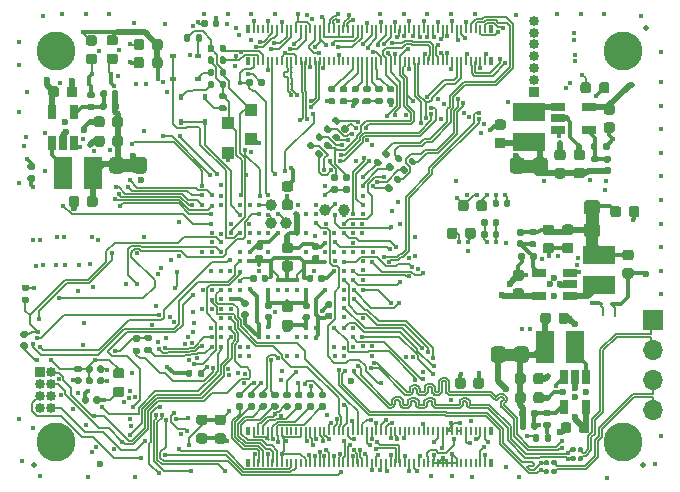
<source format=gbl>
G04 #@! TF.GenerationSoftware,KiCad,Pcbnew,5.1.9+dfsg1-1+deb11u1*
G04 #@! TF.CreationDate,2022-10-19T12:21:59+02:00*
G04 #@! TF.ProjectId,ulx4m,756c7834-6d2e-46b6-9963-61645f706362,v0.0.3*
G04 #@! TF.SameCoordinates,Original*
G04 #@! TF.FileFunction,Copper,L6,Bot*
G04 #@! TF.FilePolarity,Positive*
%FSLAX46Y46*%
G04 Gerber Fmt 4.6, Leading zero omitted, Abs format (unit mm)*
G04 Created by KiCad (PCBNEW 5.1.9+dfsg1-1+deb11u1) date 2022-10-19 12:21:59*
%MOMM*%
%LPD*%
G01*
G04 APERTURE LIST*
G04 #@! TA.AperFunction,EtchedComponent*
%ADD10C,0.100000*%
G04 #@! TD*
G04 #@! TA.AperFunction,ComponentPad*
%ADD11R,0.850000X0.850000*%
G04 #@! TD*
G04 #@! TA.AperFunction,ComponentPad*
%ADD12O,0.850000X0.850000*%
G04 #@! TD*
G04 #@! TA.AperFunction,SMDPad,CuDef*
%ADD13C,1.000000*%
G04 #@! TD*
G04 #@! TA.AperFunction,ComponentPad*
%ADD14O,1.700000X1.700000*%
G04 #@! TD*
G04 #@! TA.AperFunction,ComponentPad*
%ADD15R,1.700000X1.700000*%
G04 #@! TD*
G04 #@! TA.AperFunction,SMDPad,CuDef*
%ADD16R,0.230000X0.660000*%
G04 #@! TD*
G04 #@! TA.AperFunction,SMDPad,CuDef*
%ADD17R,0.350000X0.660000*%
G04 #@! TD*
G04 #@! TA.AperFunction,ComponentPad*
%ADD18C,3.300000*%
G04 #@! TD*
G04 #@! TA.AperFunction,SMDPad,CuDef*
%ADD19R,2.700000X1.500000*%
G04 #@! TD*
G04 #@! TA.AperFunction,SMDPad,CuDef*
%ADD20R,1.500000X2.700000*%
G04 #@! TD*
G04 #@! TA.AperFunction,SMDPad,CuDef*
%ADD21R,1.200000X0.700000*%
G04 #@! TD*
G04 #@! TA.AperFunction,SMDPad,CuDef*
%ADD22R,0.700000X1.200000*%
G04 #@! TD*
G04 #@! TA.AperFunction,SMDPad,CuDef*
%ADD23R,0.600000X0.450000*%
G04 #@! TD*
G04 #@! TA.AperFunction,SMDPad,CuDef*
%ADD24R,0.450000X0.600000*%
G04 #@! TD*
G04 #@! TA.AperFunction,SMDPad,CuDef*
%ADD25R,1.000000X1.000000*%
G04 #@! TD*
G04 #@! TA.AperFunction,SMDPad,CuDef*
%ADD26C,0.500000*%
G04 #@! TD*
G04 #@! TA.AperFunction,ViaPad*
%ADD27C,0.419000*%
G04 #@! TD*
G04 #@! TA.AperFunction,ViaPad*
%ADD28C,0.600000*%
G04 #@! TD*
G04 #@! TA.AperFunction,ViaPad*
%ADD29C,0.420000*%
G04 #@! TD*
G04 #@! TA.AperFunction,Conductor*
%ADD30C,0.300000*%
G04 #@! TD*
G04 #@! TA.AperFunction,Conductor*
%ADD31C,0.127000*%
G04 #@! TD*
G04 #@! TA.AperFunction,Conductor*
%ADD32C,0.500000*%
G04 #@! TD*
G04 #@! TA.AperFunction,Conductor*
%ADD33C,0.200000*%
G04 #@! TD*
G04 #@! TA.AperFunction,Conductor*
%ADD34C,0.400000*%
G04 #@! TD*
G04 #@! TA.AperFunction,Conductor*
%ADD35C,1.000000*%
G04 #@! TD*
G04 APERTURE END LIST*
D10*
G36*
X138060000Y-84830000D02*
G01*
X137260000Y-84830000D01*
X137260000Y-85830000D01*
X138060000Y-85830000D01*
X138060000Y-84830000D01*
G37*
X138060000Y-84830000D02*
X137260000Y-84830000D01*
X137260000Y-85830000D01*
X138060000Y-85830000D01*
X138060000Y-84830000D01*
G36*
X136450000Y-100815000D02*
G01*
X135650000Y-100815000D01*
X135650000Y-101815000D01*
X136450000Y-101815000D01*
X136450000Y-100815000D01*
G37*
X136450000Y-100815000D02*
X135650000Y-100815000D01*
X135650000Y-101815000D01*
X136450000Y-101815000D01*
X136450000Y-100815000D01*
G36*
X103340000Y-85800000D02*
G01*
X104140000Y-85800000D01*
X104140000Y-84800000D01*
X103340000Y-84800000D01*
X103340000Y-85800000D01*
G37*
X103340000Y-85800000D02*
X104140000Y-85800000D01*
X104140000Y-84800000D01*
X103340000Y-84800000D01*
X103340000Y-85800000D01*
G36*
X143500000Y-90250000D02*
G01*
X143500000Y-89450000D01*
X142500000Y-89450000D01*
X142500000Y-90250000D01*
X143500000Y-90250000D01*
G37*
X143500000Y-90250000D02*
X143500000Y-89450000D01*
X142500000Y-89450000D01*
X142500000Y-90250000D01*
X143500000Y-90250000D01*
D11*
X96240000Y-102840000D03*
D12*
X97240000Y-102840000D03*
X96240000Y-103840000D03*
X97240000Y-103840000D03*
X96240000Y-104840000D03*
X97240000Y-104840000D03*
X96240000Y-105840000D03*
X97240000Y-105840000D03*
D11*
X138100000Y-79070000D03*
D12*
X138100000Y-78070000D03*
X138100000Y-77070000D03*
X138100000Y-76070000D03*
X138100000Y-75070000D03*
X138100000Y-74070000D03*
X138100000Y-73070000D03*
G04 #@! TA.AperFunction,SMDPad,CuDef*
G36*
G01*
X138520000Y-108215000D02*
X138520000Y-108585000D01*
G75*
G02*
X138385000Y-108720000I-135000J0D01*
G01*
X138115000Y-108720000D01*
G75*
G02*
X137980000Y-108585000I0J135000D01*
G01*
X137980000Y-108215000D01*
G75*
G02*
X138115000Y-108080000I135000J0D01*
G01*
X138385000Y-108080000D01*
G75*
G02*
X138520000Y-108215000I0J-135000D01*
G01*
G37*
G04 #@! TD.AperFunction*
G04 #@! TA.AperFunction,SMDPad,CuDef*
G36*
G01*
X139540000Y-108215000D02*
X139540000Y-108585000D01*
G75*
G02*
X139405000Y-108720000I-135000J0D01*
G01*
X139135000Y-108720000D01*
G75*
G02*
X139000000Y-108585000I0J135000D01*
G01*
X139000000Y-108215000D01*
G75*
G02*
X139135000Y-108080000I135000J0D01*
G01*
X139405000Y-108080000D01*
G75*
G02*
X139540000Y-108215000I0J-135000D01*
G01*
G37*
G04 #@! TD.AperFunction*
G04 #@! TA.AperFunction,SMDPad,CuDef*
G36*
G01*
X137784998Y-93200001D02*
X137784998Y-92830001D01*
G75*
G02*
X137919998Y-92695001I135000J0D01*
G01*
X138189998Y-92695001D01*
G75*
G02*
X138324998Y-92830001I0J-135000D01*
G01*
X138324998Y-93200001D01*
G75*
G02*
X138189998Y-93335001I-135000J0D01*
G01*
X137919998Y-93335001D01*
G75*
G02*
X137784998Y-93200001I0J135000D01*
G01*
G37*
G04 #@! TD.AperFunction*
G04 #@! TA.AperFunction,SMDPad,CuDef*
G36*
G01*
X136764998Y-93200001D02*
X136764998Y-92830001D01*
G75*
G02*
X136899998Y-92695001I135000J0D01*
G01*
X137169998Y-92695001D01*
G75*
G02*
X137304998Y-92830001I0J-135000D01*
G01*
X137304998Y-93200001D01*
G75*
G02*
X137169998Y-93335001I-135000J0D01*
G01*
X136899998Y-93335001D01*
G75*
G02*
X136764998Y-93200001I0J135000D01*
G01*
G37*
G04 #@! TD.AperFunction*
G04 #@! TA.AperFunction,SMDPad,CuDef*
G36*
G01*
X143475002Y-83529999D02*
X143475002Y-83899999D01*
G75*
G02*
X143340002Y-84034999I-135000J0D01*
G01*
X143070002Y-84034999D01*
G75*
G02*
X142935002Y-83899999I0J135000D01*
G01*
X142935002Y-83529999D01*
G75*
G02*
X143070002Y-83394999I135000J0D01*
G01*
X143340002Y-83394999D01*
G75*
G02*
X143475002Y-83529999I0J-135000D01*
G01*
G37*
G04 #@! TD.AperFunction*
G04 #@! TA.AperFunction,SMDPad,CuDef*
G36*
G01*
X144495002Y-83529999D02*
X144495002Y-83899999D01*
G75*
G02*
X144360002Y-84034999I-135000J0D01*
G01*
X144090002Y-84034999D01*
G75*
G02*
X143955002Y-83899999I0J135000D01*
G01*
X143955002Y-83529999D01*
G75*
G02*
X144090002Y-83394999I135000J0D01*
G01*
X144360002Y-83394999D01*
G75*
G02*
X144495002Y-83529999I0J-135000D01*
G01*
G37*
G04 #@! TD.AperFunction*
G04 #@! TA.AperFunction,SMDPad,CuDef*
G36*
G01*
X100405000Y-80090000D02*
X100775000Y-80090000D01*
G75*
G02*
X100910000Y-80225000I0J-135000D01*
G01*
X100910000Y-80495000D01*
G75*
G02*
X100775000Y-80630000I-135000J0D01*
G01*
X100405000Y-80630000D01*
G75*
G02*
X100270000Y-80495000I0J135000D01*
G01*
X100270000Y-80225000D01*
G75*
G02*
X100405000Y-80090000I135000J0D01*
G01*
G37*
G04 #@! TD.AperFunction*
G04 #@! TA.AperFunction,SMDPad,CuDef*
G36*
G01*
X100405000Y-79070000D02*
X100775000Y-79070000D01*
G75*
G02*
X100910000Y-79205000I0J-135000D01*
G01*
X100910000Y-79475000D01*
G75*
G02*
X100775000Y-79610000I-135000J0D01*
G01*
X100405000Y-79610000D01*
G75*
G02*
X100270000Y-79475000I0J135000D01*
G01*
X100270000Y-79205000D01*
G75*
G02*
X100405000Y-79070000I135000J0D01*
G01*
G37*
G04 #@! TD.AperFunction*
G04 #@! TA.AperFunction,SMDPad,CuDef*
G36*
G01*
X139385001Y-106525000D02*
X139015001Y-106525000D01*
G75*
G02*
X138880001Y-106390000I0J135000D01*
G01*
X138880001Y-106120000D01*
G75*
G02*
X139015001Y-105985000I135000J0D01*
G01*
X139385001Y-105985000D01*
G75*
G02*
X139520001Y-106120000I0J-135000D01*
G01*
X139520001Y-106390000D01*
G75*
G02*
X139385001Y-106525000I-135000J0D01*
G01*
G37*
G04 #@! TD.AperFunction*
G04 #@! TA.AperFunction,SMDPad,CuDef*
G36*
G01*
X139385001Y-107545000D02*
X139015001Y-107545000D01*
G75*
G02*
X138880001Y-107410000I0J135000D01*
G01*
X138880001Y-107140000D01*
G75*
G02*
X139015001Y-107005000I135000J0D01*
G01*
X139385001Y-107005000D01*
G75*
G02*
X139520001Y-107140000I0J-135000D01*
G01*
X139520001Y-107410000D01*
G75*
G02*
X139385001Y-107545000I-135000J0D01*
G01*
G37*
G04 #@! TD.AperFunction*
G04 #@! TA.AperFunction,SMDPad,CuDef*
G36*
G01*
X137805000Y-91700000D02*
X138175000Y-91700000D01*
G75*
G02*
X138310000Y-91835000I0J-135000D01*
G01*
X138310000Y-92105000D01*
G75*
G02*
X138175000Y-92240000I-135000J0D01*
G01*
X137805000Y-92240000D01*
G75*
G02*
X137670000Y-92105000I0J135000D01*
G01*
X137670000Y-91835000D01*
G75*
G02*
X137805000Y-91700000I135000J0D01*
G01*
G37*
G04 #@! TD.AperFunction*
G04 #@! TA.AperFunction,SMDPad,CuDef*
G36*
G01*
X137805000Y-90680000D02*
X138175000Y-90680000D01*
G75*
G02*
X138310000Y-90815000I0J-135000D01*
G01*
X138310000Y-91085000D01*
G75*
G02*
X138175000Y-91220000I-135000J0D01*
G01*
X137805000Y-91220000D01*
G75*
G02*
X137670000Y-91085000I0J135000D01*
G01*
X137670000Y-90815000D01*
G75*
G02*
X137805000Y-90680000I135000J0D01*
G01*
G37*
G04 #@! TD.AperFunction*
G04 #@! TA.AperFunction,SMDPad,CuDef*
G36*
G01*
X143450001Y-85035001D02*
X143080001Y-85035001D01*
G75*
G02*
X142945001Y-84900001I0J135000D01*
G01*
X142945001Y-84630001D01*
G75*
G02*
X143080001Y-84495001I135000J0D01*
G01*
X143450001Y-84495001D01*
G75*
G02*
X143585001Y-84630001I0J-135000D01*
G01*
X143585001Y-84900001D01*
G75*
G02*
X143450001Y-85035001I-135000J0D01*
G01*
G37*
G04 #@! TD.AperFunction*
G04 #@! TA.AperFunction,SMDPad,CuDef*
G36*
G01*
X143450001Y-86055001D02*
X143080001Y-86055001D01*
G75*
G02*
X142945001Y-85920001I0J135000D01*
G01*
X142945001Y-85650001D01*
G75*
G02*
X143080001Y-85515001I135000J0D01*
G01*
X143450001Y-85515001D01*
G75*
G02*
X143585001Y-85650001I0J-135000D01*
G01*
X143585001Y-85920001D01*
G75*
G02*
X143450001Y-86055001I-135000J0D01*
G01*
G37*
G04 #@! TD.AperFunction*
G04 #@! TA.AperFunction,SMDPad,CuDef*
G36*
G01*
X101910000Y-80115000D02*
X101910000Y-80485000D01*
G75*
G02*
X101775000Y-80620000I-135000J0D01*
G01*
X101505000Y-80620000D01*
G75*
G02*
X101370000Y-80485000I0J135000D01*
G01*
X101370000Y-80115000D01*
G75*
G02*
X101505000Y-79980000I135000J0D01*
G01*
X101775000Y-79980000D01*
G75*
G02*
X101910000Y-80115000I0J-135000D01*
G01*
G37*
G04 #@! TD.AperFunction*
G04 #@! TA.AperFunction,SMDPad,CuDef*
G36*
G01*
X102930000Y-80115000D02*
X102930000Y-80485000D01*
G75*
G02*
X102795000Y-80620000I-135000J0D01*
G01*
X102525000Y-80620000D01*
G75*
G02*
X102390000Y-80485000I0J135000D01*
G01*
X102390000Y-80115000D01*
G75*
G02*
X102525000Y-79980000I135000J0D01*
G01*
X102795000Y-79980000D01*
G75*
G02*
X102930000Y-80115000I0J-135000D01*
G01*
G37*
G04 #@! TD.AperFunction*
G04 #@! TA.AperFunction,SMDPad,CuDef*
G36*
G01*
X137880000Y-106499999D02*
X137880000Y-106129999D01*
G75*
G02*
X138015000Y-105994999I135000J0D01*
G01*
X138285000Y-105994999D01*
G75*
G02*
X138420000Y-106129999I0J-135000D01*
G01*
X138420000Y-106499999D01*
G75*
G02*
X138285000Y-106634999I-135000J0D01*
G01*
X138015000Y-106634999D01*
G75*
G02*
X137880000Y-106499999I0J135000D01*
G01*
G37*
G04 #@! TD.AperFunction*
G04 #@! TA.AperFunction,SMDPad,CuDef*
G36*
G01*
X136860000Y-106499999D02*
X136860000Y-106129999D01*
G75*
G02*
X136995000Y-105994999I135000J0D01*
G01*
X137265000Y-105994999D01*
G75*
G02*
X137400000Y-106129999I0J-135000D01*
G01*
X137400000Y-106499999D01*
G75*
G02*
X137265000Y-106634999I-135000J0D01*
G01*
X136995000Y-106634999D01*
G75*
G02*
X136860000Y-106499999I0J135000D01*
G01*
G37*
G04 #@! TD.AperFunction*
G04 #@! TA.AperFunction,SMDPad,CuDef*
G36*
G01*
X105245000Y-100650000D02*
X105615000Y-100650000D01*
G75*
G02*
X105750000Y-100785000I0J-135000D01*
G01*
X105750000Y-101055000D01*
G75*
G02*
X105615000Y-101190000I-135000J0D01*
G01*
X105245000Y-101190000D01*
G75*
G02*
X105110000Y-101055000I0J135000D01*
G01*
X105110000Y-100785000D01*
G75*
G02*
X105245000Y-100650000I135000J0D01*
G01*
G37*
G04 #@! TD.AperFunction*
G04 #@! TA.AperFunction,SMDPad,CuDef*
G36*
G01*
X105245000Y-99630000D02*
X105615000Y-99630000D01*
G75*
G02*
X105750000Y-99765000I0J-135000D01*
G01*
X105750000Y-100035000D01*
G75*
G02*
X105615000Y-100170000I-135000J0D01*
G01*
X105245000Y-100170000D01*
G75*
G02*
X105110000Y-100035000I0J135000D01*
G01*
X105110000Y-99765000D01*
G75*
G02*
X105245000Y-99630000I135000J0D01*
G01*
G37*
G04 #@! TD.AperFunction*
G04 #@! TA.AperFunction,SMDPad,CuDef*
G36*
G01*
X104245000Y-100730000D02*
X104615000Y-100730000D01*
G75*
G02*
X104750000Y-100865000I0J-135000D01*
G01*
X104750000Y-101135000D01*
G75*
G02*
X104615000Y-101270000I-135000J0D01*
G01*
X104245000Y-101270000D01*
G75*
G02*
X104110000Y-101135000I0J135000D01*
G01*
X104110000Y-100865000D01*
G75*
G02*
X104245000Y-100730000I135000J0D01*
G01*
G37*
G04 #@! TD.AperFunction*
G04 #@! TA.AperFunction,SMDPad,CuDef*
G36*
G01*
X104245000Y-99710000D02*
X104615000Y-99710000D01*
G75*
G02*
X104750000Y-99845000I0J-135000D01*
G01*
X104750000Y-100115000D01*
G75*
G02*
X104615000Y-100250000I-135000J0D01*
G01*
X104245000Y-100250000D01*
G75*
G02*
X104110000Y-100115000I0J135000D01*
G01*
X104110000Y-99845000D01*
G75*
G02*
X104245000Y-99710000I135000J0D01*
G01*
G37*
G04 #@! TD.AperFunction*
G04 #@! TA.AperFunction,SMDPad,CuDef*
G36*
G01*
X109660000Y-103105000D02*
X109660000Y-102735000D01*
G75*
G02*
X109795000Y-102600000I135000J0D01*
G01*
X110065000Y-102600000D01*
G75*
G02*
X110200000Y-102735000I0J-135000D01*
G01*
X110200000Y-103105000D01*
G75*
G02*
X110065000Y-103240000I-135000J0D01*
G01*
X109795000Y-103240000D01*
G75*
G02*
X109660000Y-103105000I0J135000D01*
G01*
G37*
G04 #@! TD.AperFunction*
G04 #@! TA.AperFunction,SMDPad,CuDef*
G36*
G01*
X108640000Y-103105000D02*
X108640000Y-102735000D01*
G75*
G02*
X108775000Y-102600000I135000J0D01*
G01*
X109045000Y-102600000D01*
G75*
G02*
X109180000Y-102735000I0J-135000D01*
G01*
X109180000Y-103105000D01*
G75*
G02*
X109045000Y-103240000I-135000J0D01*
G01*
X108775000Y-103240000D01*
G75*
G02*
X108640000Y-103105000I0J135000D01*
G01*
G37*
G04 #@! TD.AperFunction*
G04 #@! TA.AperFunction,SMDPad,CuDef*
G36*
G01*
X95345000Y-86150000D02*
X95715000Y-86150000D01*
G75*
G02*
X95850000Y-86285000I0J-135000D01*
G01*
X95850000Y-86555000D01*
G75*
G02*
X95715000Y-86690000I-135000J0D01*
G01*
X95345000Y-86690000D01*
G75*
G02*
X95210000Y-86555000I0J135000D01*
G01*
X95210000Y-86285000D01*
G75*
G02*
X95345000Y-86150000I135000J0D01*
G01*
G37*
G04 #@! TD.AperFunction*
G04 #@! TA.AperFunction,SMDPad,CuDef*
G36*
G01*
X95345000Y-85130000D02*
X95715000Y-85130000D01*
G75*
G02*
X95850000Y-85265000I0J-135000D01*
G01*
X95850000Y-85535000D01*
G75*
G02*
X95715000Y-85670000I-135000J0D01*
G01*
X95345000Y-85670000D01*
G75*
G02*
X95210000Y-85535000I0J135000D01*
G01*
X95210000Y-85265000D01*
G75*
G02*
X95345000Y-85130000I135000J0D01*
G01*
G37*
G04 #@! TD.AperFunction*
D13*
X115800000Y-90200000D03*
X115850000Y-88690800D03*
D14*
X148170000Y-106030000D03*
X148170000Y-103490000D03*
X148170000Y-100950000D03*
D15*
X148170000Y-98410000D03*
G04 #@! TA.AperFunction,SMDPad,CuDef*
G36*
G01*
X137340000Y-84953750D02*
X137340000Y-85706250D01*
G75*
G02*
X137016250Y-86030000I-323750J0D01*
G01*
X136368750Y-86030000D01*
G75*
G02*
X136045000Y-85706250I0J323750D01*
G01*
X136045000Y-84953750D01*
G75*
G02*
X136368750Y-84630000I323750J0D01*
G01*
X137016250Y-84630000D01*
G75*
G02*
X137340000Y-84953750I0J-323750D01*
G01*
G37*
G04 #@! TD.AperFunction*
G04 #@! TA.AperFunction,SMDPad,CuDef*
G36*
G01*
X139275000Y-84953750D02*
X139275000Y-85706250D01*
G75*
G02*
X138951250Y-86030000I-323750J0D01*
G01*
X138303750Y-86030000D01*
G75*
G02*
X137980000Y-85706250I0J323750D01*
G01*
X137980000Y-84953750D01*
G75*
G02*
X138303750Y-84630000I323750J0D01*
G01*
X138951250Y-84630000D01*
G75*
G02*
X139275000Y-84953750I0J-323750D01*
G01*
G37*
G04 #@! TD.AperFunction*
D16*
X133958000Y-107790000D03*
X133958000Y-110500000D03*
X133558000Y-107790000D03*
X133558000Y-110500000D03*
X133158000Y-107790000D03*
X133158000Y-110500000D03*
X132758000Y-107790000D03*
X132758000Y-110500000D03*
X132358000Y-107790000D03*
X132358000Y-110500000D03*
X131958000Y-107790000D03*
X131958000Y-110500000D03*
X131558000Y-107790000D03*
X131558000Y-110500000D03*
X131158000Y-107790000D03*
X131158000Y-110500000D03*
X130758000Y-107790000D03*
X130758000Y-110500000D03*
X130358000Y-107790000D03*
X130358000Y-110500000D03*
X129958000Y-107790000D03*
X129958000Y-110500000D03*
X129558000Y-107790000D03*
X129558000Y-110500000D03*
X129158000Y-107790000D03*
X129158000Y-110500000D03*
X128758000Y-107790000D03*
X128758000Y-110500000D03*
X128358000Y-107790000D03*
X128358000Y-110500000D03*
X127958000Y-107790000D03*
X127958000Y-110500000D03*
X127558000Y-107790000D03*
X127558000Y-110500000D03*
X127158000Y-107790000D03*
X127158000Y-110500000D03*
X126758000Y-107790000D03*
X126758000Y-110500000D03*
X126358000Y-107790000D03*
X126358000Y-110500000D03*
X125958000Y-107790000D03*
X125958000Y-110500000D03*
X125558000Y-107790000D03*
X125558000Y-110500000D03*
X125158000Y-107790000D03*
X125158000Y-110500000D03*
X124758000Y-107790000D03*
X124758000Y-110500000D03*
X124358000Y-107790000D03*
X124358000Y-110500000D03*
X123958000Y-107790000D03*
X123958000Y-110500000D03*
X123558000Y-107790000D03*
X123558000Y-110500000D03*
X123158000Y-107790000D03*
X123158000Y-110500000D03*
X122758000Y-107790000D03*
X122758000Y-110500000D03*
X122358000Y-107790000D03*
X122358000Y-110500000D03*
X121958000Y-107790000D03*
X121958000Y-110500000D03*
X121558000Y-107790000D03*
X121558000Y-110500000D03*
X121158000Y-107790000D03*
X121158000Y-110500000D03*
X120758000Y-107790000D03*
X120758000Y-110500000D03*
X120358000Y-107790000D03*
X120358000Y-110500000D03*
X119958000Y-107790000D03*
X119958000Y-110500000D03*
X119558000Y-107790000D03*
X119558000Y-110500000D03*
X119158000Y-107790000D03*
X119158000Y-110500000D03*
X118758000Y-107790000D03*
X118758000Y-110500000D03*
X118358000Y-107790000D03*
X118358000Y-110500000D03*
D17*
X134433000Y-110500000D03*
X134433000Y-107790000D03*
X113883000Y-110500000D03*
X113883000Y-107790000D03*
D16*
X117958000Y-107790000D03*
X117958000Y-110500000D03*
X117558000Y-107790000D03*
X117558000Y-110500000D03*
X117158000Y-107790000D03*
X117158000Y-110500000D03*
X116758000Y-107790000D03*
X116758000Y-110500000D03*
X116358000Y-107790000D03*
X116358000Y-110500000D03*
X115958000Y-107790000D03*
X115958000Y-110500000D03*
X115558000Y-107790000D03*
X115558000Y-110500000D03*
X115158000Y-107790000D03*
X115158000Y-110500000D03*
X114758000Y-107790000D03*
X114758000Y-110500000D03*
X114358000Y-107790000D03*
X114358000Y-110500000D03*
D18*
X97620000Y-75644999D03*
X145620000Y-75645000D03*
X145620000Y-108720000D03*
X97619999Y-108723599D03*
G04 #@! TA.AperFunction,SMDPad,CuDef*
G36*
G01*
X135730000Y-100938750D02*
X135730000Y-101691250D01*
G75*
G02*
X135406250Y-102015000I-323750J0D01*
G01*
X134758750Y-102015000D01*
G75*
G02*
X134435000Y-101691250I0J323750D01*
G01*
X134435000Y-100938750D01*
G75*
G02*
X134758750Y-100615000I323750J0D01*
G01*
X135406250Y-100615000D01*
G75*
G02*
X135730000Y-100938750I0J-323750D01*
G01*
G37*
G04 #@! TD.AperFunction*
G04 #@! TA.AperFunction,SMDPad,CuDef*
G36*
G01*
X137665000Y-100938750D02*
X137665000Y-101691250D01*
G75*
G02*
X137341250Y-102015000I-323750J0D01*
G01*
X136693750Y-102015000D01*
G75*
G02*
X136370000Y-101691250I0J323750D01*
G01*
X136370000Y-100938750D01*
G75*
G02*
X136693750Y-100615000I323750J0D01*
G01*
X137341250Y-100615000D01*
G75*
G02*
X137665000Y-100938750I0J-323750D01*
G01*
G37*
G04 #@! TD.AperFunction*
G04 #@! TA.AperFunction,SMDPad,CuDef*
G36*
G01*
X102125000Y-85676250D02*
X102125000Y-84923750D01*
G75*
G02*
X102448750Y-84600000I323750J0D01*
G01*
X103096250Y-84600000D01*
G75*
G02*
X103420000Y-84923750I0J-323750D01*
G01*
X103420000Y-85676250D01*
G75*
G02*
X103096250Y-86000000I-323750J0D01*
G01*
X102448750Y-86000000D01*
G75*
G02*
X102125000Y-85676250I0J323750D01*
G01*
G37*
G04 #@! TD.AperFunction*
G04 #@! TA.AperFunction,SMDPad,CuDef*
G36*
G01*
X104060000Y-85676250D02*
X104060000Y-84923750D01*
G75*
G02*
X104383750Y-84600000I323750J0D01*
G01*
X105031250Y-84600000D01*
G75*
G02*
X105355000Y-84923750I0J-323750D01*
G01*
X105355000Y-85676250D01*
G75*
G02*
X105031250Y-86000000I-323750J0D01*
G01*
X104383750Y-86000000D01*
G75*
G02*
X104060000Y-85676250I0J323750D01*
G01*
G37*
G04 #@! TD.AperFunction*
D19*
X137640000Y-80760000D03*
X137640000Y-83300000D03*
D20*
X141580000Y-100690000D03*
X139040000Y-100690000D03*
X98210000Y-85925000D03*
X100750000Y-85925000D03*
G04 #@! TA.AperFunction,SMDPad,CuDef*
G36*
G01*
X100373750Y-75880000D02*
X100886250Y-75880000D01*
G75*
G02*
X101105000Y-76098750I0J-218750D01*
G01*
X101105000Y-76536250D01*
G75*
G02*
X100886250Y-76755000I-218750J0D01*
G01*
X100373750Y-76755000D01*
G75*
G02*
X100155000Y-76536250I0J218750D01*
G01*
X100155000Y-76098750D01*
G75*
G02*
X100373750Y-75880000I218750J0D01*
G01*
G37*
G04 #@! TD.AperFunction*
G04 #@! TA.AperFunction,SMDPad,CuDef*
G36*
G01*
X100373750Y-74305000D02*
X100886250Y-74305000D01*
G75*
G02*
X101105000Y-74523750I0J-218750D01*
G01*
X101105000Y-74961250D01*
G75*
G02*
X100886250Y-75180000I-218750J0D01*
G01*
X100373750Y-75180000D01*
G75*
G02*
X100155000Y-74961250I0J218750D01*
G01*
X100155000Y-74523750D01*
G75*
G02*
X100373750Y-74305000I218750J0D01*
G01*
G37*
G04 #@! TD.AperFunction*
G04 #@! TA.AperFunction,SMDPad,CuDef*
G36*
G01*
X105075000Y-76348750D02*
X105075000Y-76861250D01*
G75*
G02*
X104856250Y-77080000I-218750J0D01*
G01*
X104418750Y-77080000D01*
G75*
G02*
X104200000Y-76861250I0J218750D01*
G01*
X104200000Y-76348750D01*
G75*
G02*
X104418750Y-76130000I218750J0D01*
G01*
X104856250Y-76130000D01*
G75*
G02*
X105075000Y-76348750I0J-218750D01*
G01*
G37*
G04 #@! TD.AperFunction*
G04 #@! TA.AperFunction,SMDPad,CuDef*
G36*
G01*
X106650000Y-76348750D02*
X106650000Y-76861250D01*
G75*
G02*
X106431250Y-77080000I-218750J0D01*
G01*
X105993750Y-77080000D01*
G75*
G02*
X105775000Y-76861250I0J218750D01*
G01*
X105775000Y-76348750D01*
G75*
G02*
X105993750Y-76130000I218750J0D01*
G01*
X106431250Y-76130000D01*
G75*
G02*
X106650000Y-76348750I0J-218750D01*
G01*
G37*
G04 #@! TD.AperFunction*
G04 #@! TA.AperFunction,SMDPad,CuDef*
G36*
G01*
X143610000Y-78996250D02*
X143610000Y-78483750D01*
G75*
G02*
X143828750Y-78265000I218750J0D01*
G01*
X144266250Y-78265000D01*
G75*
G02*
X144485000Y-78483750I0J-218750D01*
G01*
X144485000Y-78996250D01*
G75*
G02*
X144266250Y-79215000I-218750J0D01*
G01*
X143828750Y-79215000D01*
G75*
G02*
X143610000Y-78996250I0J218750D01*
G01*
G37*
G04 #@! TD.AperFunction*
G04 #@! TA.AperFunction,SMDPad,CuDef*
G36*
G01*
X142035000Y-78996250D02*
X142035000Y-78483750D01*
G75*
G02*
X142253750Y-78265000I218750J0D01*
G01*
X142691250Y-78265000D01*
G75*
G02*
X142910000Y-78483750I0J-218750D01*
G01*
X142910000Y-78996250D01*
G75*
G02*
X142691250Y-79215000I-218750J0D01*
G01*
X142253750Y-79215000D01*
G75*
G02*
X142035000Y-78996250I0J218750D01*
G01*
G37*
G04 #@! TD.AperFunction*
G04 #@! TA.AperFunction,SMDPad,CuDef*
G36*
G01*
X111283750Y-107990000D02*
X111796250Y-107990000D01*
G75*
G02*
X112015000Y-108208750I0J-218750D01*
G01*
X112015000Y-108646250D01*
G75*
G02*
X111796250Y-108865000I-218750J0D01*
G01*
X111283750Y-108865000D01*
G75*
G02*
X111065000Y-108646250I0J218750D01*
G01*
X111065000Y-108208750D01*
G75*
G02*
X111283750Y-107990000I218750J0D01*
G01*
G37*
G04 #@! TD.AperFunction*
G04 #@! TA.AperFunction,SMDPad,CuDef*
G36*
G01*
X111283750Y-106415000D02*
X111796250Y-106415000D01*
G75*
G02*
X112015000Y-106633750I0J-218750D01*
G01*
X112015000Y-107071250D01*
G75*
G02*
X111796250Y-107290000I-218750J0D01*
G01*
X111283750Y-107290000D01*
G75*
G02*
X111065000Y-107071250I0J218750D01*
G01*
X111065000Y-106633750D01*
G75*
G02*
X111283750Y-106415000I218750J0D01*
G01*
G37*
G04 #@! TD.AperFunction*
G04 #@! TA.AperFunction,SMDPad,CuDef*
G36*
G01*
X109723750Y-107990000D02*
X110236250Y-107990000D01*
G75*
G02*
X110455000Y-108208750I0J-218750D01*
G01*
X110455000Y-108646250D01*
G75*
G02*
X110236250Y-108865000I-218750J0D01*
G01*
X109723750Y-108865000D01*
G75*
G02*
X109505000Y-108646250I0J218750D01*
G01*
X109505000Y-108208750D01*
G75*
G02*
X109723750Y-107990000I218750J0D01*
G01*
G37*
G04 #@! TD.AperFunction*
G04 #@! TA.AperFunction,SMDPad,CuDef*
G36*
G01*
X109723750Y-106415000D02*
X110236250Y-106415000D01*
G75*
G02*
X110455000Y-106633750I0J-218750D01*
G01*
X110455000Y-107071250D01*
G75*
G02*
X110236250Y-107290000I-218750J0D01*
G01*
X109723750Y-107290000D01*
G75*
G02*
X109505000Y-107071250I0J218750D01*
G01*
X109505000Y-106633750D01*
G75*
G02*
X109723750Y-106415000I218750J0D01*
G01*
G37*
G04 #@! TD.AperFunction*
D21*
X140150001Y-82285000D03*
X140150001Y-81335000D03*
X140150001Y-80385000D03*
X142750001Y-80385000D03*
X142750001Y-82285000D03*
G04 #@! TA.AperFunction,SMDPad,CuDef*
G36*
G01*
X102143750Y-75850000D02*
X102656250Y-75850000D01*
G75*
G02*
X102875000Y-76068750I0J-218750D01*
G01*
X102875000Y-76506250D01*
G75*
G02*
X102656250Y-76725000I-218750J0D01*
G01*
X102143750Y-76725000D01*
G75*
G02*
X101925000Y-76506250I0J218750D01*
G01*
X101925000Y-76068750D01*
G75*
G02*
X102143750Y-75850000I218750J0D01*
G01*
G37*
G04 #@! TD.AperFunction*
G04 #@! TA.AperFunction,SMDPad,CuDef*
G36*
G01*
X102143750Y-74275000D02*
X102656250Y-74275000D01*
G75*
G02*
X102875000Y-74493750I0J-218750D01*
G01*
X102875000Y-74931250D01*
G75*
G02*
X102656250Y-75150000I-218750J0D01*
G01*
X102143750Y-75150000D01*
G75*
G02*
X101925000Y-74931250I0J218750D01*
G01*
X101925000Y-74493750D01*
G75*
G02*
X102143750Y-74275000I218750J0D01*
G01*
G37*
G04 #@! TD.AperFunction*
D22*
X140630000Y-103200000D03*
X141580000Y-103200000D03*
X142530000Y-103200000D03*
X142530000Y-105800000D03*
X140630000Y-105800000D03*
X99160000Y-83415000D03*
X98210000Y-83415000D03*
X97260000Y-83415000D03*
X97260000Y-80815000D03*
X99160000Y-80815000D03*
G04 #@! TA.AperFunction,SMDPad,CuDef*
G36*
G01*
X96990000Y-79335000D02*
X96990000Y-78835000D01*
G75*
G02*
X97215000Y-78610000I225000J0D01*
G01*
X97665000Y-78610000D01*
G75*
G02*
X97890000Y-78835000I0J-225000D01*
G01*
X97890000Y-79335000D01*
G75*
G02*
X97665000Y-79560000I-225000J0D01*
G01*
X97215000Y-79560000D01*
G75*
G02*
X96990000Y-79335000I0J225000D01*
G01*
G37*
G04 #@! TD.AperFunction*
G04 #@! TA.AperFunction,SMDPad,CuDef*
G36*
G01*
X98540000Y-79335000D02*
X98540000Y-78835000D01*
G75*
G02*
X98765000Y-78610000I225000J0D01*
G01*
X99215000Y-78610000D01*
G75*
G02*
X99440000Y-78835000I0J-225000D01*
G01*
X99440000Y-79335000D01*
G75*
G02*
X99215000Y-79560000I-225000J0D01*
G01*
X98765000Y-79560000D01*
G75*
G02*
X98540000Y-79335000I0J225000D01*
G01*
G37*
G04 #@! TD.AperFunction*
G04 #@! TA.AperFunction,SMDPad,CuDef*
G36*
G01*
X137850001Y-107535000D02*
X137850001Y-107195000D01*
G75*
G02*
X137990001Y-107055000I140000J0D01*
G01*
X138270001Y-107055000D01*
G75*
G02*
X138410001Y-107195000I0J-140000D01*
G01*
X138410001Y-107535000D01*
G75*
G02*
X138270001Y-107675000I-140000J0D01*
G01*
X137990001Y-107675000D01*
G75*
G02*
X137850001Y-107535000I0J140000D01*
G01*
G37*
G04 #@! TD.AperFunction*
G04 #@! TA.AperFunction,SMDPad,CuDef*
G36*
G01*
X136890001Y-107535000D02*
X136890001Y-107195000D01*
G75*
G02*
X137030001Y-107055000I140000J0D01*
G01*
X137310001Y-107055000D01*
G75*
G02*
X137450001Y-107195000I0J-140000D01*
G01*
X137450001Y-107535000D01*
G75*
G02*
X137310001Y-107675000I-140000J0D01*
G01*
X137030001Y-107675000D01*
G75*
G02*
X136890001Y-107535000I0J140000D01*
G01*
G37*
G04 #@! TD.AperFunction*
G04 #@! TA.AperFunction,SMDPad,CuDef*
G36*
G01*
X136500000Y-105239999D02*
X136500000Y-104739999D01*
G75*
G02*
X136725000Y-104514999I225000J0D01*
G01*
X137175000Y-104514999D01*
G75*
G02*
X137400000Y-104739999I0J-225000D01*
G01*
X137400000Y-105239999D01*
G75*
G02*
X137175000Y-105464999I-225000J0D01*
G01*
X136725000Y-105464999D01*
G75*
G02*
X136500000Y-105239999I0J225000D01*
G01*
G37*
G04 #@! TD.AperFunction*
G04 #@! TA.AperFunction,SMDPad,CuDef*
G36*
G01*
X138050000Y-105239999D02*
X138050000Y-104739999D01*
G75*
G02*
X138275000Y-104514999I225000J0D01*
G01*
X138725000Y-104514999D01*
G75*
G02*
X138950000Y-104739999I0J-225000D01*
G01*
X138950000Y-105239999D01*
G75*
G02*
X138725000Y-105464999I-225000J0D01*
G01*
X138275000Y-105464999D01*
G75*
G02*
X138050000Y-105239999I0J225000D01*
G01*
G37*
G04 #@! TD.AperFunction*
G04 #@! TA.AperFunction,SMDPad,CuDef*
G36*
G01*
X138040000Y-103605000D02*
X138040000Y-103105000D01*
G75*
G02*
X138265000Y-102880000I225000J0D01*
G01*
X138715000Y-102880000D01*
G75*
G02*
X138940000Y-103105000I0J-225000D01*
G01*
X138940000Y-103605000D01*
G75*
G02*
X138715000Y-103830000I-225000J0D01*
G01*
X138265000Y-103830000D01*
G75*
G02*
X138040000Y-103605000I0J225000D01*
G01*
G37*
G04 #@! TD.AperFunction*
G04 #@! TA.AperFunction,SMDPad,CuDef*
G36*
G01*
X136490000Y-103605000D02*
X136490000Y-103105000D01*
G75*
G02*
X136715000Y-102880000I225000J0D01*
G01*
X137165000Y-102880000D01*
G75*
G02*
X137390000Y-103105000I0J-225000D01*
G01*
X137390000Y-103605000D01*
G75*
G02*
X137165000Y-103830000I-225000J0D01*
G01*
X136715000Y-103830000D01*
G75*
G02*
X136490000Y-103605000I0J225000D01*
G01*
G37*
G04 #@! TD.AperFunction*
G04 #@! TA.AperFunction,SMDPad,CuDef*
G36*
G01*
X142800000Y-107280000D02*
X142800000Y-107780000D01*
G75*
G02*
X142575000Y-108005000I-225000J0D01*
G01*
X142125000Y-108005000D01*
G75*
G02*
X141900000Y-107780000I0J225000D01*
G01*
X141900000Y-107280000D01*
G75*
G02*
X142125000Y-107055000I225000J0D01*
G01*
X142575000Y-107055000D01*
G75*
G02*
X142800000Y-107280000I0J-225000D01*
G01*
G37*
G04 #@! TD.AperFunction*
G04 #@! TA.AperFunction,SMDPad,CuDef*
G36*
G01*
X141250000Y-107280000D02*
X141250000Y-107780000D01*
G75*
G02*
X141025000Y-108005000I-225000J0D01*
G01*
X140575000Y-108005000D01*
G75*
G02*
X140350000Y-107780000I0J225000D01*
G01*
X140350000Y-107280000D01*
G75*
G02*
X140575000Y-107055000I225000J0D01*
G01*
X141025000Y-107055000D01*
G75*
G02*
X141250000Y-107280000I0J-225000D01*
G01*
G37*
G04 #@! TD.AperFunction*
G04 #@! TA.AperFunction,SMDPad,CuDef*
G36*
G01*
X144484999Y-86025000D02*
X144144999Y-86025000D01*
G75*
G02*
X144004999Y-85885000I0J140000D01*
G01*
X144004999Y-85605000D01*
G75*
G02*
X144144999Y-85465000I140000J0D01*
G01*
X144484999Y-85465000D01*
G75*
G02*
X144624999Y-85605000I0J-140000D01*
G01*
X144624999Y-85885000D01*
G75*
G02*
X144484999Y-86025000I-140000J0D01*
G01*
G37*
G04 #@! TD.AperFunction*
G04 #@! TA.AperFunction,SMDPad,CuDef*
G36*
G01*
X144484999Y-85065000D02*
X144144999Y-85065000D01*
G75*
G02*
X144004999Y-84925000I0J140000D01*
G01*
X144004999Y-84645000D01*
G75*
G02*
X144144999Y-84505000I140000J0D01*
G01*
X144484999Y-84505000D01*
G75*
G02*
X144624999Y-84645000I0J-140000D01*
G01*
X144624999Y-84925000D01*
G75*
G02*
X144484999Y-85065000I-140000J0D01*
G01*
G37*
G04 #@! TD.AperFunction*
G04 #@! TA.AperFunction,SMDPad,CuDef*
G36*
G01*
X142190001Y-84864999D02*
X141690001Y-84864999D01*
G75*
G02*
X141465001Y-84639999I0J225000D01*
G01*
X141465001Y-84189999D01*
G75*
G02*
X141690001Y-83964999I225000J0D01*
G01*
X142190001Y-83964999D01*
G75*
G02*
X142415001Y-84189999I0J-225000D01*
G01*
X142415001Y-84639999D01*
G75*
G02*
X142190001Y-84864999I-225000J0D01*
G01*
G37*
G04 #@! TD.AperFunction*
G04 #@! TA.AperFunction,SMDPad,CuDef*
G36*
G01*
X142190001Y-86414999D02*
X141690001Y-86414999D01*
G75*
G02*
X141465001Y-86189999I0J225000D01*
G01*
X141465001Y-85739999D01*
G75*
G02*
X141690001Y-85514999I225000J0D01*
G01*
X142190001Y-85514999D01*
G75*
G02*
X142415001Y-85739999I0J-225000D01*
G01*
X142415001Y-86189999D01*
G75*
G02*
X142190001Y-86414999I-225000J0D01*
G01*
G37*
G04 #@! TD.AperFunction*
G04 #@! TA.AperFunction,SMDPad,CuDef*
G36*
G01*
X140555000Y-86424999D02*
X140055000Y-86424999D01*
G75*
G02*
X139830000Y-86199999I0J225000D01*
G01*
X139830000Y-85749999D01*
G75*
G02*
X140055000Y-85524999I225000J0D01*
G01*
X140555000Y-85524999D01*
G75*
G02*
X140780000Y-85749999I0J-225000D01*
G01*
X140780000Y-86199999D01*
G75*
G02*
X140555000Y-86424999I-225000J0D01*
G01*
G37*
G04 #@! TD.AperFunction*
G04 #@! TA.AperFunction,SMDPad,CuDef*
G36*
G01*
X140555000Y-84874999D02*
X140055000Y-84874999D01*
G75*
G02*
X139830000Y-84649999I0J225000D01*
G01*
X139830000Y-84199999D01*
G75*
G02*
X140055000Y-83974999I225000J0D01*
G01*
X140555000Y-83974999D01*
G75*
G02*
X140780000Y-84199999I0J-225000D01*
G01*
X140780000Y-84649999D01*
G75*
G02*
X140555000Y-84874999I-225000J0D01*
G01*
G37*
G04 #@! TD.AperFunction*
G04 #@! TA.AperFunction,SMDPad,CuDef*
G36*
G01*
X144230001Y-80115000D02*
X144730001Y-80115000D01*
G75*
G02*
X144955001Y-80340000I0J-225000D01*
G01*
X144955001Y-80790000D01*
G75*
G02*
X144730001Y-81015000I-225000J0D01*
G01*
X144230001Y-81015000D01*
G75*
G02*
X144005001Y-80790000I0J225000D01*
G01*
X144005001Y-80340000D01*
G75*
G02*
X144230001Y-80115000I225000J0D01*
G01*
G37*
G04 #@! TD.AperFunction*
G04 #@! TA.AperFunction,SMDPad,CuDef*
G36*
G01*
X144230001Y-81665000D02*
X144730001Y-81665000D01*
G75*
G02*
X144955001Y-81890000I0J-225000D01*
G01*
X144955001Y-82340000D01*
G75*
G02*
X144730001Y-82565000I-225000J0D01*
G01*
X144230001Y-82565000D01*
G75*
G02*
X144005001Y-82340000I0J225000D01*
G01*
X144005001Y-81890000D01*
G75*
G02*
X144230001Y-81665000I225000J0D01*
G01*
G37*
G04 #@! TD.AperFunction*
G04 #@! TA.AperFunction,SMDPad,CuDef*
G36*
G01*
X102900000Y-79080000D02*
X102900000Y-79420000D01*
G75*
G02*
X102760000Y-79560000I-140000J0D01*
G01*
X102480000Y-79560000D01*
G75*
G02*
X102340000Y-79420000I0J140000D01*
G01*
X102340000Y-79080000D01*
G75*
G02*
X102480000Y-78940000I140000J0D01*
G01*
X102760000Y-78940000D01*
G75*
G02*
X102900000Y-79080000I0J-140000D01*
G01*
G37*
G04 #@! TD.AperFunction*
G04 #@! TA.AperFunction,SMDPad,CuDef*
G36*
G01*
X101940000Y-79080000D02*
X101940000Y-79420000D01*
G75*
G02*
X101800000Y-79560000I-140000J0D01*
G01*
X101520000Y-79560000D01*
G75*
G02*
X101380000Y-79420000I0J140000D01*
G01*
X101380000Y-79080000D01*
G75*
G02*
X101520000Y-78940000I140000J0D01*
G01*
X101800000Y-78940000D01*
G75*
G02*
X101940000Y-79080000I0J-140000D01*
G01*
G37*
G04 #@! TD.AperFunction*
G04 #@! TA.AperFunction,SMDPad,CuDef*
G36*
G01*
X101740000Y-81375000D02*
X101740000Y-81875000D01*
G75*
G02*
X101515000Y-82100000I-225000J0D01*
G01*
X101065000Y-82100000D01*
G75*
G02*
X100840000Y-81875000I0J225000D01*
G01*
X100840000Y-81375000D01*
G75*
G02*
X101065000Y-81150000I225000J0D01*
G01*
X101515000Y-81150000D01*
G75*
G02*
X101740000Y-81375000I0J-225000D01*
G01*
G37*
G04 #@! TD.AperFunction*
G04 #@! TA.AperFunction,SMDPad,CuDef*
G36*
G01*
X103290000Y-81375000D02*
X103290000Y-81875000D01*
G75*
G02*
X103065000Y-82100000I-225000J0D01*
G01*
X102615000Y-82100000D01*
G75*
G02*
X102390000Y-81875000I0J225000D01*
G01*
X102390000Y-81375000D01*
G75*
G02*
X102615000Y-81150000I225000J0D01*
G01*
X103065000Y-81150000D01*
G75*
G02*
X103290000Y-81375000I0J-225000D01*
G01*
G37*
G04 #@! TD.AperFunction*
G04 #@! TA.AperFunction,SMDPad,CuDef*
G36*
G01*
X103300000Y-83010000D02*
X103300000Y-83510000D01*
G75*
G02*
X103075000Y-83735000I-225000J0D01*
G01*
X102625000Y-83735000D01*
G75*
G02*
X102400000Y-83510000I0J225000D01*
G01*
X102400000Y-83010000D01*
G75*
G02*
X102625000Y-82785000I225000J0D01*
G01*
X103075000Y-82785000D01*
G75*
G02*
X103300000Y-83010000I0J-225000D01*
G01*
G37*
G04 #@! TD.AperFunction*
G04 #@! TA.AperFunction,SMDPad,CuDef*
G36*
G01*
X101750000Y-83010000D02*
X101750000Y-83510000D01*
G75*
G02*
X101525000Y-83735000I-225000J0D01*
G01*
X101075000Y-83735000D01*
G75*
G02*
X100850000Y-83510000I0J225000D01*
G01*
X100850000Y-83010000D01*
G75*
G02*
X101075000Y-82785000I225000J0D01*
G01*
X101525000Y-82785000D01*
G75*
G02*
X101750000Y-83010000I0J-225000D01*
G01*
G37*
G04 #@! TD.AperFunction*
G04 #@! TA.AperFunction,SMDPad,CuDef*
G36*
G01*
X132965000Y-104000000D02*
X132965000Y-103500000D01*
G75*
G02*
X133190000Y-103275000I225000J0D01*
G01*
X133640000Y-103275000D01*
G75*
G02*
X133865000Y-103500000I0J-225000D01*
G01*
X133865000Y-104000000D01*
G75*
G02*
X133640000Y-104225000I-225000J0D01*
G01*
X133190000Y-104225000D01*
G75*
G02*
X132965000Y-104000000I0J225000D01*
G01*
G37*
G04 #@! TD.AperFunction*
G04 #@! TA.AperFunction,SMDPad,CuDef*
G36*
G01*
X131415000Y-104000000D02*
X131415000Y-103500000D01*
G75*
G02*
X131640000Y-103275000I225000J0D01*
G01*
X132090000Y-103275000D01*
G75*
G02*
X132315000Y-103500000I0J-225000D01*
G01*
X132315000Y-104000000D01*
G75*
G02*
X132090000Y-104225000I-225000J0D01*
G01*
X131640000Y-104225000D01*
G75*
G02*
X131415000Y-104000000I0J225000D01*
G01*
G37*
G04 #@! TD.AperFunction*
G04 #@! TA.AperFunction,SMDPad,CuDef*
G36*
G01*
X116980000Y-98395000D02*
X117480000Y-98395000D01*
G75*
G02*
X117705000Y-98620000I0J-225000D01*
G01*
X117705000Y-99070000D01*
G75*
G02*
X117480000Y-99295000I-225000J0D01*
G01*
X116980000Y-99295000D01*
G75*
G02*
X116755000Y-99070000I0J225000D01*
G01*
X116755000Y-98620000D01*
G75*
G02*
X116980000Y-98395000I225000J0D01*
G01*
G37*
G04 #@! TD.AperFunction*
G04 #@! TA.AperFunction,SMDPad,CuDef*
G36*
G01*
X116980000Y-96845000D02*
X117480000Y-96845000D01*
G75*
G02*
X117705000Y-97070000I0J-225000D01*
G01*
X117705000Y-97520000D01*
G75*
G02*
X117480000Y-97745000I-225000J0D01*
G01*
X116980000Y-97745000D01*
G75*
G02*
X116755000Y-97520000I0J225000D01*
G01*
X116755000Y-97070000D01*
G75*
G02*
X116980000Y-96845000I225000J0D01*
G01*
G37*
G04 #@! TD.AperFunction*
G04 #@! TA.AperFunction,SMDPad,CuDef*
G36*
G01*
X117480000Y-89095000D02*
X116980000Y-89095000D01*
G75*
G02*
X116755000Y-88870000I0J225000D01*
G01*
X116755000Y-88420000D01*
G75*
G02*
X116980000Y-88195000I225000J0D01*
G01*
X117480000Y-88195000D01*
G75*
G02*
X117705000Y-88420000I0J-225000D01*
G01*
X117705000Y-88870000D01*
G75*
G02*
X117480000Y-89095000I-225000J0D01*
G01*
G37*
G04 #@! TD.AperFunction*
G04 #@! TA.AperFunction,SMDPad,CuDef*
G36*
G01*
X117480000Y-87545000D02*
X116980000Y-87545000D01*
G75*
G02*
X116755000Y-87320000I0J225000D01*
G01*
X116755000Y-86870000D01*
G75*
G02*
X116980000Y-86645000I225000J0D01*
G01*
X117480000Y-86645000D01*
G75*
G02*
X117705000Y-86870000I0J-225000D01*
G01*
X117705000Y-87320000D01*
G75*
G02*
X117480000Y-87545000I-225000J0D01*
G01*
G37*
G04 #@! TD.AperFunction*
G04 #@! TA.AperFunction,SMDPad,CuDef*
G36*
G01*
X116980000Y-93395000D02*
X117480000Y-93395000D01*
G75*
G02*
X117705000Y-93620000I0J-225000D01*
G01*
X117705000Y-94070000D01*
G75*
G02*
X117480000Y-94295000I-225000J0D01*
G01*
X116980000Y-94295000D01*
G75*
G02*
X116755000Y-94070000I0J225000D01*
G01*
X116755000Y-93620000D01*
G75*
G02*
X116980000Y-93395000I225000J0D01*
G01*
G37*
G04 #@! TD.AperFunction*
G04 #@! TA.AperFunction,SMDPad,CuDef*
G36*
G01*
X116980000Y-91845000D02*
X117480000Y-91845000D01*
G75*
G02*
X117705000Y-92070000I0J-225000D01*
G01*
X117705000Y-92520000D01*
G75*
G02*
X117480000Y-92745000I-225000J0D01*
G01*
X116980000Y-92745000D01*
G75*
G02*
X116755000Y-92520000I0J225000D01*
G01*
X116755000Y-92070000D01*
G75*
G02*
X116980000Y-91845000I225000J0D01*
G01*
G37*
G04 #@! TD.AperFunction*
G04 #@! TA.AperFunction,SMDPad,CuDef*
G36*
G01*
X138633999Y-98498000D02*
X138633999Y-97998000D01*
G75*
G02*
X138858999Y-97773000I225000J0D01*
G01*
X139308999Y-97773000D01*
G75*
G02*
X139533999Y-97998000I0J-225000D01*
G01*
X139533999Y-98498000D01*
G75*
G02*
X139308999Y-98723000I-225000J0D01*
G01*
X138858999Y-98723000D01*
G75*
G02*
X138633999Y-98498000I0J225000D01*
G01*
G37*
G04 #@! TD.AperFunction*
G04 #@! TA.AperFunction,SMDPad,CuDef*
G36*
G01*
X140183999Y-98498000D02*
X140183999Y-97998000D01*
G75*
G02*
X140408999Y-97773000I225000J0D01*
G01*
X140858999Y-97773000D01*
G75*
G02*
X141083999Y-97998000I0J-225000D01*
G01*
X141083999Y-98498000D01*
G75*
G02*
X140858999Y-98723000I-225000J0D01*
G01*
X140408999Y-98723000D01*
G75*
G02*
X140183999Y-98498000I0J225000D01*
G01*
G37*
G04 #@! TD.AperFunction*
G04 #@! TA.AperFunction,SMDPad,CuDef*
G36*
G01*
X99606000Y-88117000D02*
X99606000Y-88617000D01*
G75*
G02*
X99381000Y-88842000I-225000J0D01*
G01*
X98931000Y-88842000D01*
G75*
G02*
X98706000Y-88617000I0J225000D01*
G01*
X98706000Y-88117000D01*
G75*
G02*
X98931000Y-87892000I225000J0D01*
G01*
X99381000Y-87892000D01*
G75*
G02*
X99606000Y-88117000I0J-225000D01*
G01*
G37*
G04 #@! TD.AperFunction*
G04 #@! TA.AperFunction,SMDPad,CuDef*
G36*
G01*
X101156000Y-88117000D02*
X101156000Y-88617000D01*
G75*
G02*
X100931000Y-88842000I-225000J0D01*
G01*
X100481000Y-88842000D01*
G75*
G02*
X100256000Y-88617000I0J225000D01*
G01*
X100256000Y-88117000D01*
G75*
G02*
X100481000Y-87892000I225000J0D01*
G01*
X100931000Y-87892000D01*
G75*
G02*
X101156000Y-88117000I0J-225000D01*
G01*
G37*
G04 #@! TD.AperFunction*
G04 #@! TA.AperFunction,SMDPad,CuDef*
G36*
G01*
X135490000Y-82315000D02*
X134990000Y-82315000D01*
G75*
G02*
X134765000Y-82090000I0J225000D01*
G01*
X134765000Y-81640000D01*
G75*
G02*
X134990000Y-81415000I225000J0D01*
G01*
X135490000Y-81415000D01*
G75*
G02*
X135715000Y-81640000I0J-225000D01*
G01*
X135715000Y-82090000D01*
G75*
G02*
X135490000Y-82315000I-225000J0D01*
G01*
G37*
G04 #@! TD.AperFunction*
G04 #@! TA.AperFunction,SMDPad,CuDef*
G36*
G01*
X135490000Y-83865000D02*
X134990000Y-83865000D01*
G75*
G02*
X134765000Y-83640000I0J225000D01*
G01*
X134765000Y-83190000D01*
G75*
G02*
X134990000Y-82965000I225000J0D01*
G01*
X135490000Y-82965000D01*
G75*
G02*
X135715000Y-83190000I0J-225000D01*
G01*
X135715000Y-83640000D01*
G75*
G02*
X135490000Y-83865000I-225000J0D01*
G01*
G37*
G04 #@! TD.AperFunction*
G04 #@! TA.AperFunction,SMDPad,CuDef*
G36*
G01*
X119460000Y-92870000D02*
X119800000Y-92870000D01*
G75*
G02*
X119940000Y-93010000I0J-140000D01*
G01*
X119940000Y-93290000D01*
G75*
G02*
X119800000Y-93430000I-140000J0D01*
G01*
X119460000Y-93430000D01*
G75*
G02*
X119320000Y-93290000I0J140000D01*
G01*
X119320000Y-93010000D01*
G75*
G02*
X119460000Y-92870000I140000J0D01*
G01*
G37*
G04 #@! TD.AperFunction*
G04 #@! TA.AperFunction,SMDPad,CuDef*
G36*
G01*
X119460000Y-91910000D02*
X119800000Y-91910000D01*
G75*
G02*
X119940000Y-92050000I0J-140000D01*
G01*
X119940000Y-92330000D01*
G75*
G02*
X119800000Y-92470000I-140000J0D01*
G01*
X119460000Y-92470000D01*
G75*
G02*
X119320000Y-92330000I0J140000D01*
G01*
X119320000Y-92050000D01*
G75*
G02*
X119460000Y-91910000I140000J0D01*
G01*
G37*
G04 #@! TD.AperFunction*
G04 #@! TA.AperFunction,SMDPad,CuDef*
G36*
G01*
X114660000Y-92870000D02*
X115000000Y-92870000D01*
G75*
G02*
X115140000Y-93010000I0J-140000D01*
G01*
X115140000Y-93290000D01*
G75*
G02*
X115000000Y-93430000I-140000J0D01*
G01*
X114660000Y-93430000D01*
G75*
G02*
X114520000Y-93290000I0J140000D01*
G01*
X114520000Y-93010000D01*
G75*
G02*
X114660000Y-92870000I140000J0D01*
G01*
G37*
G04 #@! TD.AperFunction*
G04 #@! TA.AperFunction,SMDPad,CuDef*
G36*
G01*
X114660000Y-91910000D02*
X115000000Y-91910000D01*
G75*
G02*
X115140000Y-92050000I0J-140000D01*
G01*
X115140000Y-92330000D01*
G75*
G02*
X115000000Y-92470000I-140000J0D01*
G01*
X114660000Y-92470000D01*
G75*
G02*
X114520000Y-92330000I0J140000D01*
G01*
X114520000Y-92050000D01*
G75*
G02*
X114660000Y-91910000I140000J0D01*
G01*
G37*
G04 #@! TD.AperFunction*
G04 #@! TA.AperFunction,SMDPad,CuDef*
G36*
G01*
X115460001Y-96910000D02*
X115800001Y-96910000D01*
G75*
G02*
X115940001Y-97050000I0J-140000D01*
G01*
X115940001Y-97330000D01*
G75*
G02*
X115800001Y-97470000I-140000J0D01*
G01*
X115460001Y-97470000D01*
G75*
G02*
X115320001Y-97330000I0J140000D01*
G01*
X115320001Y-97050000D01*
G75*
G02*
X115460001Y-96910000I140000J0D01*
G01*
G37*
G04 #@! TD.AperFunction*
G04 #@! TA.AperFunction,SMDPad,CuDef*
G36*
G01*
X115460001Y-97870000D02*
X115800001Y-97870000D01*
G75*
G02*
X115940001Y-98010000I0J-140000D01*
G01*
X115940001Y-98290000D01*
G75*
G02*
X115800001Y-98430000I-140000J0D01*
G01*
X115460001Y-98430000D01*
G75*
G02*
X115320001Y-98290000I0J140000D01*
G01*
X115320001Y-98010000D01*
G75*
G02*
X115460001Y-97870000I140000J0D01*
G01*
G37*
G04 #@! TD.AperFunction*
G04 #@! TA.AperFunction,SMDPad,CuDef*
G36*
G01*
X118660000Y-97870000D02*
X119000000Y-97870000D01*
G75*
G02*
X119140000Y-98010000I0J-140000D01*
G01*
X119140000Y-98290000D01*
G75*
G02*
X119000000Y-98430000I-140000J0D01*
G01*
X118660000Y-98430000D01*
G75*
G02*
X118520000Y-98290000I0J140000D01*
G01*
X118520000Y-98010000D01*
G75*
G02*
X118660000Y-97870000I140000J0D01*
G01*
G37*
G04 #@! TD.AperFunction*
G04 #@! TA.AperFunction,SMDPad,CuDef*
G36*
G01*
X118660000Y-96910000D02*
X119000000Y-96910000D01*
G75*
G02*
X119140000Y-97050000I0J-140000D01*
G01*
X119140000Y-97330000D01*
G75*
G02*
X119000000Y-97470000I-140000J0D01*
G01*
X118660000Y-97470000D01*
G75*
G02*
X118520000Y-97330000I0J140000D01*
G01*
X118520000Y-97050000D01*
G75*
G02*
X118660000Y-96910000I140000J0D01*
G01*
G37*
G04 #@! TD.AperFunction*
G04 #@! TA.AperFunction,SMDPad,CuDef*
G36*
G01*
X120560000Y-96810000D02*
X120900000Y-96810000D01*
G75*
G02*
X121040000Y-96950000I0J-140000D01*
G01*
X121040000Y-97230000D01*
G75*
G02*
X120900000Y-97370000I-140000J0D01*
G01*
X120560000Y-97370000D01*
G75*
G02*
X120420000Y-97230000I0J140000D01*
G01*
X120420000Y-96950000D01*
G75*
G02*
X120560000Y-96810000I140000J0D01*
G01*
G37*
G04 #@! TD.AperFunction*
G04 #@! TA.AperFunction,SMDPad,CuDef*
G36*
G01*
X120560000Y-97770000D02*
X120900000Y-97770000D01*
G75*
G02*
X121040000Y-97910000I0J-140000D01*
G01*
X121040000Y-98190000D01*
G75*
G02*
X120900000Y-98330000I-140000J0D01*
G01*
X120560000Y-98330000D01*
G75*
G02*
X120420000Y-98190000I0J140000D01*
G01*
X120420000Y-97910000D01*
G75*
G02*
X120560000Y-97770000I140000J0D01*
G01*
G37*
G04 #@! TD.AperFunction*
G04 #@! TA.AperFunction,SMDPad,CuDef*
G36*
G01*
X113460000Y-97670001D02*
X113800000Y-97670001D01*
G75*
G02*
X113940000Y-97810001I0J-140000D01*
G01*
X113940000Y-98090001D01*
G75*
G02*
X113800000Y-98230001I-140000J0D01*
G01*
X113460000Y-98230001D01*
G75*
G02*
X113320000Y-98090001I0J140000D01*
G01*
X113320000Y-97810001D01*
G75*
G02*
X113460000Y-97670001I140000J0D01*
G01*
G37*
G04 #@! TD.AperFunction*
G04 #@! TA.AperFunction,SMDPad,CuDef*
G36*
G01*
X113460000Y-96710001D02*
X113800000Y-96710001D01*
G75*
G02*
X113940000Y-96850001I0J-140000D01*
G01*
X113940000Y-97130001D01*
G75*
G02*
X113800000Y-97270001I-140000J0D01*
G01*
X113460000Y-97270001D01*
G75*
G02*
X113320000Y-97130001I0J140000D01*
G01*
X113320000Y-96850001D01*
G75*
G02*
X113460000Y-96710001I140000J0D01*
G01*
G37*
G04 #@! TD.AperFunction*
G04 #@! TA.AperFunction,SMDPad,CuDef*
G36*
G01*
X115030000Y-95040000D02*
X115030000Y-94700000D01*
G75*
G02*
X115170000Y-94560000I140000J0D01*
G01*
X115450000Y-94560000D01*
G75*
G02*
X115590000Y-94700000I0J-140000D01*
G01*
X115590000Y-95040000D01*
G75*
G02*
X115450000Y-95180000I-140000J0D01*
G01*
X115170000Y-95180000D01*
G75*
G02*
X115030000Y-95040000I0J140000D01*
G01*
G37*
G04 #@! TD.AperFunction*
G04 #@! TA.AperFunction,SMDPad,CuDef*
G36*
G01*
X114070000Y-95040000D02*
X114070000Y-94700000D01*
G75*
G02*
X114210000Y-94560000I140000J0D01*
G01*
X114490000Y-94560000D01*
G75*
G02*
X114630000Y-94700000I0J-140000D01*
G01*
X114630000Y-95040000D01*
G75*
G02*
X114490000Y-95180000I-140000J0D01*
G01*
X114210000Y-95180000D01*
G75*
G02*
X114070000Y-95040000I0J140000D01*
G01*
G37*
G04 #@! TD.AperFunction*
G04 #@! TA.AperFunction,SMDPad,CuDef*
G36*
G01*
X120390000Y-94700000D02*
X120390000Y-95040000D01*
G75*
G02*
X120250000Y-95180000I-140000J0D01*
G01*
X119970000Y-95180000D01*
G75*
G02*
X119830000Y-95040000I0J140000D01*
G01*
X119830000Y-94700000D01*
G75*
G02*
X119970000Y-94560000I140000J0D01*
G01*
X120250000Y-94560000D01*
G75*
G02*
X120390000Y-94700000I0J-140000D01*
G01*
G37*
G04 #@! TD.AperFunction*
G04 #@! TA.AperFunction,SMDPad,CuDef*
G36*
G01*
X119430000Y-94700000D02*
X119430000Y-95040000D01*
G75*
G02*
X119290000Y-95180000I-140000J0D01*
G01*
X119010000Y-95180000D01*
G75*
G02*
X118870000Y-95040000I0J140000D01*
G01*
X118870000Y-94700000D01*
G75*
G02*
X119010000Y-94560000I140000J0D01*
G01*
X119290000Y-94560000D01*
G75*
G02*
X119430000Y-94700000I0J-140000D01*
G01*
G37*
G04 #@! TD.AperFunction*
G04 #@! TA.AperFunction,SMDPad,CuDef*
G36*
G01*
X110890000Y-73470000D02*
X110890000Y-73130000D01*
G75*
G02*
X111030000Y-72990000I140000J0D01*
G01*
X111310000Y-72990000D01*
G75*
G02*
X111450000Y-73130000I0J-140000D01*
G01*
X111450000Y-73470000D01*
G75*
G02*
X111310000Y-73610000I-140000J0D01*
G01*
X111030000Y-73610000D01*
G75*
G02*
X110890000Y-73470000I0J140000D01*
G01*
G37*
G04 #@! TD.AperFunction*
G04 #@! TA.AperFunction,SMDPad,CuDef*
G36*
G01*
X109930000Y-73470000D02*
X109930000Y-73130000D01*
G75*
G02*
X110070000Y-72990000I140000J0D01*
G01*
X110350000Y-72990000D01*
G75*
G02*
X110490000Y-73130000I0J-140000D01*
G01*
X110490000Y-73470000D01*
G75*
G02*
X110350000Y-73610000I-140000J0D01*
G01*
X110070000Y-73610000D01*
G75*
G02*
X109930000Y-73470000I0J140000D01*
G01*
G37*
G04 #@! TD.AperFunction*
G04 #@! TA.AperFunction,SMDPad,CuDef*
G36*
G01*
X101360000Y-105000000D02*
X101360000Y-105340000D01*
G75*
G02*
X101220000Y-105480000I-140000J0D01*
G01*
X100940000Y-105480000D01*
G75*
G02*
X100800000Y-105340000I0J140000D01*
G01*
X100800000Y-105000000D01*
G75*
G02*
X100940000Y-104860000I140000J0D01*
G01*
X101220000Y-104860000D01*
G75*
G02*
X101360000Y-105000000I0J-140000D01*
G01*
G37*
G04 #@! TD.AperFunction*
G04 #@! TA.AperFunction,SMDPad,CuDef*
G36*
G01*
X100400000Y-105000000D02*
X100400000Y-105340000D01*
G75*
G02*
X100260000Y-105480000I-140000J0D01*
G01*
X99980000Y-105480000D01*
G75*
G02*
X99840000Y-105340000I0J140000D01*
G01*
X99840000Y-105000000D01*
G75*
G02*
X99980000Y-104860000I140000J0D01*
G01*
X100260000Y-104860000D01*
G75*
G02*
X100400000Y-105000000I0J-140000D01*
G01*
G37*
G04 #@! TD.AperFunction*
G04 #@! TA.AperFunction,SMDPad,CuDef*
G36*
G01*
X105105000Y-74830000D02*
X105105000Y-75330000D01*
G75*
G02*
X104880000Y-75555000I-225000J0D01*
G01*
X104430000Y-75555000D01*
G75*
G02*
X104205000Y-75330000I0J225000D01*
G01*
X104205000Y-74830000D01*
G75*
G02*
X104430000Y-74605000I225000J0D01*
G01*
X104880000Y-74605000D01*
G75*
G02*
X105105000Y-74830000I0J-225000D01*
G01*
G37*
G04 #@! TD.AperFunction*
G04 #@! TA.AperFunction,SMDPad,CuDef*
G36*
G01*
X106655000Y-74830000D02*
X106655000Y-75330000D01*
G75*
G02*
X106430000Y-75555000I-225000J0D01*
G01*
X105980000Y-75555000D01*
G75*
G02*
X105755000Y-75330000I0J225000D01*
G01*
X105755000Y-74830000D01*
G75*
G02*
X105980000Y-74605000I225000J0D01*
G01*
X106430000Y-74605000D01*
G75*
G02*
X106655000Y-74830000I0J-225000D01*
G01*
G37*
G04 #@! TD.AperFunction*
D16*
X114358000Y-76500000D03*
X114358000Y-73790000D03*
X114758000Y-76500000D03*
X114758000Y-73790000D03*
X115158000Y-76500000D03*
X115158000Y-73790000D03*
X115558000Y-76500000D03*
X115558000Y-73790000D03*
X115958000Y-76500000D03*
X115958000Y-73790000D03*
X116358000Y-76500000D03*
X116358000Y-73790000D03*
X116758000Y-76500000D03*
X116758000Y-73790000D03*
X117158000Y-76500000D03*
X117158000Y-73790000D03*
X117558000Y-76500000D03*
X117558000Y-73790000D03*
X117958000Y-76500000D03*
X117958000Y-73790000D03*
D17*
X113883000Y-73790000D03*
X113883000Y-76500000D03*
X134433000Y-73790000D03*
X134433000Y-76500000D03*
D16*
X118358000Y-76500000D03*
X118358000Y-73790000D03*
X118758000Y-76500000D03*
X118758000Y-73790000D03*
X119158000Y-76500000D03*
X119158000Y-73790000D03*
X119558000Y-76500000D03*
X119558000Y-73790000D03*
X119958000Y-76500000D03*
X119958000Y-73790000D03*
X120358000Y-76500000D03*
X120358000Y-73790000D03*
X120758000Y-76500000D03*
X120758000Y-73790000D03*
X121158000Y-76500000D03*
X121158000Y-73790000D03*
X121558000Y-76500000D03*
X121558000Y-73790000D03*
X121958000Y-76500000D03*
X121958000Y-73790000D03*
X122358000Y-76500000D03*
X122358000Y-73790000D03*
X122758000Y-76500000D03*
X122758000Y-73790000D03*
X123158000Y-76500000D03*
X123158000Y-73790000D03*
X123558000Y-76500000D03*
X123558000Y-73790000D03*
X123958000Y-76500000D03*
X123958000Y-73790000D03*
X124358000Y-76500000D03*
X124358000Y-73790000D03*
X124758000Y-76500000D03*
X124758000Y-73790000D03*
X125158000Y-76500000D03*
X125158000Y-73790000D03*
X125558000Y-76500000D03*
X125558000Y-73790000D03*
X125958000Y-76500000D03*
X125958000Y-73790000D03*
X126358000Y-76500000D03*
X126358000Y-73790000D03*
X126758000Y-76500000D03*
X126758000Y-73790000D03*
X127158000Y-76500000D03*
X127158000Y-73790000D03*
X127558000Y-76500000D03*
X127558000Y-73790000D03*
X127958000Y-76500000D03*
X127958000Y-73790000D03*
X128358000Y-76500000D03*
X128358000Y-73790000D03*
X128758000Y-76500000D03*
X128758000Y-73790000D03*
X129158000Y-76500000D03*
X129158000Y-73790000D03*
X129558000Y-76500000D03*
X129558000Y-73790000D03*
X129958000Y-76500000D03*
X129958000Y-73790000D03*
X130358000Y-76500000D03*
X130358000Y-73790000D03*
X130758000Y-76500000D03*
X130758000Y-73790000D03*
X131158000Y-76500000D03*
X131158000Y-73790000D03*
X131558000Y-76500000D03*
X131558000Y-73790000D03*
X131958000Y-76500000D03*
X131958000Y-73790000D03*
X132358000Y-76500000D03*
X132358000Y-73790000D03*
X132758000Y-76500000D03*
X132758000Y-73790000D03*
X133158000Y-76500000D03*
X133158000Y-73790000D03*
X133558000Y-76500000D03*
X133558000Y-73790000D03*
X133958000Y-76500000D03*
X133958000Y-73790000D03*
D23*
X107540000Y-76030001D03*
X109640000Y-76030001D03*
X107540002Y-78000000D03*
X109640002Y-78000000D03*
D24*
X110230000Y-81660000D03*
X110230000Y-79560000D03*
X108250000Y-81640000D03*
X108250000Y-79540000D03*
G04 #@! TA.AperFunction,SMDPad,CuDef*
G36*
G01*
X112030000Y-76225000D02*
X112030000Y-76595000D01*
G75*
G02*
X111895000Y-76730000I-135000J0D01*
G01*
X111625000Y-76730000D01*
G75*
G02*
X111490000Y-76595000I0J135000D01*
G01*
X111490000Y-76225000D01*
G75*
G02*
X111625000Y-76090000I135000J0D01*
G01*
X111895000Y-76090000D01*
G75*
G02*
X112030000Y-76225000I0J-135000D01*
G01*
G37*
G04 #@! TD.AperFunction*
G04 #@! TA.AperFunction,SMDPad,CuDef*
G36*
G01*
X111010000Y-76225000D02*
X111010000Y-76595000D01*
G75*
G02*
X110875000Y-76730000I-135000J0D01*
G01*
X110605000Y-76730000D01*
G75*
G02*
X110470000Y-76595000I0J135000D01*
G01*
X110470000Y-76225000D01*
G75*
G02*
X110605000Y-76090000I135000J0D01*
G01*
X110875000Y-76090000D01*
G75*
G02*
X111010000Y-76225000I0J-135000D01*
G01*
G37*
G04 #@! TD.AperFunction*
G04 #@! TA.AperFunction,SMDPad,CuDef*
G36*
G01*
X111000000Y-75215000D02*
X111000000Y-75585000D01*
G75*
G02*
X110865000Y-75720000I-135000J0D01*
G01*
X110595000Y-75720000D01*
G75*
G02*
X110460000Y-75585000I0J135000D01*
G01*
X110460000Y-75215000D01*
G75*
G02*
X110595000Y-75080000I135000J0D01*
G01*
X110865000Y-75080000D01*
G75*
G02*
X111000000Y-75215000I0J-135000D01*
G01*
G37*
G04 #@! TD.AperFunction*
G04 #@! TA.AperFunction,SMDPad,CuDef*
G36*
G01*
X112020000Y-75215000D02*
X112020000Y-75585000D01*
G75*
G02*
X111885000Y-75720000I-135000J0D01*
G01*
X111615000Y-75720000D01*
G75*
G02*
X111480000Y-75585000I0J135000D01*
G01*
X111480000Y-75215000D01*
G75*
G02*
X111615000Y-75080000I135000J0D01*
G01*
X111885000Y-75080000D01*
G75*
G02*
X112020000Y-75215000I0J-135000D01*
G01*
G37*
G04 #@! TD.AperFunction*
G04 #@! TA.AperFunction,SMDPad,CuDef*
G36*
G01*
X110020000Y-74324999D02*
X110020000Y-74694999D01*
G75*
G02*
X109885000Y-74829999I-135000J0D01*
G01*
X109615000Y-74829999D01*
G75*
G02*
X109480000Y-74694999I0J135000D01*
G01*
X109480000Y-74324999D01*
G75*
G02*
X109615000Y-74189999I135000J0D01*
G01*
X109885000Y-74189999D01*
G75*
G02*
X110020000Y-74324999I0J-135000D01*
G01*
G37*
G04 #@! TD.AperFunction*
G04 #@! TA.AperFunction,SMDPad,CuDef*
G36*
G01*
X109000000Y-74324999D02*
X109000000Y-74694999D01*
G75*
G02*
X108865000Y-74829999I-135000J0D01*
G01*
X108595000Y-74829999D01*
G75*
G02*
X108460000Y-74694999I0J135000D01*
G01*
X108460000Y-74324999D01*
G75*
G02*
X108595000Y-74189999I135000J0D01*
G01*
X108865000Y-74189999D01*
G75*
G02*
X109000000Y-74324999I0J-135000D01*
G01*
G37*
G04 #@! TD.AperFunction*
G04 #@! TA.AperFunction,SMDPad,CuDef*
G36*
G01*
X111500000Y-77635000D02*
X111500000Y-77265000D01*
G75*
G02*
X111635000Y-77130000I135000J0D01*
G01*
X111905000Y-77130000D01*
G75*
G02*
X112040000Y-77265000I0J-135000D01*
G01*
X112040000Y-77635000D01*
G75*
G02*
X111905000Y-77770000I-135000J0D01*
G01*
X111635000Y-77770000D01*
G75*
G02*
X111500000Y-77635000I0J135000D01*
G01*
G37*
G04 #@! TD.AperFunction*
G04 #@! TA.AperFunction,SMDPad,CuDef*
G36*
G01*
X110480000Y-77635000D02*
X110480000Y-77265000D01*
G75*
G02*
X110615000Y-77130000I135000J0D01*
G01*
X110885000Y-77130000D01*
G75*
G02*
X111020000Y-77265000I0J-135000D01*
G01*
X111020000Y-77635000D01*
G75*
G02*
X110885000Y-77770000I-135000J0D01*
G01*
X110615000Y-77770000D01*
G75*
G02*
X110480000Y-77635000I0J135000D01*
G01*
G37*
G04 #@! TD.AperFunction*
G04 #@! TA.AperFunction,SMDPad,CuDef*
G36*
G01*
X111935000Y-79720001D02*
X111565000Y-79720001D01*
G75*
G02*
X111430000Y-79585001I0J135000D01*
G01*
X111430000Y-79315001D01*
G75*
G02*
X111565000Y-79180001I135000J0D01*
G01*
X111935000Y-79180001D01*
G75*
G02*
X112070000Y-79315001I0J-135000D01*
G01*
X112070000Y-79585001D01*
G75*
G02*
X111935000Y-79720001I-135000J0D01*
G01*
G37*
G04 #@! TD.AperFunction*
G04 #@! TA.AperFunction,SMDPad,CuDef*
G36*
G01*
X111935000Y-80740001D02*
X111565000Y-80740001D01*
G75*
G02*
X111430000Y-80605001I0J135000D01*
G01*
X111430000Y-80335001D01*
G75*
G02*
X111565000Y-80200001I135000J0D01*
G01*
X111935000Y-80200001D01*
G75*
G02*
X112070000Y-80335001I0J-135000D01*
G01*
X112070000Y-80605001D01*
G75*
G02*
X111935000Y-80740001I-135000J0D01*
G01*
G37*
G04 #@! TD.AperFunction*
G04 #@! TA.AperFunction,SMDPad,CuDef*
G36*
G01*
X110475001Y-78649999D02*
X110475001Y-78279999D01*
G75*
G02*
X110610001Y-78144999I135000J0D01*
G01*
X110880001Y-78144999D01*
G75*
G02*
X111015001Y-78279999I0J-135000D01*
G01*
X111015001Y-78649999D01*
G75*
G02*
X110880001Y-78784999I-135000J0D01*
G01*
X110610001Y-78784999D01*
G75*
G02*
X110475001Y-78649999I0J135000D01*
G01*
G37*
G04 #@! TD.AperFunction*
G04 #@! TA.AperFunction,SMDPad,CuDef*
G36*
G01*
X111495001Y-78649999D02*
X111495001Y-78279999D01*
G75*
G02*
X111630001Y-78144999I135000J0D01*
G01*
X111900001Y-78144999D01*
G75*
G02*
X112035001Y-78279999I0J-135000D01*
G01*
X112035001Y-78649999D01*
G75*
G02*
X111900001Y-78784999I-135000J0D01*
G01*
X111630001Y-78784999D01*
G75*
G02*
X111495001Y-78649999I0J135000D01*
G01*
G37*
G04 #@! TD.AperFunction*
G04 #@! TA.AperFunction,SMDPad,CuDef*
G36*
G01*
X125155000Y-80140000D02*
X124785000Y-80140000D01*
G75*
G02*
X124650000Y-80005000I0J135000D01*
G01*
X124650000Y-79735000D01*
G75*
G02*
X124785000Y-79600000I135000J0D01*
G01*
X125155000Y-79600000D01*
G75*
G02*
X125290000Y-79735000I0J-135000D01*
G01*
X125290000Y-80005000D01*
G75*
G02*
X125155000Y-80140000I-135000J0D01*
G01*
G37*
G04 #@! TD.AperFunction*
G04 #@! TA.AperFunction,SMDPad,CuDef*
G36*
G01*
X125155000Y-79120000D02*
X124785000Y-79120000D01*
G75*
G02*
X124650000Y-78985000I0J135000D01*
G01*
X124650000Y-78715000D01*
G75*
G02*
X124785000Y-78580000I135000J0D01*
G01*
X125155000Y-78580000D01*
G75*
G02*
X125290000Y-78715000I0J-135000D01*
G01*
X125290000Y-78985000D01*
G75*
G02*
X125155000Y-79120000I-135000J0D01*
G01*
G37*
G04 #@! TD.AperFunction*
G04 #@! TA.AperFunction,SMDPad,CuDef*
G36*
G01*
X126155000Y-80140000D02*
X125785000Y-80140000D01*
G75*
G02*
X125650000Y-80005000I0J135000D01*
G01*
X125650000Y-79735000D01*
G75*
G02*
X125785000Y-79600000I135000J0D01*
G01*
X126155000Y-79600000D01*
G75*
G02*
X126290000Y-79735000I0J-135000D01*
G01*
X126290000Y-80005000D01*
G75*
G02*
X126155000Y-80140000I-135000J0D01*
G01*
G37*
G04 #@! TD.AperFunction*
G04 #@! TA.AperFunction,SMDPad,CuDef*
G36*
G01*
X126155000Y-79120000D02*
X125785000Y-79120000D01*
G75*
G02*
X125650000Y-78985000I0J135000D01*
G01*
X125650000Y-78715000D01*
G75*
G02*
X125785000Y-78580000I135000J0D01*
G01*
X126155000Y-78580000D01*
G75*
G02*
X126290000Y-78715000I0J-135000D01*
G01*
X126290000Y-78985000D01*
G75*
G02*
X126155000Y-79120000I-135000J0D01*
G01*
G37*
G04 #@! TD.AperFunction*
G04 #@! TA.AperFunction,SMDPad,CuDef*
G36*
G01*
X123155000Y-80150000D02*
X122785000Y-80150000D01*
G75*
G02*
X122650000Y-80015000I0J135000D01*
G01*
X122650000Y-79745000D01*
G75*
G02*
X122785000Y-79610000I135000J0D01*
G01*
X123155000Y-79610000D01*
G75*
G02*
X123290000Y-79745000I0J-135000D01*
G01*
X123290000Y-80015000D01*
G75*
G02*
X123155000Y-80150000I-135000J0D01*
G01*
G37*
G04 #@! TD.AperFunction*
G04 #@! TA.AperFunction,SMDPad,CuDef*
G36*
G01*
X123155000Y-79130000D02*
X122785000Y-79130000D01*
G75*
G02*
X122650000Y-78995000I0J135000D01*
G01*
X122650000Y-78725000D01*
G75*
G02*
X122785000Y-78590000I135000J0D01*
G01*
X123155000Y-78590000D01*
G75*
G02*
X123290000Y-78725000I0J-135000D01*
G01*
X123290000Y-78995000D01*
G75*
G02*
X123155000Y-79130000I-135000J0D01*
G01*
G37*
G04 #@! TD.AperFunction*
G04 #@! TA.AperFunction,SMDPad,CuDef*
G36*
G01*
X122155000Y-79131370D02*
X121785000Y-79131370D01*
G75*
G02*
X121650000Y-78996370I0J135000D01*
G01*
X121650000Y-78726370D01*
G75*
G02*
X121785000Y-78591370I135000J0D01*
G01*
X122155000Y-78591370D01*
G75*
G02*
X122290000Y-78726370I0J-135000D01*
G01*
X122290000Y-78996370D01*
G75*
G02*
X122155000Y-79131370I-135000J0D01*
G01*
G37*
G04 #@! TD.AperFunction*
G04 #@! TA.AperFunction,SMDPad,CuDef*
G36*
G01*
X122155000Y-80151370D02*
X121785000Y-80151370D01*
G75*
G02*
X121650000Y-80016370I0J135000D01*
G01*
X121650000Y-79746370D01*
G75*
G02*
X121785000Y-79611370I135000J0D01*
G01*
X122155000Y-79611370D01*
G75*
G02*
X122290000Y-79746370I0J-135000D01*
G01*
X122290000Y-80016370D01*
G75*
G02*
X122155000Y-80151370I-135000J0D01*
G01*
G37*
G04 #@! TD.AperFunction*
G04 #@! TA.AperFunction,SMDPad,CuDef*
G36*
G01*
X124155000Y-80150000D02*
X123785000Y-80150000D01*
G75*
G02*
X123650000Y-80015000I0J135000D01*
G01*
X123650000Y-79745000D01*
G75*
G02*
X123785000Y-79610000I135000J0D01*
G01*
X124155000Y-79610000D01*
G75*
G02*
X124290000Y-79745000I0J-135000D01*
G01*
X124290000Y-80015000D01*
G75*
G02*
X124155000Y-80150000I-135000J0D01*
G01*
G37*
G04 #@! TD.AperFunction*
G04 #@! TA.AperFunction,SMDPad,CuDef*
G36*
G01*
X124155000Y-79130000D02*
X123785000Y-79130000D01*
G75*
G02*
X123650000Y-78995000I0J135000D01*
G01*
X123650000Y-78725000D01*
G75*
G02*
X123785000Y-78590000I135000J0D01*
G01*
X124155000Y-78590000D01*
G75*
G02*
X124290000Y-78725000I0J-135000D01*
G01*
X124290000Y-78995000D01*
G75*
G02*
X124155000Y-79130000I-135000J0D01*
G01*
G37*
G04 #@! TD.AperFunction*
G04 #@! TA.AperFunction,SMDPad,CuDef*
G36*
G01*
X121155293Y-79131371D02*
X120785293Y-79131371D01*
G75*
G02*
X120650293Y-78996371I0J135000D01*
G01*
X120650293Y-78726371D01*
G75*
G02*
X120785293Y-78591371I135000J0D01*
G01*
X121155293Y-78591371D01*
G75*
G02*
X121290293Y-78726371I0J-135000D01*
G01*
X121290293Y-78996371D01*
G75*
G02*
X121155293Y-79131371I-135000J0D01*
G01*
G37*
G04 #@! TD.AperFunction*
G04 #@! TA.AperFunction,SMDPad,CuDef*
G36*
G01*
X121155293Y-80151371D02*
X120785293Y-80151371D01*
G75*
G02*
X120650293Y-80016371I0J135000D01*
G01*
X120650293Y-79746371D01*
G75*
G02*
X120785293Y-79611371I135000J0D01*
G01*
X121155293Y-79611371D01*
G75*
G02*
X121290293Y-79746371I0J-135000D01*
G01*
X121290293Y-80016371D01*
G75*
G02*
X121155293Y-80151371I-135000J0D01*
G01*
G37*
G04 #@! TD.AperFunction*
G04 #@! TA.AperFunction,SMDPad,CuDef*
G36*
G01*
X116340000Y-105990000D02*
X116000000Y-105990000D01*
G75*
G02*
X115860000Y-105850000I0J140000D01*
G01*
X115860000Y-105570000D01*
G75*
G02*
X116000000Y-105430000I140000J0D01*
G01*
X116340000Y-105430000D01*
G75*
G02*
X116480000Y-105570000I0J-140000D01*
G01*
X116480000Y-105850000D01*
G75*
G02*
X116340000Y-105990000I-140000J0D01*
G01*
G37*
G04 #@! TD.AperFunction*
G04 #@! TA.AperFunction,SMDPad,CuDef*
G36*
G01*
X116340000Y-105030000D02*
X116000000Y-105030000D01*
G75*
G02*
X115860000Y-104890000I0J140000D01*
G01*
X115860000Y-104610000D01*
G75*
G02*
X116000000Y-104470000I140000J0D01*
G01*
X116340000Y-104470000D01*
G75*
G02*
X116480000Y-104610000I0J-140000D01*
G01*
X116480000Y-104890000D01*
G75*
G02*
X116340000Y-105030000I-140000J0D01*
G01*
G37*
G04 #@! TD.AperFunction*
G04 #@! TA.AperFunction,SMDPad,CuDef*
G36*
G01*
X117360000Y-105030000D02*
X117020000Y-105030000D01*
G75*
G02*
X116880000Y-104890000I0J140000D01*
G01*
X116880000Y-104610000D01*
G75*
G02*
X117020000Y-104470000I140000J0D01*
G01*
X117360000Y-104470000D01*
G75*
G02*
X117500000Y-104610000I0J-140000D01*
G01*
X117500000Y-104890000D01*
G75*
G02*
X117360000Y-105030000I-140000J0D01*
G01*
G37*
G04 #@! TD.AperFunction*
G04 #@! TA.AperFunction,SMDPad,CuDef*
G36*
G01*
X117360000Y-105990000D02*
X117020000Y-105990000D01*
G75*
G02*
X116880000Y-105850000I0J140000D01*
G01*
X116880000Y-105570000D01*
G75*
G02*
X117020000Y-105430000I140000J0D01*
G01*
X117360000Y-105430000D01*
G75*
G02*
X117500000Y-105570000I0J-140000D01*
G01*
X117500000Y-105850000D01*
G75*
G02*
X117360000Y-105990000I-140000J0D01*
G01*
G37*
G04 #@! TD.AperFunction*
G04 #@! TA.AperFunction,SMDPad,CuDef*
G36*
G01*
X113340000Y-105990000D02*
X113000000Y-105990000D01*
G75*
G02*
X112860000Y-105850000I0J140000D01*
G01*
X112860000Y-105570000D01*
G75*
G02*
X113000000Y-105430000I140000J0D01*
G01*
X113340000Y-105430000D01*
G75*
G02*
X113480000Y-105570000I0J-140000D01*
G01*
X113480000Y-105850000D01*
G75*
G02*
X113340000Y-105990000I-140000J0D01*
G01*
G37*
G04 #@! TD.AperFunction*
G04 #@! TA.AperFunction,SMDPad,CuDef*
G36*
G01*
X113340000Y-105030000D02*
X113000000Y-105030000D01*
G75*
G02*
X112860000Y-104890000I0J140000D01*
G01*
X112860000Y-104610000D01*
G75*
G02*
X113000000Y-104470000I140000J0D01*
G01*
X113340000Y-104470000D01*
G75*
G02*
X113480000Y-104610000I0J-140000D01*
G01*
X113480000Y-104890000D01*
G75*
G02*
X113340000Y-105030000I-140000J0D01*
G01*
G37*
G04 #@! TD.AperFunction*
G04 #@! TA.AperFunction,SMDPad,CuDef*
G36*
G01*
X120360000Y-105990000D02*
X120020000Y-105990000D01*
G75*
G02*
X119880000Y-105850000I0J140000D01*
G01*
X119880000Y-105570000D01*
G75*
G02*
X120020000Y-105430000I140000J0D01*
G01*
X120360000Y-105430000D01*
G75*
G02*
X120500000Y-105570000I0J-140000D01*
G01*
X120500000Y-105850000D01*
G75*
G02*
X120360000Y-105990000I-140000J0D01*
G01*
G37*
G04 #@! TD.AperFunction*
G04 #@! TA.AperFunction,SMDPad,CuDef*
G36*
G01*
X120360000Y-105030000D02*
X120020000Y-105030000D01*
G75*
G02*
X119880000Y-104890000I0J140000D01*
G01*
X119880000Y-104610000D01*
G75*
G02*
X120020000Y-104470000I140000J0D01*
G01*
X120360000Y-104470000D01*
G75*
G02*
X120500000Y-104610000I0J-140000D01*
G01*
X120500000Y-104890000D01*
G75*
G02*
X120360000Y-105030000I-140000J0D01*
G01*
G37*
G04 #@! TD.AperFunction*
G04 #@! TA.AperFunction,SMDPad,CuDef*
G36*
G01*
X114000000Y-104470000D02*
X114340000Y-104470000D01*
G75*
G02*
X114480000Y-104610000I0J-140000D01*
G01*
X114480000Y-104890000D01*
G75*
G02*
X114340000Y-105030000I-140000J0D01*
G01*
X114000000Y-105030000D01*
G75*
G02*
X113860000Y-104890000I0J140000D01*
G01*
X113860000Y-104610000D01*
G75*
G02*
X114000000Y-104470000I140000J0D01*
G01*
G37*
G04 #@! TD.AperFunction*
G04 #@! TA.AperFunction,SMDPad,CuDef*
G36*
G01*
X114000000Y-105430000D02*
X114340000Y-105430000D01*
G75*
G02*
X114480000Y-105570000I0J-140000D01*
G01*
X114480000Y-105850000D01*
G75*
G02*
X114340000Y-105990000I-140000J0D01*
G01*
X114000000Y-105990000D01*
G75*
G02*
X113860000Y-105850000I0J140000D01*
G01*
X113860000Y-105570000D01*
G75*
G02*
X114000000Y-105430000I140000J0D01*
G01*
G37*
G04 #@! TD.AperFunction*
G04 #@! TA.AperFunction,SMDPad,CuDef*
G36*
G01*
X119020000Y-104470000D02*
X119360000Y-104470000D01*
G75*
G02*
X119500000Y-104610000I0J-140000D01*
G01*
X119500000Y-104890000D01*
G75*
G02*
X119360000Y-105030000I-140000J0D01*
G01*
X119020000Y-105030000D01*
G75*
G02*
X118880000Y-104890000I0J140000D01*
G01*
X118880000Y-104610000D01*
G75*
G02*
X119020000Y-104470000I140000J0D01*
G01*
G37*
G04 #@! TD.AperFunction*
G04 #@! TA.AperFunction,SMDPad,CuDef*
G36*
G01*
X119020000Y-105430000D02*
X119360000Y-105430000D01*
G75*
G02*
X119500000Y-105570000I0J-140000D01*
G01*
X119500000Y-105850000D01*
G75*
G02*
X119360000Y-105990000I-140000J0D01*
G01*
X119020000Y-105990000D01*
G75*
G02*
X118880000Y-105850000I0J140000D01*
G01*
X118880000Y-105570000D01*
G75*
G02*
X119020000Y-105430000I140000J0D01*
G01*
G37*
G04 #@! TD.AperFunction*
G04 #@! TA.AperFunction,SMDPad,CuDef*
G36*
G01*
X115000000Y-105430000D02*
X115340000Y-105430000D01*
G75*
G02*
X115480000Y-105570000I0J-140000D01*
G01*
X115480000Y-105850000D01*
G75*
G02*
X115340000Y-105990000I-140000J0D01*
G01*
X115000000Y-105990000D01*
G75*
G02*
X114860000Y-105850000I0J140000D01*
G01*
X114860000Y-105570000D01*
G75*
G02*
X115000000Y-105430000I140000J0D01*
G01*
G37*
G04 #@! TD.AperFunction*
G04 #@! TA.AperFunction,SMDPad,CuDef*
G36*
G01*
X115000000Y-104470000D02*
X115340000Y-104470000D01*
G75*
G02*
X115480000Y-104610000I0J-140000D01*
G01*
X115480000Y-104890000D01*
G75*
G02*
X115340000Y-105030000I-140000J0D01*
G01*
X115000000Y-105030000D01*
G75*
G02*
X114860000Y-104890000I0J140000D01*
G01*
X114860000Y-104610000D01*
G75*
G02*
X115000000Y-104470000I140000J0D01*
G01*
G37*
G04 #@! TD.AperFunction*
G04 #@! TA.AperFunction,SMDPad,CuDef*
G36*
G01*
X118020000Y-105430000D02*
X118360000Y-105430000D01*
G75*
G02*
X118500000Y-105570000I0J-140000D01*
G01*
X118500000Y-105850000D01*
G75*
G02*
X118360000Y-105990000I-140000J0D01*
G01*
X118020000Y-105990000D01*
G75*
G02*
X117880000Y-105850000I0J140000D01*
G01*
X117880000Y-105570000D01*
G75*
G02*
X118020000Y-105430000I140000J0D01*
G01*
G37*
G04 #@! TD.AperFunction*
G04 #@! TA.AperFunction,SMDPad,CuDef*
G36*
G01*
X118020000Y-104470000D02*
X118360000Y-104470000D01*
G75*
G02*
X118500000Y-104610000I0J-140000D01*
G01*
X118500000Y-104890000D01*
G75*
G02*
X118360000Y-105030000I-140000J0D01*
G01*
X118020000Y-105030000D01*
G75*
G02*
X117880000Y-104890000I0J140000D01*
G01*
X117880000Y-104610000D01*
G75*
G02*
X118020000Y-104470000I140000J0D01*
G01*
G37*
G04 #@! TD.AperFunction*
D25*
X114170000Y-80600000D03*
X114170000Y-83100000D03*
X112210000Y-84220000D03*
X112210000Y-81720000D03*
G04 #@! TA.AperFunction,SMDPad,CuDef*
G36*
G01*
X113730000Y-78485000D02*
X113730000Y-78115000D01*
G75*
G02*
X113865000Y-77980000I135000J0D01*
G01*
X114135000Y-77980000D01*
G75*
G02*
X114270000Y-78115000I0J-135000D01*
G01*
X114270000Y-78485000D01*
G75*
G02*
X114135000Y-78620000I-135000J0D01*
G01*
X113865000Y-78620000D01*
G75*
G02*
X113730000Y-78485000I0J135000D01*
G01*
G37*
G04 #@! TD.AperFunction*
G04 #@! TA.AperFunction,SMDPad,CuDef*
G36*
G01*
X114750000Y-78485000D02*
X114750000Y-78115000D01*
G75*
G02*
X114885000Y-77980000I135000J0D01*
G01*
X115155000Y-77980000D01*
G75*
G02*
X115290000Y-78115000I0J-135000D01*
G01*
X115290000Y-78485000D01*
G75*
G02*
X115155000Y-78620000I-135000J0D01*
G01*
X114885000Y-78620000D01*
G75*
G02*
X114750000Y-78485000I0J135000D01*
G01*
G37*
G04 #@! TD.AperFunction*
G04 #@! TA.AperFunction,SMDPad,CuDef*
G36*
G01*
X127860728Y-84667643D02*
X128122357Y-84929272D01*
G75*
G02*
X128122357Y-85120190I-95459J-95459D01*
G01*
X127931438Y-85311109D01*
G75*
G02*
X127740520Y-85311109I-95459J95459D01*
G01*
X127478891Y-85049480D01*
G75*
G02*
X127478891Y-84858562I95459J95459D01*
G01*
X127669810Y-84667643D01*
G75*
G02*
X127860728Y-84667643I95459J-95459D01*
G01*
G37*
G04 #@! TD.AperFunction*
G04 #@! TA.AperFunction,SMDPad,CuDef*
G36*
G01*
X127139480Y-85388891D02*
X127401109Y-85650520D01*
G75*
G02*
X127401109Y-85841438I-95459J-95459D01*
G01*
X127210190Y-86032357D01*
G75*
G02*
X127019272Y-86032357I-95459J95459D01*
G01*
X126757643Y-85770728D01*
G75*
G02*
X126757643Y-85579810I95459J95459D01*
G01*
X126948562Y-85388891D01*
G75*
G02*
X127139480Y-85388891I95459J-95459D01*
G01*
G37*
G04 #@! TD.AperFunction*
G04 #@! TA.AperFunction,SMDPad,CuDef*
G36*
G01*
X125650728Y-84027643D02*
X125912357Y-84289272D01*
G75*
G02*
X125912357Y-84480190I-95459J-95459D01*
G01*
X125721438Y-84671109D01*
G75*
G02*
X125530520Y-84671109I-95459J95459D01*
G01*
X125268891Y-84409480D01*
G75*
G02*
X125268891Y-84218562I95459J95459D01*
G01*
X125459810Y-84027643D01*
G75*
G02*
X125650728Y-84027643I95459J-95459D01*
G01*
G37*
G04 #@! TD.AperFunction*
G04 #@! TA.AperFunction,SMDPad,CuDef*
G36*
G01*
X124929480Y-84748891D02*
X125191109Y-85010520D01*
G75*
G02*
X125191109Y-85201438I-95459J-95459D01*
G01*
X125000190Y-85392357D01*
G75*
G02*
X124809272Y-85392357I-95459J95459D01*
G01*
X124547643Y-85130728D01*
G75*
G02*
X124547643Y-84939810I95459J95459D01*
G01*
X124738562Y-84748891D01*
G75*
G02*
X124929480Y-84748891I95459J-95459D01*
G01*
G37*
G04 #@! TD.AperFunction*
G04 #@! TA.AperFunction,SMDPad,CuDef*
G36*
G01*
X119268856Y-83319515D02*
X119530485Y-83581144D01*
G75*
G02*
X119530485Y-83772062I-95459J-95459D01*
G01*
X119339566Y-83962981D01*
G75*
G02*
X119148648Y-83962981I-95459J95459D01*
G01*
X118887019Y-83701352D01*
G75*
G02*
X118887019Y-83510434I95459J95459D01*
G01*
X119077938Y-83319515D01*
G75*
G02*
X119268856Y-83319515I95459J-95459D01*
G01*
G37*
G04 #@! TD.AperFunction*
G04 #@! TA.AperFunction,SMDPad,CuDef*
G36*
G01*
X119990104Y-82598267D02*
X120251733Y-82859896D01*
G75*
G02*
X120251733Y-83050814I-95459J-95459D01*
G01*
X120060814Y-83241733D01*
G75*
G02*
X119869896Y-83241733I-95459J95459D01*
G01*
X119608267Y-82980104D01*
G75*
G02*
X119608267Y-82789186I95459J95459D01*
G01*
X119799186Y-82598267D01*
G75*
G02*
X119990104Y-82598267I95459J-95459D01*
G01*
G37*
G04 #@! TD.AperFunction*
G04 #@! TA.AperFunction,SMDPad,CuDef*
G36*
G01*
X120699480Y-81928891D02*
X120961109Y-82190520D01*
G75*
G02*
X120961109Y-82381438I-95459J-95459D01*
G01*
X120770190Y-82572357D01*
G75*
G02*
X120579272Y-82572357I-95459J95459D01*
G01*
X120317643Y-82310728D01*
G75*
G02*
X120317643Y-82119810I95459J95459D01*
G01*
X120508562Y-81928891D01*
G75*
G02*
X120699480Y-81928891I95459J-95459D01*
G01*
G37*
G04 #@! TD.AperFunction*
G04 #@! TA.AperFunction,SMDPad,CuDef*
G36*
G01*
X121420728Y-81207643D02*
X121682357Y-81469272D01*
G75*
G02*
X121682357Y-81660190I-95459J-95459D01*
G01*
X121491438Y-81851109D01*
G75*
G02*
X121300520Y-81851109I-95459J95459D01*
G01*
X121038891Y-81589480D01*
G75*
G02*
X121038891Y-81398562I95459J95459D01*
G01*
X121229810Y-81207643D01*
G75*
G02*
X121420728Y-81207643I95459J-95459D01*
G01*
G37*
G04 #@! TD.AperFunction*
G04 #@! TA.AperFunction,SMDPad,CuDef*
G36*
G01*
X125779272Y-87542357D02*
X125517643Y-87280728D01*
G75*
G02*
X125517643Y-87089810I95459J95459D01*
G01*
X125708562Y-86898891D01*
G75*
G02*
X125899480Y-86898891I95459J-95459D01*
G01*
X126161109Y-87160520D01*
G75*
G02*
X126161109Y-87351438I-95459J-95459D01*
G01*
X125970190Y-87542357D01*
G75*
G02*
X125779272Y-87542357I-95459J95459D01*
G01*
G37*
G04 #@! TD.AperFunction*
G04 #@! TA.AperFunction,SMDPad,CuDef*
G36*
G01*
X126500520Y-86821109D02*
X126238891Y-86559480D01*
G75*
G02*
X126238891Y-86368562I95459J95459D01*
G01*
X126429810Y-86177643D01*
G75*
G02*
X126620728Y-86177643I95459J-95459D01*
G01*
X126882357Y-86439272D01*
G75*
G02*
X126882357Y-86630190I-95459J-95459D01*
G01*
X126691438Y-86821109D01*
G75*
G02*
X126500520Y-86821109I-95459J95459D01*
G01*
G37*
G04 #@! TD.AperFunction*
G04 #@! TA.AperFunction,SMDPad,CuDef*
G36*
G01*
X126580520Y-85041109D02*
X126318891Y-84779480D01*
G75*
G02*
X126318891Y-84588562I95459J95459D01*
G01*
X126509810Y-84397643D01*
G75*
G02*
X126700728Y-84397643I95459J-95459D01*
G01*
X126962357Y-84659272D01*
G75*
G02*
X126962357Y-84850190I-95459J-95459D01*
G01*
X126771438Y-85041109D01*
G75*
G02*
X126580520Y-85041109I-95459J95459D01*
G01*
G37*
G04 #@! TD.AperFunction*
G04 #@! TA.AperFunction,SMDPad,CuDef*
G36*
G01*
X125859272Y-85762357D02*
X125597643Y-85500728D01*
G75*
G02*
X125597643Y-85309810I95459J95459D01*
G01*
X125788562Y-85118891D01*
G75*
G02*
X125979480Y-85118891I95459J-95459D01*
G01*
X126241109Y-85380520D01*
G75*
G02*
X126241109Y-85571438I-95459J-95459D01*
G01*
X126050190Y-85762357D01*
G75*
G02*
X125859272Y-85762357I-95459J95459D01*
G01*
G37*
G04 #@! TD.AperFunction*
G04 #@! TA.AperFunction,SMDPad,CuDef*
G36*
G01*
X119859272Y-84662357D02*
X119597643Y-84400728D01*
G75*
G02*
X119597643Y-84209810I95459J95459D01*
G01*
X119788562Y-84018891D01*
G75*
G02*
X119979480Y-84018891I95459J-95459D01*
G01*
X120241109Y-84280520D01*
G75*
G02*
X120241109Y-84471438I-95459J-95459D01*
G01*
X120050190Y-84662357D01*
G75*
G02*
X119859272Y-84662357I-95459J95459D01*
G01*
G37*
G04 #@! TD.AperFunction*
G04 #@! TA.AperFunction,SMDPad,CuDef*
G36*
G01*
X120580520Y-83941109D02*
X120318891Y-83679480D01*
G75*
G02*
X120318891Y-83488562I95459J95459D01*
G01*
X120509810Y-83297643D01*
G75*
G02*
X120700728Y-83297643I95459J-95459D01*
G01*
X120962357Y-83559272D01*
G75*
G02*
X120962357Y-83750190I-95459J-95459D01*
G01*
X120771438Y-83941109D01*
G75*
G02*
X120580520Y-83941109I-95459J95459D01*
G01*
G37*
G04 #@! TD.AperFunction*
G04 #@! TA.AperFunction,SMDPad,CuDef*
G36*
G01*
X121299272Y-83282357D02*
X121037643Y-83020728D01*
G75*
G02*
X121037643Y-82829810I95459J95459D01*
G01*
X121228562Y-82638891D01*
G75*
G02*
X121419480Y-82638891I95459J-95459D01*
G01*
X121681109Y-82900520D01*
G75*
G02*
X121681109Y-83091438I-95459J-95459D01*
G01*
X121490190Y-83282357D01*
G75*
G02*
X121299272Y-83282357I-95459J95459D01*
G01*
G37*
G04 #@! TD.AperFunction*
G04 #@! TA.AperFunction,SMDPad,CuDef*
G36*
G01*
X122020520Y-82561109D02*
X121758891Y-82299480D01*
G75*
G02*
X121758891Y-82108562I95459J95459D01*
G01*
X121949810Y-81917643D01*
G75*
G02*
X122140728Y-81917643I95459J-95459D01*
G01*
X122402357Y-82179272D01*
G75*
G02*
X122402357Y-82370190I-95459J-95459D01*
G01*
X122211438Y-82561109D01*
G75*
G02*
X122020520Y-82561109I-95459J95459D01*
G01*
G37*
G04 #@! TD.AperFunction*
G04 #@! TA.AperFunction,SMDPad,CuDef*
G36*
G01*
X121025000Y-87090000D02*
X121395000Y-87090000D01*
G75*
G02*
X121530000Y-87225000I0J-135000D01*
G01*
X121530000Y-87495000D01*
G75*
G02*
X121395000Y-87630000I-135000J0D01*
G01*
X121025000Y-87630000D01*
G75*
G02*
X120890000Y-87495000I0J135000D01*
G01*
X120890000Y-87225000D01*
G75*
G02*
X121025000Y-87090000I135000J0D01*
G01*
G37*
G04 #@! TD.AperFunction*
G04 #@! TA.AperFunction,SMDPad,CuDef*
G36*
G01*
X121025000Y-86070000D02*
X121395000Y-86070000D01*
G75*
G02*
X121530000Y-86205000I0J-135000D01*
G01*
X121530000Y-86475000D01*
G75*
G02*
X121395000Y-86610000I-135000J0D01*
G01*
X121025000Y-86610000D01*
G75*
G02*
X120890000Y-86475000I0J135000D01*
G01*
X120890000Y-86205000D01*
G75*
G02*
X121025000Y-86070000I135000J0D01*
G01*
G37*
G04 #@! TD.AperFunction*
G04 #@! TA.AperFunction,SMDPad,CuDef*
G36*
G01*
X122035000Y-86070000D02*
X122405000Y-86070000D01*
G75*
G02*
X122540000Y-86205000I0J-135000D01*
G01*
X122540000Y-86475000D01*
G75*
G02*
X122405000Y-86610000I-135000J0D01*
G01*
X122035000Y-86610000D01*
G75*
G02*
X121900000Y-86475000I0J135000D01*
G01*
X121900000Y-86205000D01*
G75*
G02*
X122035000Y-86070000I135000J0D01*
G01*
G37*
G04 #@! TD.AperFunction*
G04 #@! TA.AperFunction,SMDPad,CuDef*
G36*
G01*
X122035000Y-87090000D02*
X122405000Y-87090000D01*
G75*
G02*
X122540000Y-87225000I0J-135000D01*
G01*
X122540000Y-87495000D01*
G75*
G02*
X122405000Y-87630000I-135000J0D01*
G01*
X122035000Y-87630000D01*
G75*
G02*
X121900000Y-87495000I0J135000D01*
G01*
X121900000Y-87225000D01*
G75*
G02*
X122035000Y-87090000I135000J0D01*
G01*
G37*
G04 #@! TD.AperFunction*
G04 #@! TA.AperFunction,SMDPad,CuDef*
G36*
G01*
X137030000Y-96614999D02*
X136530000Y-96614999D01*
G75*
G02*
X136305000Y-96389999I0J225000D01*
G01*
X136305000Y-95939999D01*
G75*
G02*
X136530000Y-95714999I225000J0D01*
G01*
X137030000Y-95714999D01*
G75*
G02*
X137255000Y-95939999I0J-225000D01*
G01*
X137255000Y-96389999D01*
G75*
G02*
X137030000Y-96614999I-225000J0D01*
G01*
G37*
G04 #@! TD.AperFunction*
G04 #@! TA.AperFunction,SMDPad,CuDef*
G36*
G01*
X137030000Y-95064999D02*
X136530000Y-95064999D01*
G75*
G02*
X136305000Y-94839999I0J225000D01*
G01*
X136305000Y-94389999D01*
G75*
G02*
X136530000Y-94164999I225000J0D01*
G01*
X137030000Y-94164999D01*
G75*
G02*
X137255000Y-94389999I0J-225000D01*
G01*
X137255000Y-94839999D01*
G75*
G02*
X137030000Y-95064999I-225000J0D01*
G01*
G37*
G04 #@! TD.AperFunction*
G04 #@! TA.AperFunction,SMDPad,CuDef*
G36*
G01*
X136775001Y-90705000D02*
X137115001Y-90705000D01*
G75*
G02*
X137255001Y-90845000I0J-140000D01*
G01*
X137255001Y-91125000D01*
G75*
G02*
X137115001Y-91265000I-140000J0D01*
G01*
X136775001Y-91265000D01*
G75*
G02*
X136635001Y-91125000I0J140000D01*
G01*
X136635001Y-90845000D01*
G75*
G02*
X136775001Y-90705000I140000J0D01*
G01*
G37*
G04 #@! TD.AperFunction*
G04 #@! TA.AperFunction,SMDPad,CuDef*
G36*
G01*
X136775001Y-91665000D02*
X137115001Y-91665000D01*
G75*
G02*
X137255001Y-91805000I0J-140000D01*
G01*
X137255001Y-92085000D01*
G75*
G02*
X137115001Y-92225000I-140000J0D01*
G01*
X136775001Y-92225000D01*
G75*
G02*
X136635001Y-92085000I0J140000D01*
G01*
X136635001Y-91805000D01*
G75*
G02*
X136775001Y-91665000I140000J0D01*
G01*
G37*
G04 #@! TD.AperFunction*
G04 #@! TA.AperFunction,SMDPad,CuDef*
G36*
G01*
X139069998Y-91865001D02*
X139569998Y-91865001D01*
G75*
G02*
X139794998Y-92090001I0J-225000D01*
G01*
X139794998Y-92540001D01*
G75*
G02*
X139569998Y-92765001I-225000J0D01*
G01*
X139069998Y-92765001D01*
G75*
G02*
X138844998Y-92540001I0J225000D01*
G01*
X138844998Y-92090001D01*
G75*
G02*
X139069998Y-91865001I225000J0D01*
G01*
G37*
G04 #@! TD.AperFunction*
G04 #@! TA.AperFunction,SMDPad,CuDef*
G36*
G01*
X139069998Y-90315001D02*
X139569998Y-90315001D01*
G75*
G02*
X139794998Y-90540001I0J-225000D01*
G01*
X139794998Y-90990001D01*
G75*
G02*
X139569998Y-91215001I-225000J0D01*
G01*
X139069998Y-91215001D01*
G75*
G02*
X138844998Y-90990001I0J225000D01*
G01*
X138844998Y-90540001D01*
G75*
G02*
X139069998Y-90315001I225000J0D01*
G01*
G37*
G04 #@! TD.AperFunction*
G04 #@! TA.AperFunction,SMDPad,CuDef*
G36*
G01*
X140705000Y-90305001D02*
X141205000Y-90305001D01*
G75*
G02*
X141430000Y-90530001I0J-225000D01*
G01*
X141430000Y-90980001D01*
G75*
G02*
X141205000Y-91205001I-225000J0D01*
G01*
X140705000Y-91205001D01*
G75*
G02*
X140480000Y-90980001I0J225000D01*
G01*
X140480000Y-90530001D01*
G75*
G02*
X140705000Y-90305001I225000J0D01*
G01*
G37*
G04 #@! TD.AperFunction*
G04 #@! TA.AperFunction,SMDPad,CuDef*
G36*
G01*
X140705000Y-91855001D02*
X141205000Y-91855001D01*
G75*
G02*
X141430000Y-92080001I0J-225000D01*
G01*
X141430000Y-92530001D01*
G75*
G02*
X141205000Y-92755001I-225000J0D01*
G01*
X140705000Y-92755001D01*
G75*
G02*
X140480000Y-92530001I0J225000D01*
G01*
X140480000Y-92080001D01*
G75*
G02*
X140705000Y-91855001I225000J0D01*
G01*
G37*
G04 #@! TD.AperFunction*
G04 #@! TA.AperFunction,SMDPad,CuDef*
G36*
G01*
X145812001Y-92449000D02*
X146312001Y-92449000D01*
G75*
G02*
X146537001Y-92674000I0J-225000D01*
G01*
X146537001Y-93124000D01*
G75*
G02*
X146312001Y-93349000I-225000J0D01*
G01*
X145812001Y-93349000D01*
G75*
G02*
X145587001Y-93124000I0J225000D01*
G01*
X145587001Y-92674000D01*
G75*
G02*
X145812001Y-92449000I225000J0D01*
G01*
G37*
G04 #@! TD.AperFunction*
G04 #@! TA.AperFunction,SMDPad,CuDef*
G36*
G01*
X145812001Y-93999000D02*
X146312001Y-93999000D01*
G75*
G02*
X146537001Y-94224000I0J-225000D01*
G01*
X146537001Y-94674000D01*
G75*
G02*
X146312001Y-94899000I-225000J0D01*
G01*
X145812001Y-94899000D01*
G75*
G02*
X145587001Y-94674000I0J225000D01*
G01*
X145587001Y-94224000D01*
G75*
G02*
X145812001Y-93999000I225000J0D01*
G01*
G37*
G04 #@! TD.AperFunction*
G04 #@! TA.AperFunction,SMDPad,CuDef*
G36*
G01*
X146125000Y-89480000D02*
X146125000Y-88980000D01*
G75*
G02*
X146350000Y-88755000I225000J0D01*
G01*
X146800000Y-88755000D01*
G75*
G02*
X147025000Y-88980000I0J-225000D01*
G01*
X147025000Y-89480000D01*
G75*
G02*
X146800000Y-89705000I-225000J0D01*
G01*
X146350000Y-89705000D01*
G75*
G02*
X146125000Y-89480000I0J225000D01*
G01*
G37*
G04 #@! TD.AperFunction*
G04 #@! TA.AperFunction,SMDPad,CuDef*
G36*
G01*
X144575000Y-89480000D02*
X144575000Y-88980000D01*
G75*
G02*
X144800000Y-88755000I225000J0D01*
G01*
X145250000Y-88755000D01*
G75*
G02*
X145475000Y-88980000I0J-225000D01*
G01*
X145475000Y-89480000D01*
G75*
G02*
X145250000Y-89705000I-225000J0D01*
G01*
X144800000Y-89705000D01*
G75*
G02*
X144575000Y-89480000I0J225000D01*
G01*
G37*
G04 #@! TD.AperFunction*
D19*
X143620000Y-92855001D03*
X143620000Y-95395001D03*
G04 #@! TA.AperFunction,SMDPad,CuDef*
G36*
G01*
X143376250Y-91465000D02*
X142623750Y-91465000D01*
G75*
G02*
X142300000Y-91141250I0J323750D01*
G01*
X142300000Y-90493750D01*
G75*
G02*
X142623750Y-90170000I323750J0D01*
G01*
X143376250Y-90170000D01*
G75*
G02*
X143700000Y-90493750I0J-323750D01*
G01*
X143700000Y-91141250D01*
G75*
G02*
X143376250Y-91465000I-323750J0D01*
G01*
G37*
G04 #@! TD.AperFunction*
G04 #@! TA.AperFunction,SMDPad,CuDef*
G36*
G01*
X143376250Y-89530000D02*
X142623750Y-89530000D01*
G75*
G02*
X142300000Y-89206250I0J323750D01*
G01*
X142300000Y-88558750D01*
G75*
G02*
X142623750Y-88235000I323750J0D01*
G01*
X143376250Y-88235000D01*
G75*
G02*
X143700000Y-88558750I0J-323750D01*
G01*
X143700000Y-89206250D01*
G75*
G02*
X143376250Y-89530000I-323750J0D01*
G01*
G37*
G04 #@! TD.AperFunction*
D21*
X138510000Y-94440000D03*
X138510000Y-96340000D03*
X141110000Y-96340000D03*
X141110000Y-95390000D03*
X141110000Y-94440000D03*
D13*
X117070000Y-90220800D03*
X120400000Y-89050000D03*
X122010000Y-89120000D03*
D26*
X147580000Y-73700000D03*
X147350000Y-110700000D03*
X95770000Y-110710000D03*
G04 #@! TA.AperFunction,SMDPad,CuDef*
G36*
G01*
X133215000Y-88980000D02*
X133215000Y-88480000D01*
G75*
G02*
X133440000Y-88255000I225000J0D01*
G01*
X133890000Y-88255000D01*
G75*
G02*
X134115000Y-88480000I0J-225000D01*
G01*
X134115000Y-88980000D01*
G75*
G02*
X133890000Y-89205000I-225000J0D01*
G01*
X133440000Y-89205000D01*
G75*
G02*
X133215000Y-88980000I0J225000D01*
G01*
G37*
G04 #@! TD.AperFunction*
G04 #@! TA.AperFunction,SMDPad,CuDef*
G36*
G01*
X131665000Y-88980000D02*
X131665000Y-88480000D01*
G75*
G02*
X131890000Y-88255000I225000J0D01*
G01*
X132340000Y-88255000D01*
G75*
G02*
X132565000Y-88480000I0J-225000D01*
G01*
X132565000Y-88980000D01*
G75*
G02*
X132340000Y-89205000I-225000J0D01*
G01*
X131890000Y-89205000D01*
G75*
G02*
X131665000Y-88980000I0J225000D01*
G01*
G37*
G04 #@! TD.AperFunction*
G04 #@! TA.AperFunction,SMDPad,CuDef*
G36*
G01*
X135160000Y-89990000D02*
X135160000Y-90330000D01*
G75*
G02*
X135020000Y-90470000I-140000J0D01*
G01*
X134740000Y-90470000D01*
G75*
G02*
X134600000Y-90330000I0J140000D01*
G01*
X134600000Y-89990000D01*
G75*
G02*
X134740000Y-89850000I140000J0D01*
G01*
X135020000Y-89850000D01*
G75*
G02*
X135160000Y-89990000I0J-140000D01*
G01*
G37*
G04 #@! TD.AperFunction*
G04 #@! TA.AperFunction,SMDPad,CuDef*
G36*
G01*
X134200000Y-89990000D02*
X134200000Y-90330000D01*
G75*
G02*
X134060000Y-90470000I-140000J0D01*
G01*
X133780000Y-90470000D01*
G75*
G02*
X133640000Y-90330000I0J140000D01*
G01*
X133640000Y-89990000D01*
G75*
G02*
X133780000Y-89850000I140000J0D01*
G01*
X134060000Y-89850000D01*
G75*
G02*
X134200000Y-89990000I0J-140000D01*
G01*
G37*
G04 #@! TD.AperFunction*
G04 #@! TA.AperFunction,SMDPad,CuDef*
G36*
G01*
X136110000Y-88340000D02*
X136110000Y-88680000D01*
G75*
G02*
X135970000Y-88820000I-140000J0D01*
G01*
X135690000Y-88820000D01*
G75*
G02*
X135550000Y-88680000I0J140000D01*
G01*
X135550000Y-88340000D01*
G75*
G02*
X135690000Y-88200000I140000J0D01*
G01*
X135970000Y-88200000D01*
G75*
G02*
X136110000Y-88340000I0J-140000D01*
G01*
G37*
G04 #@! TD.AperFunction*
G04 #@! TA.AperFunction,SMDPad,CuDef*
G36*
G01*
X135150000Y-88340000D02*
X135150000Y-88680000D01*
G75*
G02*
X135010000Y-88820000I-140000J0D01*
G01*
X134730000Y-88820000D01*
G75*
G02*
X134590000Y-88680000I0J140000D01*
G01*
X134590000Y-88340000D01*
G75*
G02*
X134730000Y-88200000I140000J0D01*
G01*
X135010000Y-88200000D01*
G75*
G02*
X135150000Y-88340000I0J-140000D01*
G01*
G37*
G04 #@! TD.AperFunction*
G04 #@! TA.AperFunction,SMDPad,CuDef*
G36*
G01*
X134200000Y-90990000D02*
X134200000Y-91330000D01*
G75*
G02*
X134060000Y-91470000I-140000J0D01*
G01*
X133780000Y-91470000D01*
G75*
G02*
X133640000Y-91330000I0J140000D01*
G01*
X133640000Y-90990000D01*
G75*
G02*
X133780000Y-90850000I140000J0D01*
G01*
X134060000Y-90850000D01*
G75*
G02*
X134200000Y-90990000I0J-140000D01*
G01*
G37*
G04 #@! TD.AperFunction*
G04 #@! TA.AperFunction,SMDPad,CuDef*
G36*
G01*
X135160000Y-90990000D02*
X135160000Y-91330000D01*
G75*
G02*
X135020000Y-91470000I-140000J0D01*
G01*
X134740000Y-91470000D01*
G75*
G02*
X134600000Y-91330000I0J140000D01*
G01*
X134600000Y-90990000D01*
G75*
G02*
X134740000Y-90850000I140000J0D01*
G01*
X135020000Y-90850000D01*
G75*
G02*
X135160000Y-90990000I0J-140000D01*
G01*
G37*
G04 #@! TD.AperFunction*
G04 #@! TA.AperFunction,SMDPad,CuDef*
G36*
G01*
X133165000Y-90810000D02*
X133165000Y-91310000D01*
G75*
G02*
X132940000Y-91535000I-225000J0D01*
G01*
X132490000Y-91535000D01*
G75*
G02*
X132265000Y-91310000I0J225000D01*
G01*
X132265000Y-90810000D01*
G75*
G02*
X132490000Y-90585000I225000J0D01*
G01*
X132940000Y-90585000D01*
G75*
G02*
X133165000Y-90810000I0J-225000D01*
G01*
G37*
G04 #@! TD.AperFunction*
G04 #@! TA.AperFunction,SMDPad,CuDef*
G36*
G01*
X131615000Y-90810000D02*
X131615000Y-91310000D01*
G75*
G02*
X131390000Y-91535000I-225000J0D01*
G01*
X130940000Y-91535000D01*
G75*
G02*
X130715000Y-91310000I0J225000D01*
G01*
X130715000Y-90810000D01*
G75*
G02*
X130940000Y-90585000I225000J0D01*
G01*
X131390000Y-90585000D01*
G75*
G02*
X131615000Y-90810000I0J-225000D01*
G01*
G37*
G04 #@! TD.AperFunction*
G04 #@! TA.AperFunction,SMDPad,CuDef*
G36*
G01*
X95100000Y-100850000D02*
X94760000Y-100850000D01*
G75*
G02*
X94620000Y-100710000I0J140000D01*
G01*
X94620000Y-100430000D01*
G75*
G02*
X94760000Y-100290000I140000J0D01*
G01*
X95100000Y-100290000D01*
G75*
G02*
X95240000Y-100430000I0J-140000D01*
G01*
X95240000Y-100710000D01*
G75*
G02*
X95100000Y-100850000I-140000J0D01*
G01*
G37*
G04 #@! TD.AperFunction*
G04 #@! TA.AperFunction,SMDPad,CuDef*
G36*
G01*
X95100000Y-99890000D02*
X94760000Y-99890000D01*
G75*
G02*
X94620000Y-99750000I0J140000D01*
G01*
X94620000Y-99470000D01*
G75*
G02*
X94760000Y-99330000I140000J0D01*
G01*
X95100000Y-99330000D01*
G75*
G02*
X95240000Y-99470000I0J-140000D01*
G01*
X95240000Y-99750000D01*
G75*
G02*
X95100000Y-99890000I-140000J0D01*
G01*
G37*
G04 #@! TD.AperFunction*
G04 #@! TA.AperFunction,SMDPad,CuDef*
G36*
G01*
X99320000Y-102280000D02*
X99660000Y-102280000D01*
G75*
G02*
X99800000Y-102420000I0J-140000D01*
G01*
X99800000Y-102700000D01*
G75*
G02*
X99660000Y-102840000I-140000J0D01*
G01*
X99320000Y-102840000D01*
G75*
G02*
X99180000Y-102700000I0J140000D01*
G01*
X99180000Y-102420000D01*
G75*
G02*
X99320000Y-102280000I140000J0D01*
G01*
G37*
G04 #@! TD.AperFunction*
G04 #@! TA.AperFunction,SMDPad,CuDef*
G36*
G01*
X99320000Y-103240000D02*
X99660000Y-103240000D01*
G75*
G02*
X99800000Y-103380000I0J-140000D01*
G01*
X99800000Y-103660000D01*
G75*
G02*
X99660000Y-103800000I-140000J0D01*
G01*
X99320000Y-103800000D01*
G75*
G02*
X99180000Y-103660000I0J140000D01*
G01*
X99180000Y-103380000D01*
G75*
G02*
X99320000Y-103240000I140000J0D01*
G01*
G37*
G04 #@! TD.AperFunction*
G04 #@! TA.AperFunction,SMDPad,CuDef*
G36*
G01*
X101130000Y-103720000D02*
X101130000Y-103380000D01*
G75*
G02*
X101270000Y-103240000I140000J0D01*
G01*
X101550000Y-103240000D01*
G75*
G02*
X101690000Y-103380000I0J-140000D01*
G01*
X101690000Y-103720000D01*
G75*
G02*
X101550000Y-103860000I-140000J0D01*
G01*
X101270000Y-103860000D01*
G75*
G02*
X101130000Y-103720000I0J140000D01*
G01*
G37*
G04 #@! TD.AperFunction*
G04 #@! TA.AperFunction,SMDPad,CuDef*
G36*
G01*
X100170000Y-103720000D02*
X100170000Y-103380000D01*
G75*
G02*
X100310000Y-103240000I140000J0D01*
G01*
X100590000Y-103240000D01*
G75*
G02*
X100730000Y-103380000I0J-140000D01*
G01*
X100730000Y-103720000D01*
G75*
G02*
X100590000Y-103860000I-140000J0D01*
G01*
X100310000Y-103860000D01*
G75*
G02*
X100170000Y-103720000I0J140000D01*
G01*
G37*
G04 #@! TD.AperFunction*
G04 #@! TA.AperFunction,SMDPad,CuDef*
G36*
G01*
X101140000Y-102730000D02*
X101140000Y-102390000D01*
G75*
G02*
X101280000Y-102250000I140000J0D01*
G01*
X101560000Y-102250000D01*
G75*
G02*
X101700000Y-102390000I0J-140000D01*
G01*
X101700000Y-102730000D01*
G75*
G02*
X101560000Y-102870000I-140000J0D01*
G01*
X101280000Y-102870000D01*
G75*
G02*
X101140000Y-102730000I0J140000D01*
G01*
G37*
G04 #@! TD.AperFunction*
G04 #@! TA.AperFunction,SMDPad,CuDef*
G36*
G01*
X100180000Y-102730000D02*
X100180000Y-102390000D01*
G75*
G02*
X100320000Y-102250000I140000J0D01*
G01*
X100600000Y-102250000D01*
G75*
G02*
X100740000Y-102390000I0J-140000D01*
G01*
X100740000Y-102730000D01*
G75*
G02*
X100600000Y-102870000I-140000J0D01*
G01*
X100320000Y-102870000D01*
G75*
G02*
X100180000Y-102730000I0J140000D01*
G01*
G37*
G04 #@! TD.AperFunction*
G04 #@! TA.AperFunction,SMDPad,CuDef*
G36*
G01*
X103196250Y-104925000D02*
X102683750Y-104925000D01*
G75*
G02*
X102465000Y-104706250I0J218750D01*
G01*
X102465000Y-104268750D01*
G75*
G02*
X102683750Y-104050000I218750J0D01*
G01*
X103196250Y-104050000D01*
G75*
G02*
X103415000Y-104268750I0J-218750D01*
G01*
X103415000Y-104706250D01*
G75*
G02*
X103196250Y-104925000I-218750J0D01*
G01*
G37*
G04 #@! TD.AperFunction*
G04 #@! TA.AperFunction,SMDPad,CuDef*
G36*
G01*
X103196250Y-103350000D02*
X102683750Y-103350000D01*
G75*
G02*
X102465000Y-103131250I0J218750D01*
G01*
X102465000Y-102693750D01*
G75*
G02*
X102683750Y-102475000I218750J0D01*
G01*
X103196250Y-102475000D01*
G75*
G02*
X103415000Y-102693750I0J-218750D01*
G01*
X103415000Y-103131250D01*
G75*
G02*
X103196250Y-103350000I-218750J0D01*
G01*
G37*
G04 #@! TD.AperFunction*
G04 #@! TA.AperFunction,SMDPad,CuDef*
G36*
G01*
X94855000Y-95400000D02*
X95225000Y-95400000D01*
G75*
G02*
X95360000Y-95535000I0J-135000D01*
G01*
X95360000Y-95805000D01*
G75*
G02*
X95225000Y-95940000I-135000J0D01*
G01*
X94855000Y-95940000D01*
G75*
G02*
X94720000Y-95805000I0J135000D01*
G01*
X94720000Y-95535000D01*
G75*
G02*
X94855000Y-95400000I135000J0D01*
G01*
G37*
G04 #@! TD.AperFunction*
G04 #@! TA.AperFunction,SMDPad,CuDef*
G36*
G01*
X94855000Y-96420000D02*
X95225000Y-96420000D01*
G75*
G02*
X95360000Y-96555000I0J-135000D01*
G01*
X95360000Y-96825000D01*
G75*
G02*
X95225000Y-96960000I-135000J0D01*
G01*
X94855000Y-96960000D01*
G75*
G02*
X94720000Y-96825000I0J135000D01*
G01*
X94720000Y-96555000D01*
G75*
G02*
X94855000Y-96420000I135000J0D01*
G01*
G37*
G04 #@! TD.AperFunction*
G04 #@! TA.AperFunction,SMDPad,CuDef*
G36*
G01*
X142260000Y-109270000D02*
X142260000Y-109470000D01*
G75*
G02*
X142160000Y-109570000I-100000J0D01*
G01*
X141900000Y-109570000D01*
G75*
G02*
X141800000Y-109470000I0J100000D01*
G01*
X141800000Y-109270000D01*
G75*
G02*
X141900000Y-109170000I100000J0D01*
G01*
X142160000Y-109170000D01*
G75*
G02*
X142260000Y-109270000I0J-100000D01*
G01*
G37*
G04 #@! TD.AperFunction*
G04 #@! TA.AperFunction,SMDPad,CuDef*
G36*
G01*
X141620000Y-109270000D02*
X141620000Y-109470000D01*
G75*
G02*
X141520000Y-109570000I-100000J0D01*
G01*
X141260000Y-109570000D01*
G75*
G02*
X141160000Y-109470000I0J100000D01*
G01*
X141160000Y-109270000D01*
G75*
G02*
X141260000Y-109170000I100000J0D01*
G01*
X141520000Y-109170000D01*
G75*
G02*
X141620000Y-109270000I0J-100000D01*
G01*
G37*
G04 #@! TD.AperFunction*
G04 #@! TA.AperFunction,SMDPad,CuDef*
G36*
G01*
X141620000Y-110030000D02*
X141620000Y-110230000D01*
G75*
G02*
X141520000Y-110330000I-100000J0D01*
G01*
X141260000Y-110330000D01*
G75*
G02*
X141160000Y-110230000I0J100000D01*
G01*
X141160000Y-110030000D01*
G75*
G02*
X141260000Y-109930000I100000J0D01*
G01*
X141520000Y-109930000D01*
G75*
G02*
X141620000Y-110030000I0J-100000D01*
G01*
G37*
G04 #@! TD.AperFunction*
G04 #@! TA.AperFunction,SMDPad,CuDef*
G36*
G01*
X142260000Y-110030000D02*
X142260000Y-110230000D01*
G75*
G02*
X142160000Y-110330000I-100000J0D01*
G01*
X141900000Y-110330000D01*
G75*
G02*
X141800000Y-110230000I0J100000D01*
G01*
X141800000Y-110030000D01*
G75*
G02*
X141900000Y-109930000I100000J0D01*
G01*
X142160000Y-109930000D01*
G75*
G02*
X142260000Y-110030000I0J-100000D01*
G01*
G37*
G04 #@! TD.AperFunction*
G04 #@! TA.AperFunction,SMDPad,CuDef*
G36*
G01*
X140030000Y-110380000D02*
X140030000Y-110580000D01*
G75*
G02*
X139930000Y-110680000I-100000J0D01*
G01*
X139670000Y-110680000D01*
G75*
G02*
X139570000Y-110580000I0J100000D01*
G01*
X139570000Y-110380000D01*
G75*
G02*
X139670000Y-110280000I100000J0D01*
G01*
X139930000Y-110280000D01*
G75*
G02*
X140030000Y-110380000I0J-100000D01*
G01*
G37*
G04 #@! TD.AperFunction*
G04 #@! TA.AperFunction,SMDPad,CuDef*
G36*
G01*
X139390000Y-110380000D02*
X139390000Y-110580000D01*
G75*
G02*
X139290000Y-110680000I-100000J0D01*
G01*
X139030000Y-110680000D01*
G75*
G02*
X138930000Y-110580000I0J100000D01*
G01*
X138930000Y-110380000D01*
G75*
G02*
X139030000Y-110280000I100000J0D01*
G01*
X139290000Y-110280000D01*
G75*
G02*
X139390000Y-110380000I0J-100000D01*
G01*
G37*
G04 #@! TD.AperFunction*
G04 #@! TA.AperFunction,SMDPad,CuDef*
G36*
G01*
X139380000Y-111140000D02*
X139380000Y-111340000D01*
G75*
G02*
X139280000Y-111440000I-100000J0D01*
G01*
X139020000Y-111440000D01*
G75*
G02*
X138920000Y-111340000I0J100000D01*
G01*
X138920000Y-111140000D01*
G75*
G02*
X139020000Y-111040000I100000J0D01*
G01*
X139280000Y-111040000D01*
G75*
G02*
X139380000Y-111140000I0J-100000D01*
G01*
G37*
G04 #@! TD.AperFunction*
G04 #@! TA.AperFunction,SMDPad,CuDef*
G36*
G01*
X140020000Y-111140000D02*
X140020000Y-111340000D01*
G75*
G02*
X139920000Y-111440000I-100000J0D01*
G01*
X139660000Y-111440000D01*
G75*
G02*
X139560000Y-111340000I0J100000D01*
G01*
X139560000Y-111140000D01*
G75*
G02*
X139660000Y-111040000I100000J0D01*
G01*
X139920000Y-111040000D01*
G75*
G02*
X140020000Y-111140000I0J-100000D01*
G01*
G37*
G04 #@! TD.AperFunction*
D27*
X116410000Y-95050000D03*
X114810000Y-91050000D03*
X118010000Y-95050000D03*
X115610000Y-91050001D03*
X120410000Y-95850001D03*
X118010000Y-101450000D03*
X116410000Y-95850001D03*
X118010000Y-95850000D03*
X117210000Y-101450000D03*
X113209975Y-100650000D03*
D28*
X98990000Y-78200000D03*
X98410000Y-81670000D03*
D29*
X139300000Y-104990000D03*
D28*
X141575000Y-104140000D03*
D29*
X139200001Y-107865000D03*
D28*
X141575000Y-104890000D03*
X140575006Y-104515000D03*
X142525000Y-104515000D03*
D27*
X119680000Y-97840000D03*
X130250000Y-81410000D03*
X125993833Y-80187554D03*
X115570000Y-73120000D03*
X112870000Y-73700000D03*
X103890000Y-75030000D03*
X116760000Y-73130000D03*
D29*
X127550000Y-73100000D03*
X128760000Y-73110000D03*
X129960000Y-73130000D03*
X131170000Y-73100000D03*
X132350000Y-73130000D03*
D27*
X117210000Y-95050010D03*
X117210000Y-95850021D03*
X119610000Y-99047148D03*
D28*
X140268781Y-107883781D03*
D27*
X131110000Y-77130000D03*
D29*
X135050000Y-74050000D03*
X121559621Y-75931519D03*
D27*
X115557990Y-77250000D03*
X112192850Y-84887150D03*
X120574021Y-79898485D03*
X119152018Y-77018102D03*
D29*
X123960000Y-73220000D03*
X126360000Y-73210000D03*
X125160000Y-73200000D03*
D27*
X111593452Y-88632074D03*
X114054015Y-95810010D03*
X120265979Y-77105670D03*
X144070000Y-72490000D03*
X147160000Y-72680000D03*
X148870000Y-78240000D03*
X148870000Y-82240000D03*
X148870000Y-84240000D03*
X148870000Y-80240000D03*
X148870000Y-86240000D03*
X148870000Y-88240000D03*
X148870000Y-94240000D03*
X148870000Y-90240000D03*
X148870000Y-92240000D03*
X148870000Y-96240000D03*
X148870000Y-108240000D03*
X148370000Y-110570000D03*
X140070000Y-72490000D03*
X142070000Y-72490000D03*
X136550000Y-72560000D03*
X133070000Y-72490000D03*
X131070000Y-72490000D03*
X129070000Y-72490000D03*
X127070000Y-72490000D03*
X125070000Y-72490000D03*
X118160000Y-72510000D03*
X116160000Y-72510000D03*
X112160000Y-72510000D03*
X114160000Y-72510000D03*
X110160000Y-72510000D03*
X98160000Y-72510000D03*
X100160000Y-72510000D03*
X102160000Y-72510000D03*
X144320000Y-111760000D03*
X136810000Y-111660000D03*
X132870000Y-111670000D03*
X129420000Y-111620000D03*
X104320000Y-111710000D03*
X100320000Y-111710000D03*
X96280000Y-111600000D03*
X94760000Y-110350000D03*
X96540000Y-72670000D03*
X94480000Y-74850000D03*
X94470000Y-76810000D03*
X94470000Y-80800000D03*
X94480000Y-86810000D03*
X94470000Y-106810000D03*
X122030076Y-101450000D03*
X121230065Y-101421213D03*
X133450000Y-102860000D03*
X131180000Y-111640000D03*
X95650000Y-107530000D03*
X135720000Y-110870000D03*
D28*
X139420000Y-95390000D03*
X139795001Y-96340001D03*
D29*
X140331032Y-83442633D03*
D27*
X139409110Y-93006979D03*
D28*
X139825170Y-94840633D03*
D29*
X144815000Y-83073543D03*
D27*
X123620000Y-87860000D03*
X111610000Y-98250000D03*
X111610000Y-99850000D03*
X113193569Y-101450000D03*
X114009994Y-101450000D03*
D29*
X117497165Y-85490542D03*
D28*
X98440000Y-82490000D03*
D29*
X100430000Y-78430000D03*
D27*
X95170000Y-79090000D03*
X107010000Y-79070000D03*
X111150000Y-72790000D03*
X120417141Y-87829990D03*
D29*
X117022804Y-75833604D03*
D28*
X100033076Y-82294348D03*
D29*
X100500511Y-83620000D03*
D27*
X121972637Y-100738338D03*
X120147537Y-72727537D03*
X123008978Y-84913277D03*
X113918318Y-100723243D03*
D28*
X147607510Y-94516524D03*
D29*
X132750000Y-106922544D03*
X139265155Y-103109490D03*
D27*
X127240000Y-81050000D03*
X124410000Y-101480000D03*
X110010284Y-92632613D03*
X110039101Y-95862355D03*
X114010947Y-93413490D03*
D29*
X105065542Y-91340151D03*
X112092886Y-108632479D03*
D27*
X115477955Y-108404789D03*
X117139690Y-108615969D03*
X143339148Y-79444848D03*
X144197774Y-86662698D03*
X120343490Y-93459990D03*
X121236501Y-93436500D03*
D28*
X99180000Y-88885479D03*
D27*
X104435274Y-78454726D03*
X106820000Y-73350000D03*
X112090000Y-73350000D03*
X104210000Y-73290000D03*
X106730952Y-78256510D03*
X114780000Y-83380010D03*
D28*
X140840000Y-81319998D03*
D27*
X97970000Y-78346510D03*
D29*
X102327012Y-77603030D03*
D27*
X102535600Y-78576541D03*
X100653488Y-77602530D03*
X103918163Y-76571905D03*
D29*
X141920000Y-83680000D03*
D27*
X119630010Y-99955717D03*
X115612967Y-99029990D03*
X114812027Y-99029990D03*
X118795189Y-99880010D03*
X118783654Y-99034990D03*
X115610833Y-99880010D03*
X118010000Y-99880010D03*
X114814502Y-99880010D03*
X124385511Y-100639236D03*
X118800089Y-91058829D03*
X119527022Y-91258188D03*
X123629990Y-98265009D03*
X121197813Y-100654263D03*
X121989989Y-92660010D03*
X122812873Y-91040382D03*
X123605492Y-92612534D03*
D28*
X140290000Y-95390000D03*
D27*
X142836850Y-86563999D03*
D28*
X141572943Y-98763106D03*
D27*
X137780001Y-99164021D03*
X137052762Y-99164021D03*
X114158125Y-74660806D03*
X114020010Y-88649099D03*
X111639708Y-91079709D03*
X114086510Y-91072804D03*
X148870000Y-75690000D03*
X141740798Y-93731901D03*
X132470000Y-87820000D03*
X134080000Y-87840000D03*
X134090000Y-91780000D03*
X132500000Y-92590000D03*
X135700240Y-91841308D03*
X134870000Y-87819998D03*
D28*
X136046843Y-95316843D03*
D27*
X137390000Y-94620000D03*
X134414881Y-82309990D03*
X138800000Y-93230000D03*
X131780001Y-91772112D03*
X146490000Y-89920000D03*
X133170149Y-108486618D03*
X123650010Y-100630011D03*
X128740010Y-107190000D03*
X122874206Y-108456509D03*
X126001451Y-108355750D03*
X127078163Y-108392261D03*
X120748640Y-108503200D03*
X128443222Y-109896104D03*
X124391286Y-108438586D03*
X125980004Y-109870000D03*
X127159998Y-109920000D03*
X120389990Y-91049978D03*
X121210010Y-92636489D03*
D29*
X133535352Y-77047457D03*
D27*
X124459473Y-75740000D03*
D29*
X126305479Y-75837774D03*
X127520000Y-77160000D03*
X128879164Y-75872588D03*
D27*
X129972850Y-75147150D03*
X99990000Y-98630000D03*
X99880000Y-100500000D03*
X100750469Y-95640640D03*
X103545000Y-95315000D03*
X101915979Y-102652462D03*
X101915979Y-103564318D03*
X100300006Y-104414305D03*
X99054617Y-103505082D03*
X132400000Y-75920000D03*
X120500000Y-109410000D03*
X122740129Y-109917376D03*
X115560706Y-109707957D03*
X114438212Y-109726555D03*
X116759934Y-109707957D03*
X102509976Y-109358653D03*
D29*
X108206198Y-108069213D03*
D27*
X124918206Y-109857494D03*
X109219671Y-73511302D03*
X96050000Y-101770000D03*
X139925000Y-103964999D03*
X141887925Y-94327925D03*
X146390000Y-78490000D03*
D28*
X96890000Y-78090000D03*
D27*
X99700000Y-83740000D03*
D29*
X122802863Y-80251468D03*
D28*
X141568544Y-106638544D03*
D27*
X131180724Y-109768032D03*
X109003488Y-75980000D03*
X140220000Y-82830000D03*
D28*
X135420000Y-96280002D03*
D27*
X130364078Y-110059758D03*
X129628190Y-109840010D03*
D29*
X135930000Y-79950000D03*
D28*
X101326456Y-110565478D03*
D27*
X138530000Y-107300000D03*
X105106511Y-82427487D03*
X120180000Y-97600000D03*
D29*
X117209999Y-87891711D03*
D27*
X122812499Y-100680003D03*
D28*
X104817990Y-86580000D03*
X104161112Y-84541926D03*
D27*
X112411355Y-96609990D03*
X114010000Y-90260000D03*
X121209979Y-91054436D03*
X105260000Y-78450000D03*
X101230000Y-75600000D03*
X116410000Y-99880010D03*
X109608549Y-101630154D03*
X106258723Y-100303102D03*
X107656055Y-106250350D03*
X108744480Y-107825092D03*
X108882513Y-101758033D03*
X109999482Y-100618984D03*
X106352495Y-100859294D03*
X108819929Y-99824761D03*
X106906974Y-99963219D03*
X108810842Y-106659209D03*
X107756819Y-106786983D03*
X110809990Y-99850010D03*
X106891194Y-100763230D03*
X110375717Y-102415748D03*
X110915675Y-102496831D03*
X110809990Y-100650021D03*
X111260000Y-86070000D03*
X108110000Y-82810000D03*
X106710000Y-82860000D03*
X110708027Y-86083728D03*
X104081238Y-83478415D03*
X110010000Y-87029990D03*
X110841017Y-87839483D03*
X103890000Y-86580000D03*
X102180000Y-83999990D03*
X113755366Y-86160991D03*
X112439913Y-91061566D03*
X113255415Y-87840497D03*
X116410000Y-91050000D03*
X114012673Y-91829990D03*
X114015168Y-92659723D03*
X112758157Y-76932458D03*
X106244999Y-77983928D03*
X99956510Y-74030219D03*
X102790000Y-74016510D03*
X127867862Y-74394352D03*
X129380000Y-80973000D03*
X121777258Y-84437859D03*
X129380000Y-80427000D03*
X121681394Y-84975382D03*
X128475224Y-74436014D03*
X129029802Y-74427745D03*
X123587150Y-88647150D03*
X124150701Y-84935150D03*
X130010000Y-79680000D03*
X122800010Y-89429990D03*
X123680795Y-84657091D03*
X130520000Y-80090000D03*
X129626449Y-74476090D03*
X130226011Y-74569891D03*
X132176959Y-80836959D03*
X122778042Y-90240371D03*
X132563041Y-81223041D03*
X123559997Y-91059979D03*
X130776096Y-74355834D03*
X131630498Y-74729502D03*
X133444979Y-80847440D03*
X125361966Y-93052020D03*
X125800954Y-93453923D03*
X133450862Y-81393420D03*
X132295926Y-74485541D03*
X118010000Y-91050000D03*
X116174187Y-97685806D03*
D29*
X112242994Y-106089668D03*
D27*
X120601740Y-106444857D03*
X108047538Y-90092462D03*
X123683168Y-79951132D03*
X131880000Y-103000000D03*
X95690000Y-87130000D03*
X131046916Y-105167021D03*
X100192893Y-107267107D03*
X111610010Y-99050000D03*
X110779990Y-99038357D03*
D29*
X109989717Y-97460510D03*
D27*
X113247467Y-95067458D03*
X106496120Y-93979880D03*
X107056446Y-102391521D03*
X101725662Y-105140588D03*
X108590000Y-100450000D03*
D29*
X113160000Y-74280000D03*
D27*
X117980087Y-89461566D03*
X103006471Y-75512230D03*
X113866162Y-77548651D03*
X133300000Y-87850000D03*
X134890000Y-91820000D03*
X132498196Y-91758167D03*
X135652534Y-87805492D03*
D28*
X136550000Y-84477018D03*
D27*
X138950000Y-86610000D03*
X131619935Y-88103439D03*
X131536930Y-86619509D03*
D29*
X131824936Y-107123472D03*
X131070000Y-107120000D03*
D27*
X121181934Y-94243141D03*
X120395464Y-92672984D03*
X120393585Y-91849990D03*
X102665197Y-100990503D03*
X99460000Y-95970000D03*
X95790000Y-95670000D03*
D29*
X108853010Y-108943237D03*
D27*
X109620000Y-73140000D03*
X142180000Y-77620000D03*
X112873894Y-76084169D03*
X113259976Y-75698087D03*
X121051689Y-74989885D03*
X121481204Y-75327000D03*
X123662937Y-74993675D03*
X124050161Y-75378625D03*
X124859483Y-75133165D03*
X125395309Y-75028192D03*
X126530381Y-74465979D03*
X127085567Y-74380875D03*
X113230000Y-89470000D03*
X113640733Y-83990925D03*
X114900021Y-87887893D03*
X113203490Y-91040000D03*
X114176688Y-84190891D03*
X134040000Y-75850000D03*
X135460000Y-73660000D03*
X96240000Y-91667957D03*
X114915368Y-74849980D03*
X95654740Y-91667957D03*
X114540000Y-75249990D03*
X98303000Y-91380000D03*
X116080135Y-74934939D03*
X115834378Y-75440696D03*
X97757000Y-91380000D03*
X117823448Y-75042252D03*
X101210000Y-91660000D03*
X117413882Y-75451870D03*
X100720000Y-91340000D03*
X100520000Y-93640002D03*
X112223708Y-102521150D03*
X115863138Y-101816862D03*
X117982941Y-102779739D03*
X122884798Y-102738649D03*
X141557261Y-75937946D03*
X140980000Y-110184494D03*
X116774116Y-102759523D03*
X96522067Y-93779990D03*
X98420000Y-93740000D03*
X113066855Y-102889355D03*
X114425908Y-103716772D03*
X141183041Y-78316959D03*
X124270010Y-102486919D03*
X140490000Y-109230000D03*
X118680000Y-103820000D03*
X121561180Y-102600014D03*
X141520000Y-74127000D03*
X116693445Y-103457513D03*
X95967081Y-93790931D03*
X97650000Y-93730000D03*
X113609275Y-102951881D03*
X114990000Y-103700000D03*
X124549672Y-102017965D03*
X140794802Y-78716969D03*
X140470000Y-108660000D03*
X119192070Y-104022346D03*
X122084787Y-102754821D03*
X141520000Y-74673000D03*
X99620000Y-93730000D03*
X112274971Y-103086112D03*
X116387311Y-101586415D03*
X118104021Y-103754042D03*
X123207730Y-102287671D03*
X141550000Y-76493000D03*
X140980000Y-109638494D03*
X103785466Y-104979024D03*
X97863847Y-103403308D03*
D29*
X120354624Y-109939745D03*
D27*
X104837538Y-110092462D03*
X103347433Y-105326867D03*
X98020000Y-104720000D03*
D29*
X119969199Y-109551584D03*
D27*
X110789990Y-94235535D03*
X107282681Y-98156980D03*
X103889990Y-104400000D03*
X99482555Y-104561968D03*
D29*
X119553618Y-109915113D03*
D27*
X110843671Y-95858032D03*
X107637160Y-98576545D03*
X104331258Y-104918437D03*
X99074021Y-105940000D03*
D29*
X119011242Y-109844041D03*
D27*
X114400000Y-73120000D03*
X117040000Y-85790000D03*
X119430000Y-80920000D03*
X116155979Y-86021087D03*
X119915497Y-75833497D03*
X119560120Y-75295581D03*
X120527010Y-75141017D03*
X121500000Y-72531495D03*
X121500000Y-73077495D03*
X119277792Y-72928290D03*
X122406959Y-72611455D03*
X122793041Y-72997537D03*
X118891710Y-72542208D03*
X125640000Y-81120000D03*
X126307150Y-81067150D03*
X125761199Y-75788432D03*
X126072603Y-74981696D03*
X130194021Y-75780000D03*
X127451190Y-75430122D03*
X121870000Y-83605453D03*
X123835892Y-82134662D03*
X120839990Y-84936713D03*
X130740034Y-75780000D03*
X127860000Y-79850000D03*
X128510000Y-81722541D03*
X123012114Y-82174060D03*
X129080000Y-79540000D03*
X128922063Y-81284986D03*
X123157845Y-81647855D03*
X131288056Y-108456175D03*
X120450937Y-90249967D03*
X113207711Y-94295039D03*
X109301720Y-102107882D03*
X122030707Y-105571485D03*
X116459990Y-108770322D03*
X100637659Y-109598882D03*
X116022592Y-108443502D03*
X100994252Y-109166963D03*
X116643221Y-106544295D03*
X103942787Y-107358488D03*
X116137267Y-106334346D03*
X103884283Y-106815106D03*
X115620000Y-87830000D03*
X113222653Y-78332653D03*
X110770000Y-90250000D03*
X98260000Y-88720000D03*
X96720000Y-85780000D03*
X94890000Y-83710000D03*
X110780000Y-89420000D03*
X103060000Y-88750000D03*
X122020000Y-95050000D03*
X129140000Y-101120000D03*
X126041173Y-107123488D03*
X122052437Y-97360000D03*
X128610000Y-100800000D03*
X125542113Y-106901050D03*
X122850000Y-96580000D03*
X129520000Y-101590000D03*
X125090000Y-111129990D03*
X121990000Y-96650000D03*
X127260000Y-101540000D03*
X124747234Y-107156927D03*
X121999990Y-95830548D03*
X127860000Y-101570000D03*
X124373277Y-111129990D03*
X113240000Y-95860000D03*
X123794152Y-109785173D03*
X112390000Y-95850000D03*
X123399443Y-109385502D03*
X111610841Y-96609990D03*
X122853436Y-109383255D03*
X112417020Y-97450010D03*
X122490639Y-108975202D03*
X111630616Y-97449900D03*
X122056682Y-108643826D03*
X110820034Y-97475941D03*
X121686107Y-109763915D03*
X109189904Y-97716024D03*
X120205546Y-108617780D03*
X109310171Y-98624399D03*
X119673661Y-108494384D03*
X119380000Y-108980000D03*
X109197809Y-99424751D03*
X118871745Y-108615712D03*
X109135948Y-100328324D03*
X131662841Y-79686311D03*
X135660000Y-76670000D03*
X132093213Y-80022330D03*
X135237467Y-76312305D03*
X124272236Y-106880000D03*
X122036750Y-98175143D03*
X111610000Y-87007538D03*
X117490000Y-79360000D03*
X111600000Y-87860000D03*
X118060000Y-79340000D03*
X113200000Y-88640000D03*
X118320000Y-81500000D03*
X112410000Y-90240000D03*
X118910000Y-81390000D03*
X119190000Y-79837000D03*
X110810872Y-91006560D03*
X119199850Y-80392850D03*
X110858618Y-91813694D03*
X124820000Y-86690000D03*
X123604916Y-86298217D03*
X120327031Y-85681424D03*
X119627468Y-88667457D03*
X124000000Y-83195969D03*
X122696355Y-82619510D03*
X118079802Y-88672865D03*
X124440000Y-87090000D03*
X123619990Y-87060000D03*
X120930459Y-85741874D03*
X119610000Y-89450000D03*
X124414634Y-83595979D03*
X122339119Y-83181301D03*
X118790010Y-89446858D03*
X137490000Y-108250000D03*
X133843788Y-109158087D03*
X122799751Y-99081316D03*
X128709990Y-102780000D03*
X130323697Y-109229990D03*
X122741452Y-99825960D03*
X129639859Y-108741076D03*
X128709990Y-103400000D03*
X110809990Y-92640476D03*
X124182239Y-109000000D03*
X111573467Y-95855379D03*
X112392018Y-94229990D03*
X122710192Y-106940000D03*
X105758032Y-98785477D03*
X106456064Y-105743229D03*
X106355388Y-111364612D03*
X110810010Y-96666680D03*
X121402158Y-106809477D03*
X104470000Y-92765979D03*
X107908670Y-94314087D03*
X107677487Y-95725672D03*
X121160000Y-109910000D03*
X120939520Y-107099468D03*
X109239540Y-96280000D03*
X104111588Y-105761084D03*
X110010000Y-87850000D03*
X103723591Y-87100036D03*
X100842278Y-84096644D03*
X110000000Y-88660000D03*
X102676714Y-87171789D03*
X99920000Y-83080000D03*
X109120000Y-88660000D03*
X102939906Y-87727340D03*
X96669208Y-82579941D03*
X110822977Y-88707531D03*
X102598546Y-88153488D03*
X95130000Y-82910000D03*
X95133490Y-84740000D03*
X106862118Y-109802568D03*
X108007766Y-109299226D03*
X111620000Y-91820000D03*
X96090000Y-99380000D03*
X114830000Y-89450000D03*
X97869990Y-96570000D03*
X111610010Y-94230000D03*
X106370000Y-98010000D03*
X96059533Y-99926086D03*
X113220000Y-92660000D03*
X102335811Y-92710928D03*
X96150000Y-98300000D03*
X113200000Y-93422028D03*
X95678032Y-100390000D03*
X112339851Y-93308452D03*
X96299007Y-100723270D03*
X111620010Y-92639478D03*
X104518011Y-95377372D03*
X123610176Y-95007737D03*
X133650000Y-82600000D03*
X123600000Y-94201766D03*
X133840000Y-81810000D03*
X116390000Y-89450000D03*
X115590000Y-89490000D03*
X114850000Y-88680000D03*
X121230000Y-88590000D03*
X122000000Y-89470000D03*
X144152850Y-87392850D03*
X142980000Y-96920000D03*
X140132010Y-93009833D03*
X143369996Y-88967550D03*
X141850010Y-93111001D03*
X124410000Y-93480011D03*
X128711968Y-94401968D03*
X122036512Y-93460021D03*
X127746691Y-93898577D03*
X122009990Y-91050679D03*
X126392714Y-92207353D03*
X124450209Y-92652010D03*
X122814043Y-94218342D03*
X127540000Y-94700000D03*
X122810648Y-91850010D03*
X126740000Y-90270000D03*
X123579990Y-90249907D03*
X126090000Y-89140000D03*
X121220000Y-89470000D03*
X125973287Y-90562648D03*
X123620000Y-93430000D03*
X128260835Y-94094383D03*
X122809982Y-95049978D03*
X126770000Y-95160000D03*
X122010021Y-94223018D03*
X128054540Y-93016529D03*
X123640003Y-95852421D03*
X125977537Y-96944021D03*
X121214460Y-91812468D03*
X125875959Y-92399871D03*
X127526346Y-93154880D03*
X122800677Y-92650021D03*
X128015433Y-91389642D03*
X123626353Y-89427946D03*
X126580010Y-88378032D03*
X122000000Y-90250000D03*
X125430000Y-86290000D03*
X122834398Y-95861708D03*
X126673399Y-96945979D03*
X134164738Y-108690000D03*
X123541463Y-99828138D03*
X133950000Y-109860000D03*
X129550010Y-102964702D03*
X121995856Y-99108930D03*
X132690000Y-108840000D03*
X129657850Y-102322150D03*
X125160000Y-103730000D03*
X119632933Y-90180094D03*
X128230000Y-111200000D03*
X121195855Y-99039448D03*
X128062150Y-103487850D03*
X127510000Y-111199990D03*
X120410000Y-87070000D03*
X124849990Y-108734761D03*
X126532002Y-108484762D03*
X106955883Y-106855457D03*
X121793406Y-111274021D03*
X124690003Y-109309995D03*
X106056054Y-106445717D03*
X109094242Y-111166578D03*
X108046366Y-92999921D03*
X125635837Y-111213809D03*
X106073700Y-97220010D03*
X106602032Y-106439623D03*
X111917012Y-111166578D03*
X114810001Y-94250000D03*
X118810000Y-95850000D03*
X115610000Y-95850000D03*
X115610000Y-92649998D03*
X113570000Y-103770000D03*
X119481114Y-94250000D03*
D28*
X135710000Y-104200000D03*
D27*
X118810000Y-92650000D03*
X102862338Y-77713035D03*
D28*
X122633205Y-103599519D03*
D27*
X104080000Y-102880000D03*
X100940000Y-101810000D03*
X97190000Y-101790000D03*
X106270669Y-94477173D03*
X107390692Y-93326500D03*
X112376396Y-98250905D03*
X103257453Y-108691916D03*
X112371968Y-99050916D03*
X100833274Y-106493274D03*
X112410000Y-99850927D03*
X105160000Y-108610000D03*
X103866925Y-108136598D03*
X111610000Y-100650000D03*
X101540381Y-105786167D03*
X138660000Y-111110000D03*
X138680000Y-110510000D03*
D30*
X118010000Y-95050000D02*
X117960000Y-95049999D01*
X114840990Y-93445403D02*
X114840990Y-93738031D01*
X117280000Y-99219000D02*
X117378999Y-99219000D01*
X117280000Y-99219000D02*
X117041000Y-99219000D01*
X118660000Y-98250000D02*
X118830000Y-98420000D01*
X119503938Y-93444997D02*
X119508941Y-93450000D01*
X117249000Y-99250000D02*
X117280000Y-99219000D01*
D31*
X115809999Y-94765000D02*
X115705001Y-94870000D01*
D30*
X114840990Y-93445403D02*
X115809999Y-93445403D01*
D31*
X114613000Y-98540498D02*
X114617500Y-98544998D01*
D30*
X119610000Y-97893999D02*
X119795000Y-98079000D01*
D31*
X119819499Y-99627499D02*
X119819499Y-99640501D01*
D30*
X119795000Y-99095000D02*
X119794999Y-99603000D01*
D31*
X115809999Y-93445403D02*
X115810000Y-93428000D01*
D30*
X115810000Y-93428000D02*
X116112000Y-93126000D01*
X116112000Y-93126000D02*
X117255000Y-93126000D01*
X117255000Y-93126000D02*
X118286000Y-93126000D01*
X115809999Y-93445403D02*
X115810000Y-94015000D01*
X115810000Y-94015000D02*
X115809999Y-94765000D01*
X118610000Y-93450000D02*
X118610000Y-94015000D01*
X99243500Y-79085000D02*
X99243500Y-78830500D01*
D32*
X101290000Y-81625000D02*
X100490000Y-81625000D01*
X98990000Y-79085000D02*
X98990000Y-78200000D01*
D30*
X144480000Y-82368500D02*
X144734500Y-82368500D01*
X139775000Y-104515000D02*
X140575006Y-104515000D01*
D32*
X138500000Y-104990000D02*
X139300000Y-104990000D01*
X141580000Y-103200000D02*
X141580000Y-104135000D01*
D30*
X140546500Y-107530000D02*
X140546500Y-107784500D01*
X139200000Y-107245000D02*
X139200001Y-107865000D01*
D32*
X141580000Y-104135000D02*
X141575000Y-104140000D01*
D30*
X139300000Y-104990000D02*
X139775000Y-104515000D01*
D31*
X116758000Y-109661988D02*
X116759934Y-109660054D01*
X115705001Y-94870000D02*
X115310000Y-94870000D01*
X119610000Y-97893999D02*
X119663999Y-97840000D01*
X119663999Y-97840000D02*
X119680000Y-97840000D01*
D30*
X120410000Y-95850001D02*
X119680000Y-96580001D01*
X119680000Y-96580001D02*
X119680000Y-97840000D01*
D33*
X126010000Y-79910000D02*
X125970000Y-79870000D01*
X125970000Y-79870000D02*
X125970000Y-80163721D01*
X125970000Y-80163721D02*
X125993833Y-80187554D01*
X115558000Y-73790000D02*
X115558000Y-73132000D01*
X115558000Y-73132000D02*
X115570000Y-73120000D01*
X104655000Y-75080000D02*
X103940000Y-75080000D01*
X103940000Y-75080000D02*
X103890000Y-75030000D01*
D30*
X119680000Y-97964000D02*
X119795000Y-98079000D01*
X119680000Y-97840000D02*
X119680000Y-97964000D01*
X120730000Y-98050000D02*
X120580000Y-98050000D01*
X120415000Y-98215000D02*
X119795000Y-98215000D01*
X120580000Y-98050000D02*
X120415000Y-98215000D01*
X119795000Y-98079000D02*
X119795000Y-98215000D01*
X119795000Y-98215000D02*
X119795000Y-99095000D01*
X118650000Y-94870000D02*
X119150000Y-94870000D01*
X118610000Y-94015000D02*
X118610000Y-94830000D01*
X118610000Y-94830000D02*
X118650000Y-94870000D01*
D31*
X118010000Y-94615000D02*
X118610000Y-94015000D01*
X118010000Y-95050000D02*
X118010000Y-94615000D01*
X115810000Y-94100000D02*
X115810000Y-94015000D01*
X116410000Y-95050000D02*
X116410000Y-94700000D01*
X116410000Y-94700000D02*
X115810000Y-94100000D01*
D30*
X119630000Y-93430000D02*
X119650000Y-93450000D01*
X119630000Y-93150000D02*
X119630000Y-93430000D01*
X119508941Y-93450000D02*
X119650000Y-93450000D01*
D31*
X116758000Y-73132000D02*
X116760000Y-73130000D01*
X116758000Y-73940000D02*
X116758000Y-73132000D01*
X122758000Y-73940000D02*
X122758000Y-74397000D01*
X122758000Y-74397000D02*
X122675000Y-74480000D01*
X120358000Y-74462000D02*
X120340000Y-74480000D01*
X120358000Y-73790000D02*
X120358000Y-74462000D01*
X121558000Y-74448000D02*
X121590000Y-74480000D01*
X121558000Y-73790000D02*
X121558000Y-74448000D01*
X122675000Y-74480000D02*
X121590000Y-74480000D01*
X121590000Y-74480000D02*
X120340000Y-74480000D01*
X127558000Y-73790000D02*
X127558000Y-73108000D01*
X127558000Y-73108000D02*
X127550000Y-73100000D01*
X128758000Y-73790000D02*
X128758000Y-73112000D01*
X128758000Y-73112000D02*
X128760000Y-73110000D01*
X129958000Y-73790000D02*
X129958000Y-73132000D01*
X129958000Y-73132000D02*
X129960000Y-73130000D01*
X131158000Y-73790000D02*
X131158000Y-73112000D01*
X131158000Y-73112000D02*
X131170000Y-73100000D01*
X132358000Y-73790000D02*
X132358000Y-73138000D01*
X132358000Y-73138000D02*
X132350000Y-73130000D01*
D30*
X119650000Y-93450000D02*
X120408002Y-93450000D01*
X118610000Y-93450000D02*
X120408002Y-93450000D01*
X109980000Y-108427500D02*
X111540000Y-108427500D01*
X117209990Y-95050000D02*
X117210000Y-95050010D01*
X117255000Y-93126000D02*
X117210000Y-93171000D01*
X117210010Y-95050000D02*
X117210000Y-95050010D01*
X116410000Y-95050000D02*
X117209990Y-95050000D01*
X118010000Y-95050000D02*
X117210010Y-95050000D01*
X117210000Y-93171000D02*
X117210000Y-95050010D01*
X119747148Y-99047148D02*
X119610000Y-99047148D01*
X119795000Y-99095000D02*
X119747148Y-99047148D01*
D32*
X140800000Y-107530001D02*
X140446220Y-107883781D01*
X140446220Y-107883781D02*
X140268781Y-107883781D01*
D31*
X131158000Y-76500000D02*
X131158000Y-77082000D01*
X131158000Y-77082000D02*
X131110000Y-77130000D01*
X134789499Y-74310501D02*
X135050000Y-74050000D01*
X133558000Y-73790000D02*
X133558000Y-74177902D01*
X133690599Y-74310501D02*
X134789499Y-74310501D01*
X133558000Y-74177902D02*
X133690599Y-74310501D01*
X121558000Y-75933140D02*
X121559621Y-75931519D01*
X121558000Y-76500000D02*
X121558000Y-75933140D01*
X117958000Y-73790000D02*
X117958000Y-73138000D01*
X115558000Y-76500000D02*
X115558000Y-77249990D01*
X115558000Y-77249990D02*
X115557990Y-77250000D01*
X115557990Y-77227988D02*
X115557990Y-77250000D01*
X115558000Y-77227978D02*
X115557990Y-77227988D01*
X112210000Y-84870000D02*
X112192850Y-84887150D01*
X112210000Y-84220000D02*
X112210000Y-84870000D01*
X120970293Y-79881371D02*
X120591135Y-79881371D01*
X120591135Y-79881371D02*
X120574021Y-79898485D01*
X119158000Y-76500000D02*
X119158000Y-77012120D01*
X119158000Y-77012120D02*
X119152018Y-77018102D01*
X123958000Y-73222000D02*
X123960000Y-73220000D01*
X123958000Y-73790000D02*
X123958000Y-73222000D01*
X126358000Y-73790000D02*
X126358000Y-73212000D01*
X126358000Y-73212000D02*
X126360000Y-73210000D01*
X125158000Y-73790000D02*
X125158000Y-73202000D01*
X125158000Y-73202000D02*
X125160000Y-73200000D01*
D30*
X114613000Y-98540498D02*
X114613000Y-96368995D01*
X114613000Y-96368995D02*
X114263514Y-96019509D01*
X114263514Y-96019509D02*
X114054015Y-95810010D01*
D31*
X120358000Y-76500000D02*
X120358000Y-77013649D01*
X120358000Y-77013649D02*
X120265979Y-77105670D01*
X121210000Y-87360000D02*
X122220000Y-87360000D01*
D33*
X139240000Y-107904999D02*
X139200001Y-107865000D01*
X139240000Y-108400000D02*
X139240000Y-107904999D01*
D30*
X136780000Y-94361501D02*
X136525500Y-94361500D01*
D32*
X140305000Y-84425000D02*
X140305000Y-83468665D01*
X140305000Y-83468665D02*
X140331032Y-83442633D01*
D30*
X139409110Y-93006979D02*
X139409110Y-92404113D01*
X140945000Y-92315001D02*
X140955000Y-92305001D01*
X139319998Y-92315001D02*
X140945000Y-92315001D01*
X137064998Y-93015001D02*
X137064998Y-93515002D01*
X136780000Y-93800000D02*
X136780000Y-94614999D01*
X137064998Y-93515002D02*
X136780000Y-93800000D01*
D31*
X144815000Y-83170000D02*
X144815000Y-83073543D01*
D30*
X144815000Y-83094999D02*
X144815000Y-83073543D01*
X144195000Y-83714999D02*
X144815000Y-83094999D01*
X144715000Y-97020000D02*
X145480000Y-97020000D01*
X146062001Y-96437999D02*
X146062001Y-94449000D01*
X145480000Y-97020000D02*
X146062001Y-96437999D01*
X144480001Y-82738544D02*
X144815000Y-83073543D01*
X144480001Y-82115000D02*
X144480001Y-82738544D01*
X133415000Y-102895000D02*
X133450000Y-102860000D01*
X133415000Y-103750000D02*
X133415000Y-102895000D01*
X117707164Y-86617836D02*
X117707164Y-85700541D01*
X117707164Y-85700541D02*
X117497165Y-85490542D01*
X117230000Y-87095000D02*
X117707164Y-86617836D01*
D32*
X98210000Y-82720000D02*
X98440000Y-82490000D01*
X98210000Y-83415000D02*
X98210000Y-82720000D01*
D30*
X100590000Y-78590000D02*
X100430000Y-78430000D01*
X100590000Y-79370000D02*
X100590000Y-78590000D01*
D33*
X111170000Y-73300000D02*
X111170000Y-72810000D01*
X111170000Y-72810000D02*
X111150000Y-72790000D01*
D31*
X121210000Y-87360000D02*
X120887131Y-87360000D01*
X120887131Y-87360000D02*
X120417141Y-87829990D01*
X116758000Y-76098408D02*
X117022804Y-75833604D01*
X117958000Y-76500000D02*
X117958000Y-76043000D01*
X117042905Y-75853705D02*
X117022804Y-75833604D01*
X117958000Y-76043000D02*
X117768705Y-75853705D01*
X116758000Y-76650000D02*
X116758000Y-76098408D01*
X117768705Y-75853705D02*
X117042905Y-75853705D01*
D30*
X100490000Y-81625000D02*
X100033076Y-82081924D01*
X100033076Y-82081924D02*
X100033076Y-82294348D01*
D32*
X101300000Y-83260000D02*
X100860511Y-83260000D01*
X100860511Y-83260000D02*
X100500511Y-83620000D01*
D31*
X119158000Y-73790000D02*
X119158000Y-73402098D01*
X119158000Y-73402098D02*
X118895902Y-73140000D01*
X118160000Y-73130000D02*
X118170000Y-73140000D01*
X118160000Y-72510000D02*
X118160000Y-73130000D01*
X118895902Y-73140000D02*
X118170000Y-73140000D01*
X118170000Y-73140000D02*
X117960000Y-73140000D01*
X120358000Y-73790000D02*
X120358000Y-72938000D01*
X120358000Y-72938000D02*
X120147537Y-72727537D01*
D30*
X147539984Y-94448998D02*
X147607510Y-94516524D01*
X146062000Y-94448998D02*
X147539984Y-94448998D01*
D33*
X132750000Y-106900000D02*
X132750000Y-106922544D01*
D32*
X139019645Y-103355000D02*
X139265155Y-103109490D01*
X138490000Y-103355000D02*
X139019645Y-103355000D01*
D30*
X114017457Y-93420000D02*
X114010947Y-93413490D01*
X114830000Y-93420000D02*
X114017457Y-93420000D01*
D31*
X116758000Y-108156772D02*
X116758000Y-107790000D01*
X118294499Y-108310501D02*
X116911729Y-108310501D01*
X116911729Y-108310501D02*
X116758000Y-108156772D01*
X118358000Y-107790000D02*
X118358000Y-108247000D01*
X118358000Y-108247000D02*
X118294499Y-108310501D01*
D30*
X111887907Y-108427500D02*
X112092886Y-108632479D01*
X111540000Y-108427500D02*
X111887907Y-108427500D01*
D31*
X115630000Y-108530000D02*
X115504789Y-108404789D01*
X115558000Y-107790000D02*
X115558000Y-108324744D01*
X115558000Y-108324744D02*
X115477955Y-108404789D01*
X115504789Y-108404789D02*
X115477955Y-108404789D01*
X116758000Y-107790000D02*
X116758000Y-108234279D01*
X116758000Y-108234279D02*
X117139690Y-108615969D01*
D30*
X144047500Y-78740000D02*
X143342652Y-79444848D01*
X143342652Y-79444848D02*
X143339148Y-79444848D01*
D33*
X144710000Y-97020000D02*
X144710000Y-97160000D01*
X144960000Y-97410000D02*
X144960000Y-98020000D01*
X144710000Y-97160000D02*
X144960000Y-97410000D01*
D31*
X144197774Y-86727226D02*
X144197774Y-86662698D01*
X120422606Y-93394932D02*
X120357548Y-93459990D01*
D30*
X120353480Y-93450000D02*
X120343490Y-93459990D01*
D31*
X120357548Y-93459990D02*
X120343490Y-93459990D01*
D30*
X120408002Y-93450000D02*
X120353480Y-93450000D01*
X118286000Y-93126000D02*
X118610000Y-93450000D01*
D32*
X99156000Y-88861479D02*
X99180000Y-88885479D01*
X99156000Y-88366999D02*
X99156000Y-88861479D01*
D31*
X114499990Y-83100000D02*
X114780000Y-83380010D01*
X114170000Y-83100000D02*
X114499990Y-83100000D01*
D32*
X140150000Y-81335000D02*
X140867984Y-81335000D01*
D30*
X103951258Y-76605000D02*
X103918163Y-76571905D01*
D33*
X100653488Y-76340988D02*
X100653488Y-77602530D01*
D30*
X104637500Y-76605000D02*
X103951258Y-76605000D01*
D33*
X102117013Y-76570487D02*
X102117013Y-77393031D01*
X100630000Y-76317500D02*
X100653488Y-76340988D01*
X102400000Y-76287500D02*
X102117013Y-76570487D01*
X102117013Y-77393031D02*
X102327012Y-77603030D01*
D30*
X102327012Y-78367953D02*
X102535600Y-78576541D01*
X102327012Y-77603030D02*
X102327012Y-78367953D01*
X100430000Y-77826018D02*
X100653488Y-77602530D01*
X100430000Y-78430000D02*
X100430000Y-77826018D01*
D32*
X141940000Y-84415000D02*
X141940000Y-83700000D01*
X141940000Y-83700000D02*
X141920000Y-83680000D01*
D30*
X140840000Y-81319998D02*
X141139999Y-81619997D01*
X141139999Y-82899999D02*
X141920000Y-83680000D01*
X141139999Y-81619997D02*
X141139999Y-82899999D01*
D31*
X119794999Y-99603000D02*
X119819499Y-99627499D01*
D30*
X119819499Y-99640501D02*
X119630010Y-99829990D01*
X119630010Y-99829990D02*
X119630010Y-99955717D01*
X115630001Y-98150000D02*
X115630001Y-99012956D01*
X115630001Y-99012956D02*
X115612967Y-99029990D01*
X118593664Y-98845000D02*
X118783654Y-99034990D01*
X118830000Y-98150000D02*
X118830000Y-98988644D01*
X118830000Y-98988644D02*
X118783654Y-99034990D01*
X117230000Y-98845000D02*
X118593664Y-98845000D01*
X113640000Y-97920000D02*
X113640000Y-98705508D01*
X113640000Y-98705508D02*
X114814502Y-99880010D01*
X114613000Y-98540498D02*
X114814502Y-98742000D01*
X114814502Y-98742000D02*
X114814502Y-99880010D01*
D32*
X141110000Y-95395000D02*
X140295000Y-95395000D01*
X140295000Y-95395000D02*
X140290000Y-95390000D01*
X140634000Y-98248001D02*
X141057838Y-98248001D01*
X141272944Y-98463107D02*
X141572943Y-98763106D01*
X141057838Y-98248001D02*
X141272944Y-98463107D01*
D30*
X139409110Y-92404113D02*
X139319998Y-92315001D01*
D31*
X133665000Y-88255000D02*
X134080000Y-87840000D01*
X133665000Y-88730000D02*
X133665000Y-88255000D01*
X134090000Y-91780000D02*
X134060000Y-91780000D01*
X134090000Y-91780000D02*
X133870000Y-91560000D01*
X133870000Y-91210000D02*
X133920000Y-91160000D01*
X133870000Y-91560000D02*
X133870000Y-91210000D01*
X134870000Y-88510000D02*
X134870000Y-87819998D01*
X133920000Y-91160000D02*
X133920000Y-90160000D01*
D32*
X136748688Y-94614998D02*
X136346842Y-95016844D01*
X136780000Y-94614998D02*
X136748688Y-94614998D01*
X136346842Y-95016844D02*
X136046843Y-95316843D01*
D30*
X136780000Y-94614999D02*
X137384999Y-94614999D01*
X137384999Y-94614999D02*
X137390000Y-94620000D01*
X135240000Y-81865000D02*
X134859871Y-81865000D01*
X134859871Y-81865000D02*
X134414881Y-82309990D01*
D31*
X131615000Y-91060000D02*
X131780001Y-91225001D01*
X131780001Y-91225001D02*
X131780001Y-91772112D01*
X131165000Y-91060000D02*
X131615000Y-91060000D01*
D30*
X146575000Y-89835000D02*
X146490000Y-89920000D01*
X146575000Y-89230000D02*
X146575000Y-89835000D01*
D31*
X133558000Y-108247000D02*
X133318382Y-108486618D01*
X133558000Y-107790000D02*
X133558000Y-108247000D01*
X133318382Y-108486618D02*
X133170149Y-108486618D01*
X128758000Y-107790000D02*
X128758000Y-107207990D01*
X128758000Y-107207990D02*
X128740010Y-107190000D01*
X122358000Y-107790000D02*
X122358000Y-108247000D01*
X122567509Y-108456509D02*
X122874206Y-108456509D01*
X122358000Y-108247000D02*
X122567509Y-108456509D01*
X125958000Y-108312299D02*
X126001451Y-108355750D01*
X125958000Y-107790000D02*
X125958000Y-108312299D01*
X127158000Y-107790000D02*
X127158000Y-108312424D01*
X127158000Y-108312424D02*
X127078163Y-108392261D01*
X120700000Y-108460000D02*
X120743200Y-108503200D01*
X120743200Y-108503200D02*
X120748640Y-108503200D01*
X120358000Y-107640000D02*
X120358000Y-108112560D01*
X120358000Y-108112560D02*
X120539141Y-108293701D01*
X120539141Y-108293701D02*
X120748640Y-108503200D01*
X128358000Y-109981326D02*
X128443222Y-109896104D01*
X128358000Y-110500000D02*
X128358000Y-109981326D01*
X124358000Y-107790000D02*
X124358000Y-108405300D01*
X124358000Y-108405300D02*
X124391286Y-108438586D01*
X125958000Y-109892004D02*
X125980004Y-109870000D01*
X125958000Y-110500000D02*
X125958000Y-109892004D01*
X127158000Y-109921998D02*
X127159998Y-109920000D01*
X127158000Y-110500000D02*
X127158000Y-109921998D01*
X133558000Y-76500000D02*
X133558000Y-77024809D01*
X133558000Y-77024809D02*
X133535352Y-77047457D01*
X126358000Y-75890295D02*
X126305479Y-75837774D01*
X125158000Y-76500000D02*
X125158000Y-76142250D01*
X125158000Y-76142250D02*
X124755750Y-75740000D01*
X124755750Y-75740000D02*
X124459473Y-75740000D01*
X126358000Y-76500000D02*
X126358000Y-75890295D01*
X127558000Y-76500000D02*
X127558000Y-77122000D01*
X127558000Y-77122000D02*
X127520000Y-77160000D01*
X128758000Y-75993752D02*
X128879164Y-75872588D01*
X128758000Y-76500000D02*
X128758000Y-75993752D01*
X129958000Y-76500000D02*
X129958000Y-76140004D01*
X129958000Y-76140004D02*
X129794011Y-75976015D01*
X129794011Y-75976015D02*
X129794011Y-75325989D01*
X129794011Y-75325989D02*
X129972850Y-75147150D01*
D33*
X101420000Y-102560000D02*
X101823517Y-102560000D01*
X101823517Y-102560000D02*
X101915979Y-102652462D01*
X101901661Y-103550000D02*
X101915979Y-103564318D01*
X101410000Y-103550000D02*
X101901661Y-103550000D01*
D30*
X100120000Y-104594311D02*
X100300006Y-104414305D01*
X100120000Y-105170000D02*
X100120000Y-104594311D01*
D33*
X99490000Y-103520000D02*
X99069535Y-103520000D01*
X99069535Y-103520000D02*
X99054617Y-103505082D01*
D31*
X132358000Y-75962000D02*
X132358000Y-76500000D01*
X132400000Y-75920000D02*
X132358000Y-75962000D01*
X120758000Y-110500000D02*
X120759998Y-110498002D01*
X120759998Y-109669998D02*
X120500000Y-109410000D01*
X122758000Y-110500000D02*
X122758000Y-109935247D01*
X120759998Y-110498002D02*
X120759998Y-109669998D01*
X122758000Y-109935247D02*
X122740129Y-109917376D01*
X115558000Y-110500000D02*
X115558000Y-109710663D01*
X115383667Y-108310501D02*
X115477955Y-108404789D01*
X114358000Y-108247000D02*
X114421501Y-108310501D01*
X116969433Y-109498458D02*
X116759934Y-109707957D01*
X116758000Y-110500000D02*
X116758000Y-109709891D01*
X114421501Y-108310501D02*
X115383667Y-108310501D01*
X115558000Y-109710663D02*
X115560706Y-109707957D01*
X116969433Y-108458433D02*
X116969433Y-109498458D01*
X116758000Y-108247000D02*
X116969433Y-108458433D01*
X116758000Y-107790000D02*
X116758000Y-108247000D01*
X118758000Y-110176084D02*
X118289873Y-109707957D01*
X118758000Y-110500000D02*
X118758000Y-110176084D01*
X116758000Y-109709891D02*
X116759934Y-109707957D01*
X118289873Y-109707957D02*
X116759934Y-109707957D01*
X114358000Y-110500000D02*
X114358000Y-109806767D01*
X114358000Y-107790000D02*
X114358000Y-108247000D01*
X114358000Y-109806767D02*
X114438212Y-109726555D01*
X124758000Y-110500000D02*
X124758000Y-110017700D01*
X124758000Y-110017700D02*
X124918206Y-109857494D01*
X94930000Y-100850000D02*
X94930000Y-100570000D01*
X95850000Y-101770000D02*
X94930000Y-100850000D01*
X96050000Y-101770000D02*
X95850000Y-101770000D01*
D30*
X97210000Y-80865000D02*
X97260000Y-80815000D01*
D32*
X97260000Y-79265000D02*
X97440000Y-79085000D01*
X97260000Y-80815000D02*
X97260000Y-79265000D01*
D30*
X142699999Y-80335000D02*
X142750000Y-80385000D01*
D32*
X142530000Y-105800000D02*
X142530001Y-107350000D01*
D30*
X142580000Y-105750001D02*
X142530000Y-105800000D01*
D32*
X142530001Y-107350000D02*
X142350000Y-107530000D01*
D30*
X140630000Y-103200000D02*
X139925000Y-103905001D01*
X139925000Y-103905001D02*
X139925000Y-103964999D01*
D33*
X121971370Y-79880000D02*
X121970000Y-79881370D01*
X122970000Y-79880000D02*
X121971370Y-79880000D01*
X129558000Y-110500000D02*
X131558000Y-110500000D01*
D30*
X138560002Y-96395000D02*
X138510000Y-96345000D01*
X141110000Y-94445000D02*
X141110000Y-94440000D01*
X141222075Y-94327925D02*
X141887925Y-94327925D01*
X141110000Y-94440000D02*
X141222075Y-94327925D01*
D32*
X146194999Y-78490000D02*
X146390000Y-78490000D01*
X142750000Y-80385000D02*
X144300000Y-80384999D01*
X144300000Y-80384999D02*
X146194999Y-78490000D01*
X96890000Y-78535000D02*
X96890000Y-78090000D01*
X97440000Y-79085000D02*
X96890000Y-78535000D01*
D30*
X99160000Y-83415000D02*
X99485000Y-83740000D01*
X99485000Y-83740000D02*
X99700000Y-83740000D01*
X122970000Y-79880000D02*
X122970000Y-80084331D01*
X122970000Y-80084331D02*
X122802863Y-80251468D01*
D32*
X142350000Y-107530000D02*
X141568544Y-106748544D01*
X141568544Y-106748544D02*
X141568544Y-106638544D01*
D31*
X131158000Y-109790756D02*
X131180724Y-109768032D01*
X131558000Y-110145308D02*
X131180724Y-109768032D01*
X131558000Y-110500000D02*
X131558000Y-110145308D01*
X131158000Y-110500000D02*
X131158000Y-109790756D01*
D30*
X140150000Y-82285000D02*
X140220000Y-82355000D01*
X140220000Y-82355000D02*
X140220000Y-82830000D01*
D32*
X138510000Y-96345000D02*
X135484998Y-96345000D01*
X135484998Y-96345000D02*
X135420000Y-96280002D01*
D31*
X130358000Y-110500000D02*
X130358000Y-110065836D01*
X130358000Y-110065836D02*
X130364078Y-110059758D01*
X130758000Y-110453680D02*
X130364078Y-110059758D01*
X129958000Y-110500000D02*
X129958000Y-110465836D01*
X129958000Y-110465836D02*
X130364078Y-110059758D01*
X130758000Y-110500000D02*
X130758000Y-110453680D01*
X129558000Y-110350000D02*
X129628190Y-110279810D01*
X129628190Y-110279810D02*
X129628190Y-109840010D01*
D30*
X138120000Y-106315000D02*
X138120000Y-107355000D01*
D32*
X138160000Y-107334999D02*
X138130000Y-107365000D01*
D30*
X139930000Y-106285000D02*
X139200000Y-106285000D01*
X139200000Y-106285000D02*
X138150000Y-106285000D01*
X140630000Y-105800000D02*
X140415000Y-105800000D01*
X140415000Y-105800000D02*
X139930000Y-106285000D01*
X138150000Y-106285000D02*
X138120000Y-106315000D01*
X140429999Y-105600000D02*
X140630000Y-105800000D01*
X138120000Y-107355000D02*
X138130000Y-107365000D01*
D33*
X138195001Y-107300000D02*
X138130001Y-107365000D01*
X138530000Y-107300000D02*
X138195001Y-107300000D01*
D30*
X113630000Y-96990001D02*
X113630000Y-97030000D01*
X117230000Y-88645000D02*
X117230000Y-87911712D01*
X117230000Y-87911712D02*
X117209999Y-87891711D01*
X120180000Y-97600000D02*
X120220000Y-97600000D01*
X120690000Y-97090000D02*
X120180000Y-97600000D01*
X120730000Y-97090000D02*
X120690000Y-97090000D01*
X120730000Y-97150258D02*
X120730000Y-97090000D01*
X104161112Y-84753612D02*
X104161112Y-84541926D01*
X104707500Y-85300000D02*
X104161112Y-84753612D01*
X113630000Y-96990001D02*
X113249989Y-96609990D01*
X113249989Y-96609990D02*
X112411355Y-96609990D01*
X143265000Y-84795000D02*
X144305000Y-84795000D01*
D32*
X144285000Y-84755001D02*
X144315000Y-84785000D01*
D30*
X144305000Y-84795000D02*
X144315000Y-84785000D01*
X142750000Y-82285000D02*
X142750000Y-82500000D01*
X142750000Y-82500000D02*
X143234998Y-82985000D01*
X143234998Y-84765000D02*
X143265000Y-84795000D01*
X142550000Y-82485000D02*
X142750000Y-82285000D01*
X143234998Y-82985000D02*
X143234998Y-83715000D01*
X143234998Y-83715000D02*
X143234998Y-84765000D01*
X101670000Y-79260000D02*
X101660000Y-79250000D01*
X101670000Y-80300000D02*
X101670000Y-79260000D01*
D32*
X101630000Y-79280000D02*
X101660000Y-79250000D01*
D30*
X99160000Y-80815000D02*
X99375000Y-80815000D01*
X99860000Y-80330000D02*
X100590000Y-80330000D01*
X99375000Y-80815000D02*
X99860000Y-80330000D01*
X101640000Y-80330000D02*
X101670000Y-80300000D01*
X100590000Y-80330000D02*
X101640000Y-80330000D01*
D31*
X108534981Y-107615593D02*
X108744480Y-107825092D01*
X107355885Y-107000913D02*
X107970565Y-107615593D01*
X107656055Y-106250350D02*
X107355885Y-106550520D01*
X107355885Y-106550520D02*
X107355885Y-107000913D01*
X107970565Y-107615593D02*
X108534981Y-107615593D01*
X109433163Y-100982336D02*
X109008891Y-100982336D01*
X107003728Y-101200934D02*
X106694135Y-101200934D01*
X107100650Y-101104012D02*
X107003728Y-101200934D01*
X106694135Y-101200934D02*
X106352495Y-100859294D01*
X108887215Y-101104012D02*
X107100650Y-101104012D01*
X109999482Y-100618984D02*
X109796515Y-100618984D01*
X109796515Y-100618984D02*
X109433163Y-100982336D01*
X109008891Y-100982336D02*
X108887215Y-101104012D01*
X108683068Y-106786983D02*
X108810842Y-106659209D01*
X107756819Y-106786983D02*
X108683068Y-106786983D01*
X106977965Y-100850001D02*
X106891194Y-100763230D01*
X109307303Y-100728325D02*
X108903677Y-100728325D01*
X108903677Y-100728325D02*
X108782001Y-100850001D01*
X110809990Y-99850010D02*
X110185618Y-99850010D01*
X108782001Y-100850001D02*
X106977965Y-100850001D01*
X110185618Y-99850010D02*
X109307303Y-100728325D01*
X109940000Y-102880000D02*
X109900000Y-102920000D01*
X109900000Y-102920000D02*
X109900000Y-102891465D01*
X109900000Y-102891465D02*
X110375717Y-102415748D01*
X105180000Y-101640000D02*
X104720000Y-101640000D01*
X110915675Y-102793108D02*
X110178783Y-103530000D01*
X110178783Y-103530000D02*
X107510000Y-103530000D01*
X110915675Y-102496831D02*
X110915675Y-102793108D01*
X106410000Y-102870000D02*
X105180000Y-101640000D01*
X104430000Y-101350000D02*
X104430000Y-101010000D01*
X104720000Y-101640000D02*
X104430000Y-101350000D01*
X107510000Y-103530000D02*
X106850000Y-102870000D01*
X106850000Y-102870000D02*
X106410000Y-102870000D01*
X109538377Y-101236347D02*
X109553116Y-101221608D01*
X109553116Y-101221608D02*
X110238403Y-101221608D01*
X105994945Y-101454945D02*
X108494275Y-101454945D01*
X109114105Y-101236347D02*
X109538377Y-101236347D01*
X108494275Y-101454945D02*
X108591197Y-101358023D01*
X110238403Y-101221608D02*
X110809990Y-100650021D01*
X108591197Y-101358023D02*
X108992429Y-101358023D01*
X108992429Y-101358023D02*
X109114105Y-101236347D01*
X105430000Y-100890000D02*
X105994945Y-101454945D01*
X108110000Y-82920000D02*
X108110000Y-82810000D01*
X111260000Y-86070000D02*
X108110000Y-82920000D01*
X106710000Y-82860000D02*
X107484299Y-82860000D01*
X107484299Y-82860000D02*
X110708027Y-86083728D01*
X110010000Y-85770000D02*
X109700000Y-85460000D01*
X107600000Y-83360000D02*
X104199653Y-83360000D01*
X110010000Y-87029990D02*
X110010000Y-85770000D01*
X109700000Y-85460000D02*
X107600000Y-83360000D01*
X104199653Y-83360000D02*
X104081238Y-83478415D01*
X109450000Y-87190000D02*
X104500000Y-87190000D01*
X104500000Y-87190000D02*
X103890000Y-86580000D01*
X109690000Y-87430000D02*
X109450000Y-87190000D01*
X110841017Y-87839483D02*
X110431534Y-87430000D01*
X110431534Y-87430000D02*
X109690000Y-87430000D01*
D33*
X110730000Y-74658039D02*
X110730000Y-75400000D01*
X110034950Y-73962989D02*
X110730000Y-74658039D01*
X109277010Y-73962989D02*
X110034950Y-73962989D01*
X108730000Y-74509999D02*
X109277010Y-73962989D01*
X110730000Y-75400000D02*
X111260000Y-75930000D01*
D31*
X111770000Y-77200342D02*
X111770000Y-77450000D01*
X111260000Y-76690342D02*
X111770000Y-77200342D01*
X111260000Y-76300000D02*
X111260000Y-76690342D01*
D33*
X111260000Y-75930000D02*
X111260000Y-76300000D01*
X111260000Y-76300000D02*
X111260000Y-76410000D01*
D31*
X111770000Y-77640000D02*
X112300000Y-78170000D01*
X111770000Y-77450000D02*
X111770000Y-77640000D01*
X112300000Y-78170000D02*
X112300000Y-78730000D01*
X112300000Y-78730000D02*
X114170000Y-80600000D01*
X112439913Y-90850087D02*
X112439913Y-91061566D01*
X113670000Y-86246357D02*
X113670000Y-88390000D01*
X113630000Y-89660000D02*
X112439913Y-90850087D01*
X113610000Y-88450000D02*
X113610000Y-89330000D01*
X113755366Y-86160991D02*
X113670000Y-86246357D01*
X113670000Y-88390000D02*
X113610000Y-88450000D01*
X113630000Y-89350000D02*
X113630000Y-89660000D01*
X113610000Y-89330000D02*
X113630000Y-89350000D01*
X113610000Y-86015625D02*
X113755366Y-86160991D01*
X113610000Y-84720000D02*
X113610000Y-86015625D01*
X113170000Y-80973000D02*
X113170000Y-84280000D01*
X113170000Y-84280000D02*
X113610000Y-84720000D01*
X114170000Y-80600000D02*
X113543000Y-80600000D01*
X113543000Y-80600000D02*
X113170000Y-80973000D01*
D33*
X111750000Y-78480000D02*
X111765001Y-78464999D01*
X111750000Y-79450001D02*
X111750000Y-78480000D01*
D31*
X111210510Y-77000076D02*
X111210510Y-77910508D01*
X111210510Y-77910508D02*
X111765001Y-78464999D01*
X110740000Y-76529566D02*
X111210510Y-77000076D01*
X110740000Y-76410000D02*
X110740000Y-76529566D01*
X111765001Y-78464999D02*
X111765001Y-78784999D01*
X112260510Y-81669490D02*
X112260510Y-79960511D01*
X112260510Y-79960511D02*
X111750000Y-79450001D01*
X112210000Y-81720000D02*
X112260510Y-81669490D01*
X113350000Y-87745912D02*
X113255415Y-87840497D01*
X113350000Y-84850000D02*
X113350000Y-87745912D01*
X112910000Y-84410000D02*
X113350000Y-84850000D01*
X112210000Y-81720000D02*
X112910000Y-82420000D01*
X112910000Y-82420000D02*
X112910000Y-84410000D01*
D32*
X137455000Y-83415000D02*
X137640000Y-83600000D01*
X135240000Y-83415000D02*
X137455000Y-83415000D01*
X142462792Y-85990000D02*
X142707793Y-85744999D01*
X138332500Y-85990000D02*
X142462792Y-85990000D01*
X142707793Y-85744999D02*
X144314999Y-85744999D01*
X137640000Y-83300000D02*
X138010000Y-83300000D01*
X138627500Y-83917500D02*
X138627500Y-85330000D01*
X138010000Y-83300000D02*
X138627500Y-83917500D01*
D30*
X100750000Y-85925000D02*
X100813500Y-85861500D01*
D32*
X102630000Y-79260000D02*
X102620000Y-79250000D01*
X102630000Y-80300000D02*
X102630000Y-79260000D01*
X101081000Y-86256000D02*
X100750000Y-85925000D01*
X100750000Y-85925000D02*
X100915000Y-85925000D01*
X101607500Y-85232500D02*
X102865000Y-85232500D01*
X100915000Y-85925000D02*
X101607500Y-85232500D01*
X102865000Y-83275000D02*
X102850000Y-83260000D01*
X102865000Y-85232500D02*
X102865000Y-83275000D01*
X102840000Y-83250000D02*
X102850000Y-83260000D01*
X102840000Y-81625000D02*
X102840000Y-83250000D01*
X102840000Y-81625000D02*
X102840000Y-81000000D01*
X102630000Y-80790000D02*
X102630000Y-80300000D01*
X102840000Y-81000000D02*
X102630000Y-80790000D01*
X100750000Y-88323000D02*
X100706000Y-88367000D01*
X100750000Y-85925000D02*
X100750000Y-88323000D01*
D30*
X142530000Y-102148000D02*
X142105000Y-101723000D01*
X142105000Y-101120000D02*
X141675000Y-100690000D01*
X142105000Y-101723000D02*
X142105000Y-101120000D01*
X142530000Y-103200000D02*
X142530000Y-102148000D01*
X138070001Y-80810000D02*
X137640001Y-81239999D01*
X138673000Y-80810000D02*
X138070001Y-80810000D01*
D32*
X138015000Y-80385000D02*
X140150001Y-80385000D01*
X137640000Y-80760000D02*
X138015000Y-80385000D01*
D30*
X97685000Y-85495000D02*
X98115000Y-85925000D01*
X97685000Y-84892000D02*
X97685000Y-85495000D01*
X97260000Y-83415000D02*
X97260000Y-84467000D01*
X97260000Y-84467000D02*
X97685000Y-84892000D01*
D32*
X137160000Y-106315000D02*
X137160000Y-107355000D01*
D30*
X139040000Y-100690000D02*
X138976500Y-100753500D01*
D32*
X136950000Y-105615000D02*
X137160000Y-105825000D01*
X139040000Y-98292000D02*
X139084001Y-98248000D01*
X137160000Y-107355000D02*
X137169999Y-107365000D01*
X136925000Y-103340000D02*
X136940000Y-103355000D01*
X139040000Y-100690000D02*
X139040000Y-98292000D01*
X139040000Y-100690000D02*
X138875000Y-100690000D01*
X138709000Y-100359000D02*
X139040000Y-100690000D01*
X138875000Y-100690000D02*
X138182500Y-101382500D01*
X136925000Y-101382500D02*
X136925000Y-103340000D01*
X138182500Y-101382500D02*
X136925000Y-101382500D01*
X136949999Y-104990000D02*
X136950000Y-105615000D01*
X136950000Y-103365000D02*
X136940000Y-103355000D01*
X137160000Y-105825000D02*
X137160000Y-106315000D01*
X136949999Y-104990000D02*
X136950000Y-103365000D01*
D34*
X114882023Y-91888343D02*
X114883680Y-91890000D01*
D30*
X116410000Y-91050000D02*
X115665000Y-91795000D01*
X115665000Y-91795000D02*
X114830000Y-91795000D01*
D32*
X106212500Y-75087500D02*
X106205000Y-75080000D01*
X106212500Y-76605000D02*
X106212500Y-75087500D01*
D30*
X114830000Y-91920000D02*
X114090277Y-92659723D01*
X114090277Y-92659723D02*
X114015168Y-92659723D01*
X106244999Y-76637499D02*
X106212500Y-76605000D01*
X106244999Y-77983928D02*
X106244999Y-76637499D01*
D33*
X100630000Y-74742500D02*
X99956510Y-74069010D01*
X99956510Y-74069010D02*
X99956510Y-74030219D01*
D32*
X106205000Y-75080000D02*
X105141510Y-74016510D01*
D30*
X102776291Y-74030219D02*
X102790000Y-74016510D01*
X99956510Y-74030219D02*
X102776291Y-74030219D01*
X102400000Y-74406510D02*
X102790000Y-74016510D01*
D32*
X105141510Y-74016510D02*
X102790000Y-74016510D01*
D30*
X102400000Y-74712500D02*
X102400000Y-74406510D01*
D31*
X127958000Y-74304214D02*
X127867862Y-74394352D01*
X127958000Y-73790000D02*
X127958000Y-74304214D01*
X129380000Y-80973000D02*
X129380000Y-81500000D01*
X123345988Y-82898754D02*
X123345988Y-83165406D01*
X128338043Y-82541957D02*
X123702785Y-82541957D01*
X122073535Y-84437859D02*
X121777258Y-84437859D01*
X129380000Y-81500000D02*
X128338043Y-82541957D01*
X123702785Y-82541957D02*
X123345988Y-82898754D01*
X123345988Y-83165406D02*
X122073535Y-84437859D01*
X123807999Y-82795968D02*
X123599999Y-83003968D01*
X129676277Y-80427000D02*
X129780000Y-80530723D01*
X129780000Y-81470000D02*
X128454032Y-82795968D01*
X129380000Y-80427000D02*
X129676277Y-80427000D01*
X128454032Y-82795968D02*
X123807999Y-82795968D01*
X129780000Y-80530723D02*
X129780000Y-81470000D01*
X121977671Y-84975382D02*
X121681394Y-84975382D01*
X123599999Y-83353054D02*
X121977671Y-84975382D01*
X123599999Y-83003968D02*
X123599999Y-83353054D01*
X128358000Y-73790000D02*
X128358000Y-74318790D01*
X128358000Y-74318790D02*
X128475224Y-74436014D01*
X129158000Y-73790000D02*
X129158000Y-74299547D01*
X129158000Y-74299547D02*
X129029802Y-74427745D01*
X123060000Y-86025851D02*
X124150701Y-84935150D01*
X123060000Y-88120000D02*
X123060000Y-86025851D01*
X123587150Y-88647150D02*
X123060000Y-88120000D01*
X122800010Y-89429990D02*
X122800010Y-85834153D01*
X122800010Y-85834153D02*
X123680795Y-84953368D01*
X123680795Y-84953368D02*
X123680795Y-84657091D01*
X129558000Y-73790000D02*
X129558000Y-74407641D01*
X129558000Y-74407641D02*
X129626449Y-74476090D01*
X130358000Y-74437902D02*
X130226011Y-74569891D01*
X130358000Y-73790000D02*
X130358000Y-74437902D01*
X130758000Y-74337738D02*
X130776096Y-74355834D01*
X130758000Y-73790000D02*
X130758000Y-74337738D01*
X131558000Y-74657004D02*
X131630498Y-74729502D01*
X131558000Y-73790000D02*
X131558000Y-74657004D01*
X125460000Y-92940000D02*
X125573913Y-93053913D01*
X125573913Y-93053913D02*
X126494853Y-93053913D01*
X127225921Y-92472193D02*
X127225921Y-90801271D01*
X127223954Y-87988050D02*
X129250002Y-85962002D01*
X133050860Y-81729140D02*
X133050860Y-80945282D01*
X133148702Y-80847440D02*
X133444979Y-80847440D01*
X126760720Y-92788045D02*
X126910069Y-92788045D01*
X129250002Y-85529998D02*
X133050860Y-81729140D01*
X126494853Y-93053913D02*
X126760720Y-92788045D01*
X126910069Y-92788045D02*
X127225921Y-92472193D01*
X129250002Y-85962002D02*
X129250002Y-85529998D01*
X127225921Y-90801271D02*
X127223954Y-90799304D01*
X127223954Y-90799304D02*
X127223954Y-87988050D01*
X133050860Y-80945282D02*
X133148702Y-80847440D01*
X133450862Y-81689697D02*
X133450862Y-81393420D01*
X129504013Y-86067216D02*
X129504013Y-85636546D01*
X129504013Y-85636546D02*
X133450862Y-81689697D01*
X127477965Y-90694090D02*
X127477965Y-88093264D01*
X127477965Y-88093264D02*
X129504013Y-86067216D01*
X127479932Y-90696057D02*
X127477965Y-90694090D01*
X127479932Y-92577407D02*
X127479932Y-90696057D01*
X127015283Y-93042056D02*
X127479932Y-92577407D01*
X126865935Y-93042056D02*
X127015283Y-93042056D01*
X126598055Y-93309936D02*
X126865935Y-93042056D01*
X125870578Y-93309936D02*
X126598055Y-93309936D01*
X131958000Y-73790000D02*
X131958000Y-74147615D01*
X131958000Y-74147615D02*
X132295926Y-74485541D01*
X131558000Y-107790000D02*
X131958000Y-107790000D01*
D30*
X117260000Y-91850000D02*
X117230000Y-91819999D01*
D32*
X117230000Y-92132500D02*
X117229999Y-91246000D01*
D30*
X117310000Y-91149999D02*
X117410000Y-91050000D01*
X117410000Y-91050000D02*
X118010000Y-91050000D01*
X117229999Y-91246000D02*
X117310000Y-91165998D01*
X117310000Y-91165998D02*
X117310000Y-91149999D01*
X109980000Y-106852500D02*
X111540000Y-106852500D01*
D33*
X124960000Y-79880000D02*
X124970000Y-79870000D01*
X123970000Y-79880000D02*
X124960000Y-79880000D01*
X109980000Y-106852500D02*
X110557500Y-106852500D01*
X112242994Y-106149506D02*
X112242994Y-106089668D01*
X111540000Y-106852500D02*
X112242994Y-106149506D01*
D31*
X130758000Y-107790000D02*
X131158000Y-107790000D01*
X123898868Y-79951132D02*
X123683168Y-79951132D01*
X123970000Y-79880000D02*
X123898868Y-79951132D01*
D30*
X131865000Y-103750000D02*
X131865000Y-103015000D01*
X131865000Y-103015000D02*
X131880000Y-103000000D01*
X95530000Y-86390000D02*
X95530000Y-86970000D01*
X95530000Y-86970000D02*
X95690000Y-87130000D01*
D33*
X114350000Y-94870000D02*
X113444925Y-94870000D01*
X113444925Y-94870000D02*
X113247467Y-95067458D01*
D30*
X101080000Y-105170000D02*
X101696250Y-105170000D01*
X101696250Y-105170000D02*
X101725662Y-105140588D01*
X107584925Y-102920000D02*
X107056446Y-102391521D01*
X108940000Y-102920000D02*
X107584925Y-102920000D01*
D32*
X118010000Y-89491479D02*
X117980087Y-89461566D01*
X118010000Y-91050000D02*
X118010000Y-89491479D01*
D31*
X114268651Y-77548651D02*
X113866162Y-77548651D01*
X115020000Y-78300000D02*
X114268651Y-77548651D01*
X134880000Y-91810000D02*
X134890000Y-91820000D01*
X132498196Y-91758167D02*
X132511833Y-91758167D01*
X132715000Y-91555000D02*
X132715000Y-91060000D01*
X132511833Y-91758167D02*
X132715000Y-91555000D01*
X134890000Y-91170000D02*
X134880000Y-91160000D01*
X134890000Y-91820000D02*
X134890000Y-91170000D01*
X135830000Y-87982958D02*
X135652534Y-87805492D01*
X135830000Y-88510000D02*
X135830000Y-87982958D01*
X134880000Y-91160000D02*
X134880000Y-90160000D01*
D32*
X136692500Y-85330000D02*
X136692500Y-84619518D01*
X136692500Y-84619518D02*
X136550000Y-84477018D01*
D31*
X132130000Y-88730000D02*
X132115000Y-88730000D01*
X133010000Y-87850000D02*
X132130000Y-88730000D01*
X133300000Y-87850000D02*
X133010000Y-87850000D01*
X132115000Y-88730000D02*
X132115000Y-88598504D01*
X132115000Y-88598504D02*
X131619935Y-88103439D01*
D33*
X131158000Y-107790000D02*
X131158000Y-107260000D01*
X131158000Y-107260000D02*
X131294528Y-107123472D01*
X131294528Y-107123472D02*
X131824936Y-107123472D01*
X130758000Y-107790000D02*
X131070000Y-107478000D01*
X131070000Y-107478000D02*
X131070000Y-107120000D01*
D31*
X120417500Y-94870000D02*
X120110000Y-94870000D01*
D30*
X119525000Y-92295000D02*
X119630000Y-92190000D01*
X120417500Y-94870000D02*
X120555075Y-94870000D01*
X120555075Y-94870000D02*
X121181934Y-94243141D01*
X119630000Y-92190000D02*
X120053575Y-92190000D01*
X120053575Y-92190000D02*
X120393585Y-91849990D01*
X117230000Y-92295000D02*
X118215000Y-92295000D01*
X118215000Y-92295000D02*
X118540000Y-91970000D01*
X119410000Y-91970000D02*
X119630000Y-92190000D01*
X118540000Y-91970000D02*
X119410000Y-91970000D01*
D33*
X102940000Y-104487500D02*
X102842500Y-104487500D01*
X102189412Y-105140588D02*
X101725662Y-105140588D01*
X102842500Y-104487500D02*
X102189412Y-105140588D01*
X105430000Y-99930000D02*
X104110868Y-99930000D01*
X104110868Y-99930000D02*
X103050365Y-100990503D01*
X103050365Y-100990503D02*
X102665197Y-100990503D01*
D31*
X95040000Y-95670000D02*
X95790000Y-95670000D01*
D33*
X109980000Y-107290000D02*
X108853010Y-108416990D01*
X108853010Y-108416990D02*
X108853010Y-108943237D01*
X109980000Y-106852500D02*
X109980000Y-107290000D01*
X110210000Y-73300000D02*
X109780000Y-73300000D01*
X109780000Y-73300000D02*
X109620000Y-73140000D01*
X142180000Y-77620000D02*
X142472500Y-77912500D01*
X142472500Y-77912500D02*
X142472500Y-78740000D01*
D31*
X112873894Y-76366106D02*
X112830000Y-76410000D01*
X112873894Y-76084169D02*
X112873894Y-76366106D01*
X112830000Y-76410000D02*
X111760000Y-76410000D01*
X114758000Y-76018000D02*
X114670000Y-75930000D01*
X114758000Y-76650000D02*
X114758000Y-76018000D01*
X114670000Y-75930000D02*
X113620065Y-75930000D01*
X113620065Y-75930000D02*
X113140065Y-76410000D01*
X113140065Y-76410000D02*
X112830000Y-76410000D01*
X112000000Y-75650000D02*
X114850000Y-75650000D01*
X115158000Y-75958000D02*
X115158000Y-76650000D01*
X111750000Y-75400000D02*
X112000000Y-75650000D01*
X114850000Y-75650000D02*
X115158000Y-75958000D01*
D33*
X122758000Y-77180000D02*
X122758000Y-76650000D01*
X121913640Y-78024360D02*
X122758000Y-77180000D01*
X121807304Y-78024360D02*
X120970293Y-78861371D01*
X121913640Y-78024360D02*
X121807304Y-78024360D01*
X123158000Y-77483665D02*
X123158000Y-76650000D01*
X121970000Y-78671665D02*
X123158000Y-77483665D01*
X121970000Y-78861370D02*
X121970000Y-78671665D01*
D31*
X123158000Y-74462000D02*
X122839614Y-74780386D01*
X122839614Y-74780386D02*
X121261188Y-74780386D01*
X121261188Y-74780386D02*
X121051689Y-74989885D01*
X123158000Y-73790000D02*
X123158000Y-74462000D01*
D33*
X123558000Y-78263665D02*
X123558000Y-76650000D01*
X122970000Y-78860000D02*
X122970000Y-78851665D01*
X122970000Y-78851665D02*
X123558000Y-78263665D01*
D31*
X123558000Y-73790000D02*
X123558000Y-74488245D01*
X122719245Y-75327000D02*
X121481204Y-75327000D01*
X123558000Y-74488245D02*
X122719245Y-75327000D01*
D33*
X123958000Y-78119076D02*
X123958000Y-76650000D01*
X123970000Y-78131076D02*
X123958000Y-78119076D01*
X123970000Y-78860000D02*
X123970000Y-78131076D01*
D31*
X124358000Y-74298612D02*
X123662937Y-74993675D01*
X124358000Y-73790000D02*
X124358000Y-74298612D01*
X124758000Y-74562000D02*
X124050161Y-75269839D01*
X124758000Y-73790000D02*
X124758000Y-74562000D01*
X124050161Y-75269839D02*
X124050161Y-75378625D01*
X125558000Y-73790000D02*
X125558000Y-74273499D01*
X125558000Y-74273499D02*
X124859483Y-74972016D01*
X124859483Y-74972016D02*
X124859483Y-75133165D01*
X125958000Y-74465501D02*
X125395309Y-75028192D01*
X125958000Y-73790000D02*
X125958000Y-74465501D01*
X126758000Y-73790000D02*
X126681183Y-73866817D01*
X126681183Y-73866817D02*
X126681183Y-74315177D01*
X126681183Y-74315177D02*
X126530381Y-74465979D01*
X127158000Y-73790000D02*
X127158000Y-74308442D01*
X127158000Y-74308442D02*
X127085567Y-74380875D01*
D33*
X110210000Y-81640000D02*
X110230000Y-81660000D01*
X108250000Y-81640000D02*
X110210000Y-81640000D01*
D31*
X110240000Y-81670000D02*
X110230000Y-81660000D01*
X110240000Y-83590000D02*
X110240000Y-81670000D01*
X112410000Y-88650000D02*
X112410000Y-85760000D01*
X113230000Y-89470000D02*
X112410000Y-88650000D01*
X112410000Y-85760000D02*
X110240000Y-83590000D01*
X114900021Y-85640021D02*
X114900021Y-87887893D01*
X113670000Y-83930000D02*
X113670000Y-84410000D01*
X113670000Y-84410000D02*
X114900021Y-85640021D01*
D33*
X107540002Y-76030003D02*
X107540000Y-76030001D01*
X107540002Y-78000000D02*
X107540002Y-76030003D01*
D31*
X109860000Y-82240000D02*
X109860000Y-83590000D01*
X112039912Y-91469912D02*
X112050000Y-91480000D01*
X109860000Y-83590000D02*
X112010000Y-85740000D01*
X112010000Y-90839653D02*
X112039912Y-90869565D01*
X112039912Y-90869565D02*
X112039912Y-91469912D01*
X112050000Y-91480000D02*
X112660000Y-91480000D01*
X112660000Y-91480000D02*
X113100000Y-91040000D01*
X113100000Y-91040000D02*
X113203490Y-91040000D01*
X112010000Y-85740000D02*
X112010000Y-90839653D01*
X109710000Y-82090000D02*
X109860000Y-82240000D01*
X107872599Y-82130501D02*
X108627401Y-82130501D01*
X107540002Y-81797904D02*
X107872599Y-82130501D01*
X108667902Y-82090000D02*
X109710000Y-82090000D01*
X107540002Y-78000000D02*
X107540002Y-81797904D01*
X108627401Y-82130501D02*
X108667902Y-82090000D01*
D33*
X124358000Y-78238000D02*
X124970000Y-78850000D01*
X124358000Y-76650000D02*
X124358000Y-78238000D01*
X124758000Y-77180000D02*
X124758000Y-76650000D01*
X124820000Y-77242000D02*
X124758000Y-77180000D01*
X125970000Y-78850000D02*
X125090000Y-77970000D01*
X124820000Y-77970000D02*
X124820000Y-77242000D01*
X125090000Y-77970000D02*
X124820000Y-77970000D01*
D31*
X133958000Y-76500000D02*
X133958000Y-75932000D01*
X133958000Y-75932000D02*
X134040000Y-75850000D01*
X134105599Y-73269499D02*
X134719154Y-73269499D01*
X135025524Y-73575869D02*
X135321801Y-73575869D01*
X133958000Y-73790000D02*
X133958000Y-73417098D01*
X134719154Y-73269499D02*
X135025524Y-73575869D01*
X133958000Y-73417098D02*
X134105599Y-73269499D01*
X135375869Y-73575869D02*
X135460000Y-73660000D01*
X135321801Y-73575869D02*
X135375869Y-73575869D01*
X115213867Y-74849980D02*
X114915368Y-74849980D01*
X115958000Y-73790000D02*
X115958000Y-74105847D01*
X115958000Y-74105847D02*
X115213867Y-74849980D01*
X116358000Y-74247000D02*
X116070062Y-74534938D01*
X116358000Y-73790000D02*
X116358000Y-74247000D01*
X116070062Y-74534938D02*
X115901981Y-74534938D01*
X115186929Y-75249990D02*
X114540000Y-75249990D01*
X115901981Y-74534938D02*
X115186929Y-75249990D01*
X117158000Y-73790000D02*
X117158000Y-74397000D01*
X116620061Y-74934939D02*
X116080135Y-74934939D01*
X117158000Y-74397000D02*
X116620061Y-74934939D01*
X117558000Y-74397000D02*
X116514304Y-75440696D01*
X117558000Y-73790000D02*
X117558000Y-74397000D01*
X116514304Y-75440696D02*
X115834378Y-75440696D01*
X118358000Y-74507700D02*
X117823448Y-75042252D01*
X118358000Y-73790000D02*
X118358000Y-74507700D01*
X118758000Y-73940000D02*
X118758000Y-74699702D01*
X118005832Y-75451870D02*
X117413882Y-75451870D01*
X118758000Y-74699702D02*
X118005832Y-75451870D01*
X115879999Y-104459999D02*
X116170000Y-104750000D01*
X115863138Y-104443138D02*
X116170000Y-104750000D01*
X115863138Y-101816862D02*
X115863138Y-104443138D01*
X117190000Y-103572680D02*
X117982941Y-102779739D01*
X117190000Y-104750000D02*
X117190000Y-103572680D01*
X141034494Y-110130000D02*
X140980000Y-110184494D01*
X141390000Y-110130000D02*
X141034494Y-110130000D01*
X132436483Y-105646606D02*
X132473190Y-105705025D01*
X132413695Y-105581483D02*
X132436483Y-105646606D01*
X132405971Y-105367023D02*
X132405971Y-105512923D01*
X132378487Y-105309953D02*
X132390045Y-105321511D01*
X129069175Y-105321511D02*
X129080733Y-105309953D01*
X132364646Y-105301256D02*
X132378487Y-105309953D01*
X127660478Y-105335352D02*
X127669175Y-105321511D01*
X132087462Y-105309953D02*
X132101303Y-105301256D01*
X132075904Y-105321511D02*
X132087462Y-105309953D01*
X126398876Y-105197111D02*
X126426246Y-105194027D01*
X127653250Y-105367023D02*
X127655080Y-105350780D01*
X132059979Y-105367023D02*
X132061809Y-105350780D01*
X126303250Y-105317023D02*
X126306333Y-105289654D01*
X132061809Y-105350780D02*
X132067207Y-105335352D01*
X132052254Y-105581483D02*
X132059979Y-105512923D01*
X129110002Y-105295858D02*
X129126246Y-105294027D01*
X131885553Y-105790519D02*
X131943972Y-105753812D01*
X129529754Y-105646606D02*
X129566461Y-105705025D01*
X129506966Y-105581483D02*
X129529754Y-105646606D01*
X129497411Y-105350780D02*
X129499242Y-105367023D01*
X132390045Y-105321511D02*
X132398742Y-105335352D01*
X131751870Y-105821031D02*
X131820430Y-105813307D01*
X127655080Y-105350780D02*
X127660478Y-105335352D01*
X129483316Y-105321511D02*
X129492013Y-105335352D01*
X129060478Y-105335352D02*
X129069175Y-105321511D01*
X129053250Y-105367023D02*
X129055080Y-105350780D01*
X129053250Y-105512923D02*
X129053250Y-105367023D01*
X128937243Y-105753812D02*
X128986030Y-105705025D01*
X128878824Y-105790519D02*
X128937243Y-105753812D01*
X128813701Y-105813307D02*
X128878824Y-105790519D01*
X128745141Y-105821031D02*
X128813701Y-105813307D01*
X134169865Y-105821033D02*
X135860000Y-107511168D01*
X128215248Y-105753812D02*
X128273667Y-105790519D01*
X128129754Y-105646606D02*
X128166461Y-105705025D01*
X126626246Y-105194027D02*
X126653615Y-105197111D01*
X129492013Y-105335352D02*
X129497411Y-105350780D01*
X128099242Y-105512923D02*
X128106966Y-105581483D01*
X129673667Y-105790519D02*
X129738790Y-105813307D01*
X132116731Y-105295858D02*
X132132975Y-105294027D01*
X126749242Y-105465812D02*
X126758148Y-105544856D01*
X128026246Y-105294027D02*
X128042489Y-105295858D01*
X126758148Y-105544856D02*
X126784419Y-105619936D01*
X129426246Y-105294027D02*
X129442489Y-105295858D01*
X126737061Y-105263658D02*
X126746158Y-105289654D01*
X126679611Y-105206208D02*
X126702932Y-105220861D01*
X126653615Y-105197111D02*
X126679611Y-105206208D01*
X126315430Y-105263658D02*
X126330083Y-105240337D01*
X129126246Y-105294027D02*
X129426246Y-105294027D01*
X131992759Y-105705025D02*
X132029466Y-105646606D01*
X129022737Y-105646606D02*
X129045525Y-105581483D01*
X126330083Y-105240337D02*
X126349559Y-105220861D01*
X129094574Y-105301256D02*
X129110002Y-105295858D01*
X126372880Y-105206208D02*
X126398876Y-105197111D01*
X126349559Y-105220861D02*
X126372880Y-105206208D01*
X132404140Y-105350780D02*
X132405971Y-105367023D01*
X126426246Y-105194027D02*
X126626246Y-105194027D01*
X126826739Y-105687288D02*
X126882985Y-105743534D01*
X129055080Y-105350780D02*
X129060478Y-105335352D01*
X122884798Y-102884798D02*
X125821033Y-105821033D01*
X127345141Y-105821031D02*
X127413701Y-105813307D01*
X129566461Y-105705025D02*
X129615248Y-105753812D01*
X126268072Y-105619936D02*
X126294343Y-105544856D01*
X128106966Y-105581483D02*
X128129754Y-105646606D01*
X126294343Y-105544856D02*
X126303250Y-105465812D01*
X126702932Y-105220861D02*
X126722408Y-105240337D01*
X127586030Y-105705025D02*
X127622737Y-105646606D01*
X125948030Y-105821031D02*
X126027074Y-105812125D01*
X135860000Y-108539225D02*
X137380775Y-110060000D01*
X127710002Y-105295858D02*
X127726246Y-105294027D01*
X127413701Y-105813307D02*
X127478824Y-105790519D01*
X128071758Y-105309953D02*
X128083316Y-105321511D01*
X132349218Y-105295858D02*
X132364646Y-105301256D01*
X131820430Y-105813307D02*
X131885553Y-105790519D01*
X128083316Y-105321511D02*
X128092013Y-105335352D01*
X140834000Y-110038494D02*
X140980000Y-110184494D01*
X132398742Y-105335352D02*
X132404140Y-105350780D01*
X128042489Y-105295858D02*
X128057917Y-105301256D01*
X127653250Y-105512923D02*
X127653250Y-105367023D01*
X128338790Y-105813307D02*
X128407350Y-105821031D01*
X126027074Y-105812125D02*
X126102154Y-105785854D01*
X126102154Y-105785854D02*
X126169506Y-105743534D01*
X132521977Y-105753812D02*
X132580396Y-105790519D01*
X129471758Y-105309953D02*
X129483316Y-105321511D01*
X129442489Y-105295858D02*
X129457917Y-105301256D01*
X128097411Y-105350780D02*
X128099242Y-105367023D01*
X131943972Y-105753812D02*
X131992759Y-105705025D01*
X129080733Y-105309953D02*
X129094574Y-105301256D01*
X126169506Y-105743534D02*
X126225752Y-105687288D01*
X128092013Y-105335352D02*
X128097411Y-105350780D01*
X128407350Y-105821031D02*
X128745141Y-105821031D01*
X128273667Y-105790519D02*
X128338790Y-105813307D01*
X127622737Y-105646606D02*
X127645525Y-105581483D01*
X135860000Y-107511168D02*
X135860000Y-108539225D01*
X122884798Y-102738649D02*
X122884798Y-102884798D01*
X127726246Y-105294027D02*
X128026246Y-105294027D01*
X137380775Y-110060000D02*
X138553918Y-110060000D01*
X126749242Y-105317023D02*
X126749242Y-105465812D01*
X125821033Y-105821033D02*
X125948030Y-105821031D01*
X129738790Y-105813307D02*
X129807350Y-105821031D01*
X132473190Y-105705025D02*
X132521977Y-105753812D01*
X127104461Y-105821031D02*
X127345141Y-105821031D01*
X132059979Y-105512923D02*
X132059979Y-105367023D01*
X128166461Y-105705025D02*
X128215248Y-105753812D01*
X132101303Y-105301256D02*
X132116731Y-105295858D01*
X126225752Y-105687288D02*
X126268072Y-105619936D01*
X132132975Y-105294027D02*
X132332975Y-105294027D01*
X126746158Y-105289654D02*
X126749242Y-105317023D01*
X126303250Y-105465812D02*
X126303250Y-105317023D01*
X132405971Y-105512923D02*
X132413695Y-105581483D01*
X132029466Y-105646606D02*
X132052254Y-105581483D01*
X129457917Y-105301256D02*
X129471758Y-105309953D01*
X129045525Y-105581483D02*
X129053250Y-105512923D01*
X126306333Y-105289654D02*
X126315430Y-105263658D01*
X126950337Y-105785854D02*
X127025417Y-105812125D01*
X126784419Y-105619936D02*
X126826739Y-105687288D01*
X127025417Y-105812125D02*
X127104461Y-105821031D01*
X126882985Y-105743534D02*
X126950337Y-105785854D01*
X129615248Y-105753812D02*
X129673667Y-105790519D01*
X127478824Y-105790519D02*
X127537243Y-105753812D01*
X127537243Y-105753812D02*
X127586030Y-105705025D01*
X126722408Y-105240337D02*
X126737061Y-105263658D01*
X129807350Y-105821031D02*
X131751870Y-105821031D01*
X132332975Y-105294027D02*
X132349218Y-105295858D01*
X127645525Y-105581483D02*
X127653250Y-105512923D01*
X132067207Y-105335352D02*
X132075904Y-105321511D01*
X129499242Y-105512923D02*
X129506966Y-105581483D01*
X128986030Y-105705025D02*
X129022737Y-105646606D01*
X127669175Y-105321511D02*
X127680733Y-105309953D01*
X127680733Y-105309953D02*
X127694574Y-105301256D01*
X129499242Y-105367023D02*
X129499242Y-105512923D01*
X127694574Y-105301256D02*
X127710002Y-105295858D01*
X128057917Y-105301256D02*
X128071758Y-105309953D01*
X128099242Y-105367023D02*
X128099242Y-105512923D01*
X132580396Y-105790519D02*
X132645519Y-105813307D01*
X132645519Y-105813307D02*
X132714079Y-105821031D01*
X132714079Y-105821031D02*
X134169865Y-105821033D01*
X138553918Y-110060000D02*
X138575424Y-110038494D01*
X138575424Y-110038494D02*
X140834000Y-110038494D01*
D33*
X114403228Y-103716772D02*
X114425908Y-103716772D01*
D31*
X114203228Y-103716772D02*
X113170000Y-104750000D01*
X114425908Y-103716772D02*
X114203228Y-103716772D01*
X124937694Y-102486919D02*
X124270010Y-102486919D01*
X127217786Y-104767011D02*
X124937694Y-102486919D01*
X127637244Y-104734165D02*
X127567142Y-104758695D01*
X127752646Y-104642135D02*
X127700129Y-104694652D01*
X127792159Y-104579250D02*
X127752646Y-104642135D01*
X127816689Y-104509148D02*
X127792159Y-104579250D01*
X130397940Y-103557137D02*
X130365139Y-103577748D01*
X129758799Y-104756923D02*
X129673761Y-104727167D01*
X130656082Y-104454206D02*
X130645995Y-104364679D01*
X130733771Y-104615529D02*
X130685838Y-104539244D01*
X130873761Y-104727167D02*
X130797476Y-104679234D01*
X134862197Y-105141822D02*
X134784649Y-105124123D01*
X130685838Y-104539244D02*
X130656082Y-104454206D01*
X135279889Y-104917632D02*
X135258357Y-104934805D01*
X140318018Y-109230000D02*
X140114009Y-109434009D01*
X135313691Y-105418522D02*
X135348205Y-105346857D01*
X128161290Y-104245482D02*
X128149615Y-104226902D01*
X135432299Y-104934804D02*
X135410765Y-104917632D01*
X135295991Y-105575616D02*
X135295991Y-105496072D01*
X130365139Y-103577748D02*
X130337747Y-103605140D01*
X135520183Y-105027049D02*
X135503009Y-105005514D01*
X136371022Y-108191990D02*
X136371022Y-106760246D01*
X127846384Y-104226902D02*
X127834709Y-104245482D01*
X130580860Y-103577748D02*
X130548059Y-103557137D01*
X130548059Y-103557137D02*
X130511495Y-103544343D01*
X130511495Y-103544343D02*
X130473000Y-103540005D01*
X135348205Y-105724833D02*
X135313691Y-105653166D01*
X128428857Y-104758695D02*
X128358755Y-104734165D01*
X128358755Y-104734165D02*
X128295870Y-104694652D01*
X128203840Y-104579250D02*
X128179310Y-104509148D01*
X136371022Y-106760246D02*
X135397799Y-105787022D01*
X129485838Y-104539244D02*
X129456082Y-104454206D01*
X135503010Y-105179458D02*
X135520182Y-105157923D01*
X129100005Y-104364679D02*
X129089917Y-104454206D01*
X135397799Y-105284666D02*
X135503010Y-105179458D01*
X135538260Y-105106257D02*
X135538261Y-105078715D01*
X130958799Y-104756923D02*
X130873761Y-104727167D01*
X130300005Y-103713000D02*
X130300005Y-104364679D01*
X127827461Y-104266195D02*
X127825005Y-104288000D01*
X140490000Y-109230000D02*
X140318018Y-109230000D01*
X129897673Y-104767010D02*
X129848326Y-104767010D01*
X127700129Y-104694652D02*
X127637244Y-104734165D01*
X135304705Y-104905683D02*
X135279889Y-104917632D01*
X135359098Y-104899553D02*
X135331556Y-104899553D01*
X128787200Y-104756923D02*
X128697673Y-104767010D01*
X127880481Y-104199710D02*
X127861901Y-104211385D01*
X135520182Y-105157923D02*
X135532133Y-105133109D01*
X134784649Y-105124123D02*
X134712982Y-105089610D01*
X129597476Y-104679234D02*
X129533771Y-104615529D01*
X135348205Y-105346857D02*
X135397799Y-105284666D01*
X129165139Y-104077748D02*
X129137747Y-104105140D01*
X135532133Y-105133109D02*
X135538260Y-105106257D01*
X131048326Y-104767010D02*
X130958799Y-104756923D01*
X129441657Y-104174505D02*
X129428863Y-104137941D01*
X135019291Y-105124122D02*
X134941741Y-105141822D01*
X130300005Y-104364679D02*
X130289917Y-104454206D01*
X135532133Y-105051863D02*
X135520183Y-105027049D01*
X128295870Y-104694652D02*
X128243353Y-104642135D01*
X134712982Y-105089610D02*
X134650791Y-105040014D01*
X129456082Y-104454206D02*
X129445995Y-104364679D01*
X135397799Y-105787022D02*
X135348205Y-105724833D01*
X135090958Y-105089610D02*
X135019291Y-105124122D01*
X130337747Y-103605140D02*
X130317136Y-103637941D01*
X135538261Y-105078715D02*
X135532133Y-105051863D01*
X137613042Y-109434009D02*
X136371022Y-108191990D01*
X135503009Y-105005514D02*
X135432299Y-104934804D01*
X128243353Y-104642135D02*
X128203840Y-104579250D01*
X128170995Y-104288000D02*
X128168538Y-104266195D01*
X135410765Y-104917632D02*
X135385951Y-104905683D01*
X130473000Y-103540005D02*
X130434504Y-103544343D01*
X130434504Y-103544343D02*
X130397940Y-103557137D01*
X130212228Y-104615529D02*
X130148523Y-104679234D01*
X135385951Y-104905683D02*
X135359098Y-104899553D01*
X130304342Y-103674505D02*
X130300005Y-103713000D01*
X127493340Y-104767010D02*
X127217786Y-104767011D01*
X135258357Y-104934805D02*
X135153147Y-105040014D01*
X130645995Y-104364679D02*
X130645995Y-103713000D01*
X135331556Y-104899553D02*
X135304705Y-104905683D01*
X130072238Y-104727167D02*
X129987200Y-104756923D01*
X130797476Y-104679234D02*
X130733771Y-104615529D01*
X130289917Y-104454206D02*
X130260161Y-104539244D01*
X130260161Y-104539244D02*
X130212228Y-104615529D01*
X129533771Y-104615529D02*
X129485838Y-104539244D01*
X127567142Y-104758695D02*
X127493340Y-104767010D01*
X140114009Y-109434009D02*
X137613042Y-109434009D01*
X130148523Y-104679234D02*
X130072238Y-104727167D01*
X129987200Y-104756923D02*
X129897673Y-104767010D01*
X129848326Y-104767010D02*
X129758799Y-104756923D01*
X129137747Y-104105140D02*
X129117136Y-104137941D01*
X129673761Y-104727167D02*
X129597476Y-104679234D01*
X129445995Y-104364679D02*
X129445995Y-104213000D01*
X134941741Y-105141822D02*
X134862197Y-105141822D01*
X129445995Y-104213000D02*
X129441657Y-104174505D01*
X128168538Y-104266195D02*
X128161290Y-104245482D01*
X129428863Y-104137941D02*
X129408252Y-104105140D01*
X129104342Y-104174505D02*
X129100005Y-104213000D01*
X129408252Y-104105140D02*
X129380860Y-104077748D01*
X129380860Y-104077748D02*
X129348059Y-104057137D01*
X129348059Y-104057137D02*
X129311495Y-104044343D01*
X130641657Y-103674505D02*
X130628863Y-103637941D01*
X135153147Y-105040014D02*
X135090958Y-105089610D01*
X130645995Y-103713000D02*
X130641657Y-103674505D01*
X127834709Y-104245482D02*
X127827461Y-104266195D01*
X129311495Y-104044343D02*
X129273000Y-104040005D01*
X129273000Y-104040005D02*
X129234504Y-104044343D01*
X127923000Y-104190005D02*
X127901194Y-104192462D01*
X129234504Y-104044343D02*
X129197940Y-104057137D01*
X129197940Y-104057137D02*
X129165139Y-104077748D01*
X128502659Y-104767010D02*
X128428857Y-104758695D01*
X127825005Y-104435346D02*
X127816689Y-104509148D01*
X129117136Y-104137941D02*
X129104342Y-104174505D01*
X129100005Y-104213000D02*
X129100005Y-104364679D01*
X129089917Y-104454206D02*
X129060161Y-104539244D01*
X129060161Y-104539244D02*
X129012228Y-104615529D01*
X129012228Y-104615529D02*
X128948523Y-104679234D01*
X134650791Y-105040014D02*
X134377787Y-104767011D01*
X134377787Y-104767011D02*
X131048326Y-104767010D01*
X128134098Y-104211385D02*
X128115518Y-104199710D01*
X130317136Y-103637941D02*
X130304342Y-103674505D01*
X128948523Y-104679234D02*
X128872238Y-104727167D01*
X127901194Y-104192462D02*
X127880481Y-104199710D01*
X128872238Y-104727167D02*
X128787200Y-104756923D01*
X128697673Y-104767010D02*
X128502659Y-104767010D01*
X128179310Y-104509148D02*
X128170995Y-104435346D01*
X128170995Y-104435346D02*
X128170995Y-104288000D01*
X128149615Y-104226902D02*
X128134098Y-104211385D01*
X135313691Y-105653166D02*
X135295991Y-105575616D01*
X128115518Y-104199710D02*
X128094805Y-104192462D01*
X128073000Y-104190005D02*
X127923000Y-104190005D01*
X130608252Y-103605140D02*
X130580860Y-103577748D01*
X130628863Y-103637941D02*
X130608252Y-103605140D01*
X135295991Y-105496072D02*
X135313691Y-105418522D01*
X127861901Y-104211385D02*
X127846384Y-104226902D01*
X128094805Y-104192462D02*
X128073000Y-104190005D01*
X127825005Y-104288000D02*
X127825005Y-104435346D01*
X118919499Y-103580501D02*
X118680000Y-103820000D01*
X120190000Y-104360642D02*
X119409859Y-103580501D01*
X119409859Y-103580501D02*
X118919499Y-103580501D01*
X120190000Y-104750000D02*
X120190000Y-104360642D01*
X114990000Y-103700000D02*
X114990000Y-103740000D01*
X114170000Y-104560000D02*
X114170000Y-104750000D01*
X114990000Y-103740000D02*
X114170000Y-104560000D01*
X124845949Y-102017965D02*
X124549672Y-102017965D01*
X127340984Y-104513000D02*
X124845949Y-102017965D01*
X127473000Y-104513000D02*
X127340984Y-104513000D01*
X127494805Y-104510544D02*
X127473000Y-104513000D01*
X127515518Y-104503296D02*
X127494805Y-104510544D01*
X127534098Y-104491621D02*
X127515518Y-104503296D01*
X127549615Y-104476104D02*
X127534098Y-104491621D01*
X127568538Y-104436811D02*
X127561290Y-104457524D01*
X127570995Y-104415005D02*
X127568538Y-104436811D01*
X127570995Y-104267660D02*
X127570995Y-104415005D01*
X127579310Y-104193858D02*
X127570995Y-104267660D01*
X127603840Y-104123756D02*
X127579310Y-104193858D01*
X127695870Y-104008354D02*
X127643353Y-104060871D01*
X127758755Y-103968841D02*
X127695870Y-104008354D01*
X127828857Y-103944311D02*
X127758755Y-103968841D01*
X130904342Y-104378501D02*
X130900005Y-104340005D01*
X130197476Y-103373772D02*
X130133771Y-103437477D01*
X129765139Y-104475258D02*
X129737747Y-104447866D01*
X130965139Y-104475258D02*
X130937747Y-104447866D01*
X127902659Y-103935995D02*
X127828857Y-103944311D01*
X131034504Y-104508663D02*
X130997940Y-104495869D01*
X129980860Y-104475258D02*
X129948059Y-104495869D01*
X134836532Y-104862172D02*
X134815000Y-104845001D01*
X134861347Y-104874123D02*
X134836532Y-104862172D01*
X130497673Y-103285995D02*
X130448326Y-103285995D01*
X129797940Y-104495869D02*
X129765139Y-104475258D01*
X134915741Y-104880251D02*
X134888199Y-104880251D01*
X134942593Y-104874123D02*
X134915741Y-104880251D01*
X135799832Y-105132257D02*
X135799832Y-105052713D01*
X130273761Y-103325839D02*
X130197476Y-103373772D01*
X129472238Y-103825839D02*
X129387200Y-103796083D01*
X128933771Y-103937477D02*
X128885838Y-104013762D01*
X130917136Y-104415065D02*
X130904342Y-104378501D01*
X134483000Y-104513000D02*
X131073000Y-104513000D01*
X130045995Y-104340005D02*
X130041657Y-104378501D01*
X135228006Y-104655681D02*
X135156341Y-104690195D01*
X135462650Y-104655681D02*
X135385100Y-104637981D01*
X127561290Y-104457524D02*
X127549615Y-104476104D01*
X135534317Y-104690195D02*
X135462650Y-104655681D01*
X129073761Y-103825839D02*
X128997476Y-103873772D01*
X129700005Y-104188327D02*
X129689917Y-104098800D01*
X135747620Y-104903498D02*
X135698024Y-104841307D01*
X130860161Y-103513762D02*
X130812228Y-103437477D01*
X134988942Y-104845000D02*
X134967408Y-104862172D01*
X130085838Y-103513762D02*
X130056082Y-103598800D01*
X135782133Y-104975165D02*
X135747620Y-104903498D01*
X134815000Y-104845001D02*
X134483000Y-104513000D01*
X129873000Y-104513000D02*
X129834504Y-104508663D01*
X135305556Y-104637981D02*
X135228006Y-104655681D01*
X129689917Y-104098800D02*
X129660161Y-104013762D01*
X128997476Y-103873772D02*
X128933771Y-103937477D01*
X130812228Y-103437477D02*
X130748523Y-103373772D01*
X135799832Y-105052713D02*
X135782133Y-104975165D01*
X130997940Y-104495869D02*
X130965139Y-104475258D01*
X135698024Y-105343663D02*
X135747620Y-105281474D01*
X135592815Y-105448873D02*
X135698024Y-105343663D01*
X129700005Y-104340005D02*
X129700005Y-104188327D01*
X129660161Y-104013762D02*
X129612228Y-103937477D01*
X139957011Y-109172989D02*
X137711246Y-109172989D01*
X135156341Y-104690195D02*
X135094150Y-104739789D01*
X135094150Y-104739789D02*
X134988942Y-104845000D01*
X135698024Y-104841307D02*
X135596506Y-104739789D01*
X136625033Y-108086776D02*
X136625033Y-106655033D01*
X130448326Y-103285995D02*
X130358799Y-103296083D01*
X135747620Y-105281474D02*
X135782132Y-105209807D01*
X130937747Y-104447866D02*
X130917136Y-104415065D01*
X128425005Y-104415005D02*
X128425005Y-104267660D01*
X135575642Y-105601281D02*
X135563693Y-105576467D01*
X137711246Y-109172989D02*
X136625033Y-108086776D01*
X135563693Y-105576467D02*
X135557563Y-105549614D01*
X135557563Y-105549614D02*
X135557563Y-105522072D01*
X130008252Y-104447866D02*
X129980860Y-104475258D01*
X130889917Y-103598800D02*
X130860161Y-103513762D01*
X130900005Y-103688327D02*
X130889917Y-103598800D01*
X135557563Y-105522072D02*
X135563693Y-105495221D01*
X136625033Y-106655033D02*
X135592814Y-105622815D01*
X135592814Y-105622815D02*
X135575642Y-105601281D01*
X135563693Y-105495221D02*
X135575642Y-105470405D01*
X129612228Y-103937477D02*
X129548523Y-103873772D01*
X134967408Y-104862172D02*
X134942593Y-104874123D01*
X131073000Y-104513000D02*
X131034504Y-104508663D01*
X135782132Y-105209807D02*
X135799832Y-105132257D01*
X130748523Y-103373772D02*
X130672238Y-103325839D01*
X135596506Y-104739789D02*
X135534317Y-104690195D01*
X128885838Y-104013762D02*
X128856082Y-104098800D01*
X140470000Y-108660000D02*
X139957011Y-109172989D01*
X130672238Y-103325839D02*
X130587200Y-103296083D01*
X135385100Y-104637981D02*
X135305556Y-104637981D01*
X128425005Y-104267660D02*
X128416689Y-104193858D01*
X130587200Y-103296083D02*
X130497673Y-103285995D01*
X130358799Y-103296083D02*
X130273761Y-103325839D01*
X128808252Y-104447866D02*
X128780860Y-104475258D01*
X128845995Y-104188327D02*
X128845995Y-104340005D01*
X130056082Y-103598800D02*
X130045995Y-103688327D01*
X130045995Y-103688327D02*
X130045995Y-104340005D01*
X130133771Y-103437477D02*
X130085838Y-103513762D01*
X130041657Y-104378501D02*
X130028863Y-104415065D01*
X130028863Y-104415065D02*
X130008252Y-104447866D01*
X130900005Y-104340005D02*
X130900005Y-103688327D01*
X129948059Y-104495869D02*
X129911495Y-104508663D01*
X129911495Y-104508663D02*
X129873000Y-104513000D01*
X129704342Y-104378501D02*
X129700005Y-104340005D01*
X129834504Y-104508663D02*
X129797940Y-104495869D01*
X129717136Y-104415065D02*
X129704342Y-104378501D01*
X129548523Y-103873772D02*
X129472238Y-103825839D01*
X127643353Y-104060871D02*
X127603840Y-104123756D01*
X129387200Y-103796083D02*
X129297673Y-103785995D01*
X134888199Y-104880251D02*
X134861347Y-104874123D01*
X129297673Y-103785995D02*
X129248326Y-103785995D01*
X129248326Y-103785995D02*
X129158799Y-103796083D01*
X128673000Y-104513000D02*
X128523000Y-104513000D01*
X129158799Y-103796083D02*
X129073761Y-103825839D01*
X129737747Y-104447866D02*
X129717136Y-104415065D01*
X128856082Y-104098800D02*
X128845995Y-104188327D01*
X128845995Y-104340005D02*
X128841657Y-104378501D01*
X128841657Y-104378501D02*
X128828863Y-104415065D01*
X128828863Y-104415065D02*
X128808252Y-104447866D01*
X128748059Y-104495869D02*
X128711495Y-104508663D01*
X128711495Y-104508663D02*
X128673000Y-104513000D01*
X128780860Y-104475258D02*
X128748059Y-104495869D01*
X128523000Y-104513000D02*
X128501194Y-104510544D01*
X128501194Y-104510544D02*
X128480481Y-104503296D01*
X128480481Y-104503296D02*
X128461901Y-104491621D01*
X128093340Y-103935995D02*
X127902659Y-103935995D01*
X128167142Y-103944311D02*
X128093340Y-103935995D01*
X128237244Y-103968841D02*
X128167142Y-103944311D01*
X128461901Y-104491621D02*
X128446384Y-104476104D01*
X128446384Y-104476104D02*
X128434709Y-104457524D01*
X128434709Y-104457524D02*
X128427461Y-104436811D01*
X135575642Y-105470405D02*
X135592815Y-105448873D01*
X128427461Y-104436811D02*
X128425005Y-104415005D01*
X128416689Y-104193858D02*
X128392159Y-104123756D01*
X128392159Y-104123756D02*
X128352646Y-104060871D01*
X128300129Y-104008354D02*
X128237244Y-103968841D01*
X128352646Y-104060871D02*
X128300129Y-104008354D01*
X119200000Y-104030276D02*
X119192070Y-104022346D01*
X119200000Y-104790000D02*
X119200000Y-104030276D01*
D33*
X115340968Y-104950000D02*
X115170000Y-104950000D01*
D31*
X115721082Y-101376916D02*
X116177812Y-101376916D01*
X115463137Y-101634861D02*
X115721082Y-101376916D01*
X115170000Y-104750000D02*
X115170000Y-104470000D01*
X116177812Y-101376916D02*
X116387311Y-101586415D01*
X115463137Y-104176863D02*
X115463137Y-101634861D01*
X115170000Y-104470000D02*
X115463137Y-104176863D01*
X118190000Y-103840021D02*
X118104021Y-103754042D01*
X118190000Y-104750000D02*
X118190000Y-103840021D01*
X141248494Y-109370000D02*
X140980000Y-109638494D01*
X141390000Y-109370000D02*
X141248494Y-109370000D01*
X120358000Y-109943121D02*
X120354624Y-109939745D01*
X120358000Y-110350000D02*
X120358000Y-109943121D01*
X119954124Y-110346124D02*
X119954124Y-109566659D01*
X119958000Y-110350000D02*
X119954124Y-110346124D01*
X119954124Y-109566659D02*
X119969199Y-109551584D01*
X98016277Y-106500000D02*
X95989058Y-106500000D01*
X95989058Y-106500000D02*
X95624499Y-106135441D01*
X104837538Y-110092462D02*
X102526351Y-110092462D01*
X99826277Y-108310000D02*
X98016277Y-106500000D01*
X100743889Y-108310000D02*
X99826277Y-108310000D01*
X102526351Y-110092462D02*
X100743889Y-108310000D01*
X95624499Y-105455501D02*
X96240000Y-104840000D01*
X95624499Y-106135441D02*
X95624499Y-105455501D01*
X119558000Y-110350000D02*
X119558000Y-109919495D01*
X119558000Y-109919495D02*
X119553618Y-109915113D01*
X119158000Y-110350000D02*
X119153260Y-110345260D01*
X119158000Y-109990799D02*
X119011242Y-109844041D01*
X119158000Y-110500000D02*
X119158000Y-109990799D01*
X114360000Y-73938000D02*
X114358000Y-73940000D01*
X114358000Y-73162000D02*
X114400000Y-73120000D01*
X114358000Y-73790000D02*
X114358000Y-73162000D01*
X119480000Y-81680000D02*
X119480000Y-80970000D01*
X117050000Y-84110000D02*
X119480000Y-81680000D01*
X117040000Y-85790000D02*
X117050000Y-85780000D01*
X119480000Y-80970000D02*
X119430000Y-80920000D01*
X117050000Y-85780000D02*
X117050000Y-84110000D01*
X115958000Y-85823108D02*
X116155979Y-86021087D01*
X115958000Y-76500000D02*
X115958000Y-85823108D01*
X119631000Y-73652000D02*
X119558000Y-73725000D01*
X119558000Y-73725000D02*
X119558000Y-73940000D01*
X119512802Y-75833497D02*
X119915497Y-75833497D01*
X119036556Y-75233444D02*
X119036556Y-75357251D01*
X119036556Y-75357251D02*
X119512802Y-75833497D01*
X119558000Y-73790000D02*
X119558000Y-74712000D01*
X119558000Y-74712000D02*
X119036556Y-75233444D01*
X119958000Y-73725000D02*
X119958000Y-73940000D01*
X119958000Y-73790000D02*
X119958000Y-74572007D01*
X119958000Y-74897701D02*
X119560120Y-75295581D01*
X119958000Y-73790000D02*
X119958000Y-74897701D01*
X119958000Y-74572007D02*
X120527010Y-75141017D01*
X120831000Y-73652000D02*
X120758000Y-73725000D01*
X121354000Y-72677495D02*
X121162899Y-72677495D01*
X121500000Y-72531495D02*
X121354000Y-72677495D01*
X120758000Y-73294999D02*
X120758000Y-73790000D01*
X121162899Y-72677495D02*
X120831000Y-73009394D01*
X120831000Y-73221999D02*
X120758000Y-73294999D01*
X120831000Y-73009394D02*
X120831000Y-73221999D01*
X121158000Y-73725000D02*
X121158000Y-73940000D01*
X121500000Y-73077495D02*
X121354000Y-72931495D01*
X121354000Y-72931495D02*
X121268111Y-72931495D01*
X121085000Y-73114606D02*
X121085000Y-73221999D01*
X121268111Y-72931495D02*
X121085000Y-73114606D01*
X121085000Y-73221999D02*
X121158000Y-73294999D01*
X121158000Y-73294999D02*
X121158000Y-73790000D01*
X121958000Y-73575000D02*
X121958000Y-73790000D01*
X122031000Y-73193890D02*
X122031000Y-73502000D01*
X122406959Y-72817931D02*
X122031000Y-73193890D01*
X122406959Y-72611455D02*
X122406959Y-72817931D01*
X122031000Y-73502000D02*
X121958000Y-73575000D01*
X122586565Y-72997537D02*
X122285000Y-73299102D01*
X122793041Y-72997537D02*
X122586565Y-72997537D01*
X122285000Y-73299102D02*
X122285000Y-73502000D01*
X122285000Y-73502000D02*
X122358000Y-73575000D01*
X122358000Y-73575000D02*
X122358000Y-73790000D01*
X125558000Y-76650000D02*
X125558000Y-77657658D01*
X125558000Y-77657658D02*
X126480510Y-78580168D01*
X126480510Y-78580168D02*
X126480510Y-80279490D01*
X126480510Y-80279490D02*
X125640000Y-81120000D01*
X129252499Y-76405501D02*
X129158000Y-76500000D01*
X125569197Y-75388430D02*
X126889568Y-75388430D01*
X127397670Y-75019999D02*
X127542280Y-75019999D01*
X129150000Y-75120000D02*
X129282690Y-75252690D01*
X127742002Y-75120000D02*
X129150000Y-75120000D01*
X127670367Y-75048365D02*
X127742002Y-75120000D01*
X127570646Y-75048365D02*
X127670367Y-75048365D01*
X125558000Y-76178395D02*
X125340942Y-75961337D01*
X125340942Y-75961337D02*
X125340942Y-75616685D01*
X125340942Y-75616685D02*
X125569197Y-75388430D01*
X126889568Y-75388430D02*
X127243111Y-75034887D01*
X127382782Y-75034887D02*
X127397670Y-75019999D01*
X129282690Y-75252690D02*
X129282690Y-75987408D01*
X127243111Y-75034887D02*
X127382782Y-75034887D01*
X129282690Y-75987408D02*
X129252499Y-76017599D01*
X125558000Y-76500000D02*
X125558000Y-76178395D01*
X127542280Y-75019999D02*
X127570646Y-75048365D01*
X129252499Y-76017599D02*
X129252499Y-76405501D01*
X126307150Y-80822850D02*
X126307150Y-81067150D01*
X126749499Y-80380501D02*
X126307150Y-80822850D01*
X126749499Y-78229893D02*
X126749499Y-80380501D01*
X125958000Y-77438394D02*
X126749499Y-78229893D01*
X125958000Y-76650000D02*
X125958000Y-77438394D01*
X125958000Y-76500000D02*
X125958000Y-76043000D01*
X125958000Y-76043000D02*
X125761199Y-75846199D01*
X125761199Y-75846199D02*
X125761199Y-75788432D01*
X127847216Y-74865989D02*
X127775581Y-74794354D01*
X127775581Y-74794354D02*
X127675860Y-74794354D01*
X126937077Y-74981696D02*
X126072603Y-74981696D01*
X129558000Y-76500000D02*
X129536701Y-76478701D01*
X129536701Y-76478701D02*
X129536701Y-75147476D01*
X129255214Y-74865989D02*
X127847216Y-74865989D01*
X127675860Y-74794354D02*
X127647494Y-74765988D01*
X127647494Y-74765988D02*
X127292456Y-74765988D01*
X127292456Y-74765988D02*
X127277568Y-74780876D01*
X127137897Y-74780876D02*
X126937077Y-74981696D01*
X127277568Y-74780876D02*
X127137897Y-74780876D01*
X129536701Y-75147476D02*
X129255214Y-74865989D01*
X120640624Y-83619376D02*
X120860789Y-83839541D01*
X120860789Y-83839541D02*
X121239541Y-83839541D01*
X121281384Y-83881384D02*
X121239541Y-83839541D01*
X122220000Y-86106439D02*
X121281384Y-85167823D01*
X121281384Y-85167823D02*
X121281384Y-83881384D01*
X122220000Y-86340000D02*
X122220000Y-86106439D01*
X130358000Y-75943979D02*
X130194021Y-75780000D01*
X130358000Y-76500000D02*
X130358000Y-75943979D01*
X127055989Y-80265989D02*
X127055989Y-77975595D01*
X122106959Y-84005463D02*
X123091977Y-83020445D01*
X127683000Y-80893000D02*
X127055989Y-80265989D01*
X127683000Y-81457394D02*
X127683000Y-80893000D01*
X121239541Y-83839541D02*
X121405463Y-84005463D01*
X121405463Y-84005463D02*
X122106959Y-84005463D01*
X123091977Y-82793540D02*
X123420899Y-82464619D01*
X123091977Y-83020445D02*
X123091977Y-82793540D01*
X126758000Y-77677606D02*
X126758000Y-76650000D01*
X123420899Y-82464619D02*
X123420899Y-81976803D01*
X127620393Y-81520001D02*
X127683000Y-81457394D01*
X123420899Y-81976803D02*
X123877701Y-81520001D01*
X127055989Y-77975595D02*
X126758000Y-77677606D01*
X123877701Y-81520001D02*
X127620393Y-81520001D01*
X126758000Y-76500000D02*
X126758000Y-76043000D01*
X126758000Y-76043000D02*
X127370878Y-75430122D01*
X127370878Y-75430122D02*
X127451190Y-75430122D01*
X119930000Y-82920000D02*
X120667490Y-82920000D01*
X121352943Y-83605453D02*
X121870000Y-83605453D01*
X120667490Y-82920000D02*
X121352943Y-83605453D01*
X121345357Y-85591021D02*
X120839990Y-85085654D01*
X120839990Y-85085654D02*
X120839990Y-84936713D01*
X121345357Y-86204643D02*
X121345357Y-85591021D01*
X121210000Y-86340000D02*
X121345357Y-86204643D01*
X130758000Y-76500000D02*
X130758000Y-75797966D01*
X130758000Y-75797966D02*
X130740034Y-75780000D01*
X123835892Y-82064108D02*
X123835892Y-82134662D01*
X124110000Y-81790000D02*
X123835892Y-82064108D01*
X127710000Y-81790000D02*
X124110000Y-81790000D01*
X127950000Y-81550000D02*
X127710000Y-81790000D01*
X127310000Y-80160000D02*
X127950000Y-80800000D01*
X127049498Y-77609879D02*
X127310000Y-77870381D01*
X127049498Y-76997758D02*
X127049498Y-77609879D01*
X127158000Y-76889256D02*
X127049498Y-76997758D01*
X127950000Y-80800000D02*
X127950000Y-81550000D01*
X127158000Y-76650000D02*
X127158000Y-76889256D01*
X127310000Y-79440000D02*
X127310000Y-80160000D01*
X127310000Y-77870381D02*
X127310000Y-79440000D01*
X127450000Y-79440000D02*
X127860000Y-79850000D01*
X127310000Y-79440000D02*
X127450000Y-79440000D01*
X122638054Y-81800000D02*
X123012114Y-82174060D01*
X122080624Y-82239376D02*
X122520000Y-81800000D01*
X122520000Y-81800000D02*
X122638054Y-81800000D01*
X131610000Y-77850000D02*
X131340000Y-78120000D01*
X131610000Y-76552000D02*
X131610000Y-77850000D01*
X131558000Y-76500000D02*
X131610000Y-76552000D01*
X131340000Y-78120000D02*
X130500000Y-78120000D01*
X130500000Y-78120000D02*
X129080000Y-79540000D01*
X128522053Y-79933282D02*
X128522053Y-81734594D01*
X128010000Y-79421229D02*
X128522053Y-79933282D01*
X128010000Y-76702000D02*
X128010000Y-79421229D01*
X127958000Y-76650000D02*
X128010000Y-76702000D01*
X121360624Y-81529376D02*
X123039366Y-81529376D01*
X123039366Y-81529376D02*
X123157845Y-81647855D01*
X131958000Y-76500000D02*
X131958000Y-77882000D01*
X129490002Y-79579998D02*
X129490002Y-79742002D01*
X131440000Y-78400000D02*
X130670000Y-78400000D01*
X128922063Y-79974067D02*
X128922063Y-81284986D01*
X131958000Y-77882000D02*
X131440000Y-78400000D01*
X130670000Y-78400000D02*
X129490002Y-79579998D01*
X129490002Y-79742002D02*
X129477998Y-79742002D01*
X129245933Y-79974067D02*
X128922063Y-79974067D01*
X129477998Y-79742002D02*
X129245933Y-79974067D01*
X128300000Y-79352004D02*
X128922063Y-79974067D01*
X128300000Y-76708000D02*
X128300000Y-79352004D01*
X128358000Y-76650000D02*
X128300000Y-76708000D01*
X129190000Y-110382000D02*
X129158000Y-110350000D01*
X129158000Y-109984411D02*
X129063756Y-109890167D01*
X129158000Y-110500000D02*
X129158000Y-109984411D01*
X129063756Y-109890167D02*
X129063756Y-109646244D01*
X129063756Y-109646244D02*
X129270000Y-109440000D01*
X129270000Y-109440000D02*
X129820000Y-109440000D01*
X129820000Y-109440000D02*
X130010000Y-109630000D01*
X130010000Y-109630000D02*
X130650000Y-109630000D01*
X131288056Y-108991944D02*
X131288056Y-108456175D01*
X130650000Y-109630000D02*
X131288056Y-108991944D01*
X113207711Y-94295039D02*
X113207711Y-94541514D01*
X110661434Y-95448022D02*
X110439102Y-95670354D01*
X111210000Y-100980000D02*
X110082118Y-102107882D01*
X113207711Y-94541514D02*
X112301203Y-95448022D01*
X112301203Y-95448022D02*
X110661434Y-95448022D01*
X110082118Y-102107882D02*
X109301720Y-102107882D01*
X110439102Y-96120123D02*
X110410000Y-96149225D01*
X110439102Y-95670354D02*
X110439102Y-96120123D01*
X110410000Y-96149225D02*
X110410000Y-97840000D01*
X110410000Y-97840000D02*
X111210000Y-98640000D01*
X111210000Y-98640000D02*
X111210000Y-100980000D01*
X121958000Y-107790000D02*
X121958000Y-107423407D01*
X122240206Y-105780984D02*
X122030707Y-105571485D01*
X121958000Y-107423407D02*
X122240206Y-107141201D01*
X122240206Y-107141201D02*
X122240206Y-105780984D01*
X120190000Y-105910000D02*
X119980000Y-105910000D01*
X120190000Y-105710000D02*
X118630501Y-107269499D01*
X116358000Y-107402098D02*
X116358000Y-107790000D01*
X116490599Y-107269499D02*
X116358000Y-107402098D01*
X118630501Y-107269499D02*
X116490599Y-107269499D01*
X116358000Y-107790000D02*
X116358000Y-108137127D01*
X116358000Y-108137127D02*
X116459990Y-108239117D01*
X116459990Y-108239117D02*
X116459990Y-108770322D01*
X116358000Y-109458000D02*
X116358000Y-110350000D01*
X115900000Y-109000000D02*
X116358000Y-109458000D01*
X115506117Y-109000000D02*
X115900718Y-109000000D01*
X116050000Y-105710000D02*
X114894508Y-106865492D01*
X113320000Y-107270001D02*
X113320000Y-108015345D01*
X113724508Y-106865493D02*
X113320000Y-107270001D01*
X115070629Y-108564512D02*
X115506117Y-109000000D01*
X113869167Y-108564512D02*
X115070629Y-108564512D01*
X113320000Y-108015345D02*
X113869167Y-108564512D01*
X114894508Y-106865492D02*
X113724508Y-106865493D01*
X116385385Y-107015488D02*
X115958000Y-107442873D01*
X117884512Y-107015488D02*
X116385385Y-107015488D01*
X115958000Y-107442873D02*
X115958000Y-107790000D01*
X119190000Y-105710000D02*
X117884512Y-107015488D01*
X115958000Y-107790000D02*
X115958000Y-108378910D01*
X115958000Y-108378910D02*
X116022592Y-108443502D01*
X115368704Y-109307955D02*
X115752708Y-109307955D01*
X115170000Y-105710000D02*
X114268518Y-106611482D01*
X116030000Y-110428000D02*
X115958000Y-110500000D01*
X116030000Y-109585247D02*
X116030000Y-110428000D01*
X113704395Y-108818523D02*
X114879272Y-108818523D01*
X113065989Y-108180117D02*
X113704395Y-108818523D01*
X113065989Y-107164787D02*
X113065989Y-108180117D01*
X114268518Y-106611482D02*
X113619294Y-106611482D01*
X114879272Y-108818523D02*
X115368704Y-109307955D01*
X115752708Y-109307955D02*
X116030000Y-109585247D01*
X113619294Y-106611482D02*
X113065989Y-107164787D01*
X115158000Y-107333000D02*
X115158000Y-107790000D01*
X115625512Y-106865488D02*
X115158000Y-107333000D01*
X116176160Y-106865488D02*
X115625512Y-106865488D01*
X116280171Y-106761477D02*
X116176160Y-106865488D01*
X117138523Y-106761477D02*
X116280171Y-106761477D01*
X118190000Y-105710000D02*
X117138523Y-106761477D01*
X116860403Y-106761477D02*
X116643221Y-106544295D01*
X117138523Y-106761477D02*
X116860403Y-106761477D01*
X113599181Y-109072534D02*
X114754027Y-109072534D01*
X112811978Y-108285331D02*
X113599181Y-109072534D01*
X112811978Y-107059573D02*
X112811978Y-108285331D01*
X114161552Y-105710000D02*
X112811978Y-107059573D01*
X115158000Y-109476507D02*
X115158000Y-110350000D01*
X114754027Y-109072534D02*
X115158000Y-109476507D01*
X115507747Y-106611477D02*
X114999726Y-107119499D01*
X116282530Y-106357470D02*
X116232530Y-106357470D01*
X114758000Y-107183000D02*
X114758000Y-107790000D01*
X114999726Y-107119499D02*
X114821501Y-107119499D01*
X115978524Y-106611477D02*
X115507747Y-106611477D01*
X114821501Y-107119499D02*
X114758000Y-107183000D01*
X116232530Y-106357470D02*
X115978524Y-106611477D01*
X116476904Y-106180510D02*
X116291103Y-106180510D01*
X116291103Y-106180510D02*
X116137267Y-106334346D01*
X117190000Y-105710000D02*
X116947414Y-105710000D01*
X116947414Y-105710000D02*
X116476904Y-106180510D01*
X113170000Y-106330000D02*
X112540000Y-106960000D01*
X114838222Y-109515956D02*
X114838222Y-110419778D01*
X113170000Y-105710000D02*
X113170000Y-106330000D01*
X114838222Y-110419778D02*
X114758000Y-110500000D01*
X113466545Y-109326545D02*
X114648813Y-109326545D01*
X112540000Y-106960000D02*
X112540000Y-108400000D01*
X112540000Y-108400000D02*
X113466545Y-109326545D01*
X114648813Y-109326545D02*
X114838222Y-109515956D01*
X114380000Y-76672000D02*
X114358000Y-76650000D01*
X115399686Y-79969686D02*
X114480000Y-79050000D01*
X115620000Y-87830000D02*
X115399686Y-87609686D01*
X115399686Y-87609686D02*
X115399686Y-79969686D01*
X114480000Y-79050000D02*
X114280000Y-79050000D01*
X114000000Y-78770000D02*
X114000000Y-78300000D01*
X114280000Y-79050000D02*
X114000000Y-78770000D01*
X114380000Y-76522000D02*
X114358000Y-76500000D01*
X114000000Y-78300000D02*
X114000000Y-78140000D01*
X113222653Y-78332653D02*
X113222653Y-77495827D01*
X114167467Y-77147533D02*
X114358000Y-76957000D01*
X114358000Y-76957000D02*
X114358000Y-76500000D01*
X113222653Y-77495827D02*
X113570947Y-77147533D01*
X113222653Y-78332653D02*
X113255306Y-78300000D01*
X113255306Y-78300000D02*
X114000000Y-78300000D01*
X113570947Y-77147533D02*
X114167467Y-77147533D01*
X98950000Y-89410000D02*
X98260000Y-88720000D01*
X110770000Y-90250000D02*
X109200000Y-90250000D01*
X108360000Y-89410000D02*
X98950000Y-89410000D01*
X109200000Y-90250000D02*
X108360000Y-89410000D01*
X103291980Y-88518020D02*
X103060000Y-88750000D01*
X108016470Y-88518020D02*
X103291980Y-88518020D01*
X110780000Y-89420000D02*
X108918450Y-89420000D01*
X108918450Y-89420000D02*
X108016470Y-88518020D01*
X123860000Y-97850000D02*
X124820000Y-98810000D01*
X127220776Y-98810000D02*
X129140000Y-100729224D01*
X122410000Y-95440000D02*
X122410000Y-97120000D01*
X122020000Y-95050000D02*
X122410000Y-95440000D01*
X122410000Y-97120000D02*
X123140000Y-97850000D01*
X124820000Y-98810000D02*
X127220776Y-98810000D01*
X123140000Y-97850000D02*
X123860000Y-97850000D01*
X129140000Y-100729224D02*
X129140000Y-101120000D01*
X125558000Y-107456813D02*
X125891325Y-107123488D01*
X125558000Y-107790000D02*
X125558000Y-107456813D01*
X125891325Y-107123488D02*
X126041173Y-107123488D01*
X122052437Y-97360000D02*
X123772437Y-99080000D01*
X123772437Y-99080000D02*
X126890000Y-99080000D01*
X126890000Y-99080000D02*
X128610000Y-100800000D01*
X125158000Y-107790000D02*
X125158000Y-107285163D01*
X125158000Y-107285163D02*
X125542113Y-106901050D01*
X127290000Y-98520000D02*
X129570000Y-100800000D01*
X124960000Y-98520000D02*
X127290000Y-98520000D01*
X123990000Y-97550000D02*
X124960000Y-98520000D01*
X129570000Y-101540000D02*
X129520000Y-101590000D01*
X129570000Y-100800000D02*
X129570000Y-101540000D01*
X122850000Y-96580000D02*
X123820000Y-97550000D01*
X123820000Y-97550000D02*
X123990000Y-97550000D01*
X125158000Y-111061990D02*
X125090000Y-111129990D01*
X125158000Y-110500000D02*
X125158000Y-111061990D01*
X124758000Y-107167693D02*
X124747234Y-107156927D01*
X124758000Y-107790000D02*
X124758000Y-107167693D01*
X124358000Y-110500000D02*
X124358000Y-111114713D01*
X124358000Y-111114713D02*
X124373277Y-111129990D01*
X123958000Y-109949021D02*
X123794152Y-109785173D01*
X123958000Y-110500000D02*
X123958000Y-109949021D01*
X123558000Y-110164435D02*
X123394142Y-110000577D01*
X123558000Y-110500000D02*
X123558000Y-110164435D01*
X123394142Y-109390803D02*
X123399443Y-109385502D01*
X123394142Y-110000577D02*
X123394142Y-109390803D01*
X123158000Y-110500000D02*
X123140131Y-110482131D01*
X123140131Y-109711780D02*
X122853436Y-109425085D01*
X123140131Y-110482131D02*
X123140131Y-109711780D01*
X122853436Y-109425085D02*
X122853436Y-109383255D01*
X122340119Y-110482119D02*
X122340119Y-109125722D01*
X122358000Y-110500000D02*
X122340119Y-110482119D01*
X122340119Y-109125722D02*
X122490639Y-108975202D01*
X121958000Y-110084024D02*
X122086108Y-109955916D01*
X122086108Y-109955916D02*
X122086108Y-108673252D01*
X121958000Y-110500000D02*
X121958000Y-110084024D01*
X122086108Y-108673252D02*
X122056682Y-108643826D01*
X121686107Y-109914893D02*
X121686107Y-109763915D01*
X121558000Y-110043000D02*
X121686107Y-109914893D01*
X121558000Y-110500000D02*
X121558000Y-110043000D01*
X119958000Y-107790000D02*
X119958000Y-108108640D01*
X120205546Y-108356186D02*
X120205546Y-108617780D01*
X119958000Y-108108640D02*
X120205546Y-108356186D01*
X119558000Y-108378723D02*
X119673661Y-108494384D01*
X119558000Y-107790000D02*
X119558000Y-108378723D01*
X119271755Y-108444322D02*
X119271755Y-108871755D01*
X119271755Y-108871755D02*
X119380000Y-108980000D01*
X119158000Y-108330567D02*
X119271755Y-108444322D01*
X119158000Y-107790000D02*
X119158000Y-108330567D01*
X118758000Y-107790000D02*
X118758000Y-108501967D01*
X118758000Y-108501967D02*
X118871745Y-108615712D01*
X131352989Y-80667463D02*
X131662841Y-80357611D01*
X131352989Y-82527393D02*
X131352989Y-80667463D01*
X129900382Y-83980000D02*
X131352989Y-82527393D01*
X128910000Y-83980000D02*
X129900382Y-83980000D01*
X128550000Y-84340000D02*
X128910000Y-83980000D01*
X127710000Y-84340000D02*
X128550000Y-84340000D01*
X127248840Y-84801160D02*
X127710000Y-84340000D01*
X127248840Y-85088854D02*
X127248840Y-84801160D01*
X131662841Y-80357611D02*
X131662841Y-79686311D01*
X127631160Y-85471174D02*
X127248840Y-85088854D01*
X127012594Y-86499376D02*
X127631160Y-85880810D01*
X127631160Y-85880810D02*
X127631160Y-85471174D01*
X126560624Y-86499376D02*
X127012594Y-86499376D01*
X132880831Y-77520438D02*
X133062371Y-77701978D01*
X132758000Y-76810024D02*
X132880831Y-76932855D01*
X132880831Y-76932855D02*
X132880831Y-77520438D01*
X132758000Y-76500000D02*
X132758000Y-76810024D01*
X134628022Y-77701978D02*
X135660000Y-76670000D01*
X133062371Y-77701978D02*
X134628022Y-77701978D01*
X132758000Y-73333000D02*
X132758000Y-73790000D01*
X133171000Y-72920000D02*
X132758000Y-73333000D01*
X133736649Y-72920000D02*
X133171000Y-72920000D01*
X135721478Y-72761477D02*
X133895171Y-72761477D01*
X136330000Y-73369999D02*
X135721478Y-72761477D01*
X136330000Y-77049225D02*
X136330000Y-73369999D01*
X134899225Y-78480000D02*
X136330000Y-77049225D01*
X131078256Y-80582971D02*
X131227053Y-80434174D01*
X132289224Y-78480000D02*
X134899225Y-78480000D01*
X133895171Y-72761477D02*
X133736649Y-72920000D01*
X128592607Y-83657000D02*
X128932607Y-83317000D01*
X126640624Y-84719376D02*
X126320000Y-84398752D01*
X126633000Y-83657000D02*
X128592607Y-83657000D01*
X131227053Y-80434174D02*
X131227053Y-79542171D01*
X126320000Y-84398752D02*
X126320000Y-83970000D01*
X126320000Y-83970000D02*
X126633000Y-83657000D01*
X131227053Y-79542171D02*
X132289224Y-78480000D01*
X128932607Y-83317000D02*
X12943
... [44642 chars truncated]
</source>
